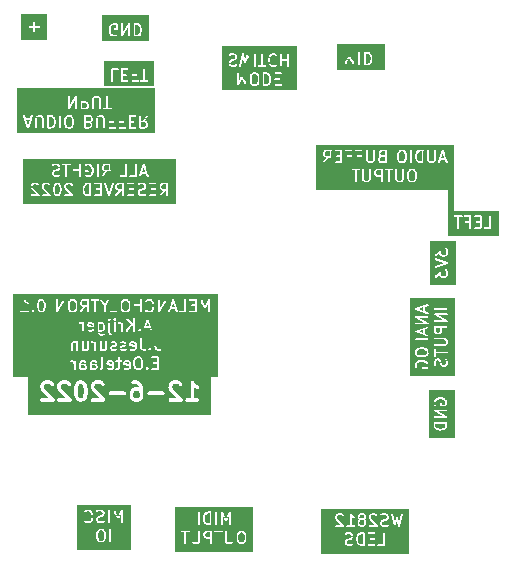
<source format=gbr>
%TF.GenerationSoftware,KiCad,Pcbnew,6.99.0-unknown-e4798199c6~148~ubuntu20.04.1*%
%TF.CreationDate,2022-06-12T18:05:56+02:00*%
%TF.ProjectId,MTRON_PCB,4d54524f-4e5f-4504-9342-2e6b69636164,rev?*%
%TF.SameCoordinates,Original*%
%TF.FileFunction,Legend,Bot*%
%TF.FilePolarity,Positive*%
%FSLAX46Y46*%
G04 Gerber Fmt 4.6, Leading zero omitted, Abs format (unit mm)*
G04 Created by KiCad (PCBNEW 6.99.0-unknown-e4798199c6~148~ubuntu20.04.1) date 2022-06-12 18:05:56*
%MOMM*%
%LPD*%
G01*
G04 APERTURE LIST*
%ADD10C,0.300000*%
%ADD11C,0.150000*%
G04 APERTURE END LIST*
D10*
G36*
X140027142Y-100320000D02*
G01*
X124512859Y-100320000D01*
X124512859Y-98005293D01*
X125542341Y-98005293D01*
X125555405Y-98044484D01*
X125567055Y-98084162D01*
X125569271Y-98086082D01*
X125625143Y-98253698D01*
X125632790Y-98288850D01*
X125654466Y-98310526D01*
X125671961Y-98335699D01*
X125685056Y-98341116D01*
X126265011Y-98921071D01*
X125677003Y-98921071D01*
X125614051Y-98939555D01*
X125556366Y-99006128D01*
X125543829Y-99093320D01*
X125580422Y-99173447D01*
X125654527Y-99221071D01*
X126588857Y-99221071D01*
X126593912Y-99223831D01*
X126632502Y-99221071D01*
X126648711Y-99221071D01*
X126653930Y-99219538D01*
X126681775Y-99217547D01*
X126695368Y-99207372D01*
X126711663Y-99202587D01*
X126729945Y-99181488D01*
X126752294Y-99164758D01*
X126758229Y-99148846D01*
X126769348Y-99136014D01*
X126773321Y-99108383D01*
X126783078Y-99082224D01*
X126779468Y-99065630D01*
X126781885Y-99048822D01*
X126770287Y-99023426D01*
X126764353Y-98996149D01*
X126752347Y-98984143D01*
X126745292Y-98968695D01*
X126721805Y-98953601D01*
X125901105Y-98132901D01*
X125858569Y-98005293D01*
X126970912Y-98005293D01*
X126983976Y-98044484D01*
X126995626Y-98084162D01*
X126997842Y-98086082D01*
X127053714Y-98253698D01*
X127061361Y-98288850D01*
X127083037Y-98310526D01*
X127100532Y-98335699D01*
X127113627Y-98341116D01*
X127693582Y-98921071D01*
X127105574Y-98921071D01*
X127042622Y-98939555D01*
X126984937Y-99006128D01*
X126972400Y-99093320D01*
X127008993Y-99173447D01*
X127083098Y-99221071D01*
X128017428Y-99221071D01*
X128022483Y-99223831D01*
X128061073Y-99221071D01*
X128077282Y-99221071D01*
X128082501Y-99219538D01*
X128110346Y-99217547D01*
X128123939Y-99207372D01*
X128140234Y-99202587D01*
X128158516Y-99181488D01*
X128180865Y-99164758D01*
X128186800Y-99148846D01*
X128197919Y-99136014D01*
X128201892Y-99108383D01*
X128211649Y-99082224D01*
X128208039Y-99065630D01*
X128210456Y-99048822D01*
X128198858Y-99023426D01*
X128192924Y-98996149D01*
X128180918Y-98984143D01*
X128173863Y-98968695D01*
X128150376Y-98953601D01*
X127690069Y-98493294D01*
X128399509Y-98493294D01*
X128405713Y-98518110D01*
X128405713Y-98521210D01*
X128410931Y-98538981D01*
X128475141Y-98795817D01*
X128473281Y-98813045D01*
X128485615Y-98837712D01*
X128486852Y-98842661D01*
X128495226Y-98856935D01*
X128555996Y-98978473D01*
X128561361Y-99003136D01*
X128590582Y-99032357D01*
X128618738Y-99062627D01*
X128621578Y-99063353D01*
X128650633Y-99092408D01*
X128663522Y-99114109D01*
X128700489Y-99132592D01*
X128736767Y-99152402D01*
X128739690Y-99152193D01*
X128838550Y-99201623D01*
X128868812Y-99221071D01*
X128899465Y-99221071D01*
X128929637Y-99226501D01*
X128942729Y-99221071D01*
X129047637Y-99221071D01*
X129083401Y-99224932D01*
X129110817Y-99211224D01*
X129140233Y-99202587D01*
X129149515Y-99191875D01*
X129248832Y-99142217D01*
X129273493Y-99136852D01*
X129302705Y-99107640D01*
X129332984Y-99079475D01*
X129333710Y-99076635D01*
X129362765Y-99047580D01*
X129384466Y-99034691D01*
X129402949Y-98997724D01*
X129422759Y-98961446D01*
X129422550Y-98958523D01*
X129463644Y-98876335D01*
X129476267Y-98864466D01*
X129482955Y-98837712D01*
X129485237Y-98833149D01*
X129488169Y-98816858D01*
X129552390Y-98559972D01*
X129562856Y-98543686D01*
X129562856Y-98518106D01*
X129563608Y-98515098D01*
X129562856Y-98496593D01*
X129562856Y-98167187D01*
X129569060Y-98148849D01*
X129562856Y-98124033D01*
X129562856Y-98120932D01*
X129557638Y-98103162D01*
X129533171Y-98005293D01*
X129828054Y-98005293D01*
X129841118Y-98044484D01*
X129852768Y-98084162D01*
X129854984Y-98086082D01*
X129910856Y-98253698D01*
X129918503Y-98288850D01*
X129940179Y-98310526D01*
X129957674Y-98335699D01*
X129970769Y-98341116D01*
X130550724Y-98921071D01*
X129962716Y-98921071D01*
X129899764Y-98939555D01*
X129842079Y-99006128D01*
X129829542Y-99093320D01*
X129866135Y-99173447D01*
X129940240Y-99221071D01*
X130874570Y-99221071D01*
X130879625Y-99223831D01*
X130918215Y-99221071D01*
X130934424Y-99221071D01*
X130939643Y-99219538D01*
X130967488Y-99217547D01*
X130981081Y-99207372D01*
X130997376Y-99202587D01*
X131015658Y-99181488D01*
X131038007Y-99164758D01*
X131043942Y-99148846D01*
X131055061Y-99136014D01*
X131059034Y-99108383D01*
X131068791Y-99082224D01*
X131065181Y-99065630D01*
X131067598Y-99048822D01*
X131056000Y-99023426D01*
X131050066Y-98996149D01*
X131038060Y-98984143D01*
X131031005Y-98968695D01*
X131007518Y-98953601D01*
X130575808Y-98521891D01*
X131329543Y-98521891D01*
X131366136Y-98602018D01*
X131440241Y-98649642D01*
X132648710Y-98649642D01*
X132711662Y-98631158D01*
X132769347Y-98564585D01*
X132781884Y-98477393D01*
X132767088Y-98444995D01*
X133114568Y-98444995D01*
X133119998Y-98458087D01*
X133119998Y-98777282D01*
X133116137Y-98813045D01*
X133129844Y-98840460D01*
X133138482Y-98869877D01*
X133149194Y-98879159D01*
X133198853Y-98978474D01*
X133204218Y-99003137D01*
X133233431Y-99032350D01*
X133261594Y-99062627D01*
X133264436Y-99063354D01*
X133293489Y-99092407D01*
X133306379Y-99114109D01*
X133343354Y-99132596D01*
X133379626Y-99152403D01*
X133382549Y-99152194D01*
X133481407Y-99201623D01*
X133511669Y-99221071D01*
X133542322Y-99221071D01*
X133572494Y-99226501D01*
X133585586Y-99221071D01*
X133833352Y-99221071D01*
X133869115Y-99224932D01*
X133896530Y-99211225D01*
X133925947Y-99202587D01*
X133935229Y-99191875D01*
X134034543Y-99142217D01*
X134059205Y-99136852D01*
X134088420Y-99107638D01*
X134118697Y-99079475D01*
X134119423Y-99076635D01*
X134148480Y-99047579D01*
X134170180Y-99034690D01*
X134188659Y-98997731D01*
X134208473Y-98961446D01*
X134208264Y-98958522D01*
X134257693Y-98859662D01*
X134277141Y-98829401D01*
X134277141Y-98798749D01*
X134282571Y-98768575D01*
X134277141Y-98755483D01*
X134277141Y-98521891D01*
X134615257Y-98521891D01*
X134651850Y-98602018D01*
X134725955Y-98649642D01*
X135934424Y-98649642D01*
X135997376Y-98631158D01*
X136055061Y-98564585D01*
X136067598Y-98477393D01*
X136031005Y-98397266D01*
X135956900Y-98349642D01*
X134748431Y-98349642D01*
X134685479Y-98368126D01*
X134627794Y-98434699D01*
X134615257Y-98521891D01*
X134277141Y-98521891D01*
X134277141Y-98436290D01*
X134281002Y-98400527D01*
X134277141Y-98392805D01*
X134277141Y-98238615D01*
X134283345Y-98220277D01*
X134277141Y-98195461D01*
X134277141Y-98192360D01*
X134271922Y-98174587D01*
X134229598Y-98005293D01*
X136399482Y-98005293D01*
X136412546Y-98044484D01*
X136424196Y-98084162D01*
X136426412Y-98086082D01*
X136482284Y-98253698D01*
X136489931Y-98288850D01*
X136511607Y-98310526D01*
X136529102Y-98335699D01*
X136542197Y-98341116D01*
X137122152Y-98921071D01*
X136534144Y-98921071D01*
X136471192Y-98939555D01*
X136413507Y-99006128D01*
X136400970Y-99093320D01*
X136437563Y-99173447D01*
X136511668Y-99221071D01*
X137445998Y-99221071D01*
X137451053Y-99223831D01*
X137489643Y-99221071D01*
X137505852Y-99221071D01*
X137511071Y-99219538D01*
X137538916Y-99217547D01*
X137552509Y-99207372D01*
X137568804Y-99202587D01*
X137587086Y-99181488D01*
X137609435Y-99164758D01*
X137615370Y-99148846D01*
X137626489Y-99136014D01*
X137630462Y-99108383D01*
X137636080Y-99093320D01*
X137829541Y-99093320D01*
X137866134Y-99173447D01*
X137940239Y-99221071D01*
X138402124Y-99221071D01*
X138435104Y-99225813D01*
X138445487Y-99221071D01*
X138862994Y-99221071D01*
X138925946Y-99202587D01*
X138983631Y-99136014D01*
X138996168Y-99048822D01*
X138959575Y-98968695D01*
X138885470Y-98921071D01*
X138562855Y-98921071D01*
X138562855Y-98004632D01*
X138579205Y-98020982D01*
X138592093Y-98042681D01*
X138629050Y-98061159D01*
X138665338Y-98080974D01*
X138668261Y-98080765D01*
X138793636Y-98143452D01*
X138858208Y-98155072D01*
X138939575Y-98121325D01*
X138989782Y-98048944D01*
X138992886Y-97960912D01*
X138947902Y-97885175D01*
X138787422Y-97804935D01*
X138672281Y-97689794D01*
X138550341Y-97506883D01*
X138544371Y-97486551D01*
X138526412Y-97470990D01*
X138525699Y-97469920D01*
X138510107Y-97456862D01*
X138477798Y-97428866D01*
X138476448Y-97428672D01*
X138475400Y-97427794D01*
X138432933Y-97422415D01*
X138390606Y-97416329D01*
X138389363Y-97416896D01*
X138388010Y-97416725D01*
X138349404Y-97435145D01*
X138310479Y-97452922D01*
X138309741Y-97454070D01*
X138308507Y-97454659D01*
X138285962Y-97491071D01*
X138262855Y-97527027D01*
X138262855Y-97528392D01*
X138262136Y-97529553D01*
X138262855Y-97572341D01*
X138262855Y-98921071D01*
X137962715Y-98921071D01*
X137899763Y-98939555D01*
X137842078Y-99006128D01*
X137829541Y-99093320D01*
X137636080Y-99093320D01*
X137640219Y-99082224D01*
X137636609Y-99065630D01*
X137639026Y-99048822D01*
X137627428Y-99023426D01*
X137621494Y-98996149D01*
X137609488Y-98984143D01*
X137602433Y-98968695D01*
X137578946Y-98953601D01*
X136758246Y-98132901D01*
X136705712Y-97975300D01*
X136705712Y-97892196D01*
X136750419Y-97802782D01*
X136787424Y-97765778D01*
X136876837Y-97721071D01*
X137163159Y-97721071D01*
X137252573Y-97765778D01*
X137322040Y-97835245D01*
X137379623Y-97866688D01*
X137467487Y-97860403D01*
X137538006Y-97807614D01*
X137568789Y-97725081D01*
X137550065Y-97639005D01*
X137460791Y-97549732D01*
X137447903Y-97528033D01*
X137410952Y-97509557D01*
X137374658Y-97489739D01*
X137371733Y-97489948D01*
X137272879Y-97440521D01*
X137242614Y-97421071D01*
X137211961Y-97421071D01*
X137181789Y-97415641D01*
X137168697Y-97421071D01*
X136849502Y-97421071D01*
X136813738Y-97417210D01*
X136786322Y-97430918D01*
X136756907Y-97439555D01*
X136747625Y-97450267D01*
X136648310Y-97499925D01*
X136623649Y-97505290D01*
X136594434Y-97534504D01*
X136564157Y-97562667D01*
X136563431Y-97565507D01*
X136534374Y-97594563D01*
X136512674Y-97607452D01*
X136494194Y-97644413D01*
X136474381Y-97680696D01*
X136474590Y-97683620D01*
X136425162Y-97782476D01*
X136405712Y-97812741D01*
X136405712Y-97843394D01*
X136400282Y-97873566D01*
X136405712Y-97886658D01*
X136405712Y-97980836D01*
X136399482Y-98005293D01*
X134229598Y-98005293D01*
X134205403Y-97908511D01*
X134204952Y-97881656D01*
X134182911Y-97848594D01*
X134162803Y-97814320D01*
X134158663Y-97812222D01*
X134053398Y-97654324D01*
X134050065Y-97639005D01*
X134029426Y-97618366D01*
X134025700Y-97612777D01*
X134014233Y-97603173D01*
X133960791Y-97549732D01*
X133947903Y-97528033D01*
X133910954Y-97509558D01*
X133874657Y-97489739D01*
X133871733Y-97489948D01*
X133772879Y-97440521D01*
X133742614Y-97421071D01*
X133711961Y-97421071D01*
X133681789Y-97415641D01*
X133668697Y-97421071D01*
X133391288Y-97421071D01*
X133328336Y-97439555D01*
X133270651Y-97506128D01*
X133258114Y-97593320D01*
X133294707Y-97673447D01*
X133368812Y-97721071D01*
X133663159Y-97721071D01*
X133752575Y-97765779D01*
X133796286Y-97809489D01*
X133916493Y-97989801D01*
X133922929Y-98015546D01*
X133915729Y-98011946D01*
X133885471Y-97992500D01*
X133854820Y-97992500D01*
X133824645Y-97987070D01*
X133811553Y-97992500D01*
X133563789Y-97992500D01*
X133528026Y-97988639D01*
X133500611Y-98002346D01*
X133471193Y-98010984D01*
X133461911Y-98021696D01*
X133362595Y-98071353D01*
X133337934Y-98076718D01*
X133308722Y-98105930D01*
X133278443Y-98134095D01*
X133277717Y-98136935D01*
X133248659Y-98165993D01*
X133226960Y-98178881D01*
X133208484Y-98215832D01*
X133188666Y-98252126D01*
X133188875Y-98255051D01*
X133139448Y-98353905D01*
X133119998Y-98384170D01*
X133119998Y-98414823D01*
X133114568Y-98444995D01*
X132767088Y-98444995D01*
X132745291Y-98397266D01*
X132671186Y-98349642D01*
X131462717Y-98349642D01*
X131399765Y-98368126D01*
X131342080Y-98434699D01*
X131329543Y-98521891D01*
X130575808Y-98521891D01*
X130186818Y-98132901D01*
X130134284Y-97975300D01*
X130134284Y-97892196D01*
X130178991Y-97802782D01*
X130215996Y-97765778D01*
X130305409Y-97721071D01*
X130591731Y-97721071D01*
X130681145Y-97765778D01*
X130750612Y-97835245D01*
X130808195Y-97866688D01*
X130896059Y-97860403D01*
X130966578Y-97807614D01*
X130997361Y-97725081D01*
X130978637Y-97639005D01*
X130889363Y-97549732D01*
X130876475Y-97528033D01*
X130839524Y-97509557D01*
X130803230Y-97489739D01*
X130800305Y-97489948D01*
X130701451Y-97440521D01*
X130671186Y-97421071D01*
X130640533Y-97421071D01*
X130610361Y-97415641D01*
X130597269Y-97421071D01*
X130278074Y-97421071D01*
X130242310Y-97417210D01*
X130214894Y-97430918D01*
X130185479Y-97439555D01*
X130176197Y-97450267D01*
X130076882Y-97499925D01*
X130052221Y-97505290D01*
X130023006Y-97534504D01*
X129992729Y-97562667D01*
X129992003Y-97565507D01*
X129962946Y-97594563D01*
X129941246Y-97607452D01*
X129922766Y-97644413D01*
X129902953Y-97680696D01*
X129903162Y-97683620D01*
X129853734Y-97782476D01*
X129834284Y-97812741D01*
X129834284Y-97843394D01*
X129828854Y-97873566D01*
X129834284Y-97886658D01*
X129834284Y-97980836D01*
X129828054Y-98005293D01*
X129533171Y-98005293D01*
X129493429Y-97846323D01*
X129495289Y-97829096D01*
X129482957Y-97804432D01*
X129481719Y-97799481D01*
X129473343Y-97785205D01*
X129412574Y-97663669D01*
X129407209Y-97639005D01*
X129377978Y-97609774D01*
X129349832Y-97579515D01*
X129346992Y-97578789D01*
X129317935Y-97549732D01*
X129305047Y-97528033D01*
X129268094Y-97509556D01*
X129231802Y-97489739D01*
X129228878Y-97489948D01*
X129130016Y-97440517D01*
X129099757Y-97421071D01*
X129069106Y-97421071D01*
X129038932Y-97415641D01*
X129025840Y-97421071D01*
X128920931Y-97421071D01*
X128885167Y-97417210D01*
X128857751Y-97430918D01*
X128828336Y-97439555D01*
X128819054Y-97450267D01*
X128719740Y-97499925D01*
X128695076Y-97505290D01*
X128665845Y-97534521D01*
X128635586Y-97562667D01*
X128634860Y-97565507D01*
X128605803Y-97594564D01*
X128584104Y-97607452D01*
X128565628Y-97644403D01*
X128545810Y-97680697D01*
X128546019Y-97683622D01*
X128504927Y-97765806D01*
X128492303Y-97777676D01*
X128485614Y-97804432D01*
X128483333Y-97808994D01*
X128480402Y-97825280D01*
X128416180Y-98082169D01*
X128405713Y-98098456D01*
X128405713Y-98124036D01*
X128404961Y-98127044D01*
X128405713Y-98145549D01*
X128405713Y-98474955D01*
X128399509Y-98493294D01*
X127690069Y-98493294D01*
X127329676Y-98132901D01*
X127277142Y-97975300D01*
X127277142Y-97892196D01*
X127321849Y-97802782D01*
X127358854Y-97765778D01*
X127448267Y-97721071D01*
X127734589Y-97721071D01*
X127824003Y-97765778D01*
X127893470Y-97835245D01*
X127951053Y-97866688D01*
X128038917Y-97860403D01*
X128109436Y-97807614D01*
X128140219Y-97725081D01*
X128121495Y-97639005D01*
X128032221Y-97549732D01*
X128019333Y-97528033D01*
X127982382Y-97509557D01*
X127946088Y-97489739D01*
X127943163Y-97489948D01*
X127844309Y-97440521D01*
X127814044Y-97421071D01*
X127783391Y-97421071D01*
X127753219Y-97415641D01*
X127740127Y-97421071D01*
X127420932Y-97421071D01*
X127385168Y-97417210D01*
X127357752Y-97430918D01*
X127328337Y-97439555D01*
X127319055Y-97450267D01*
X127219740Y-97499925D01*
X127195079Y-97505290D01*
X127165864Y-97534504D01*
X127135587Y-97562667D01*
X127134861Y-97565507D01*
X127105804Y-97594563D01*
X127084104Y-97607452D01*
X127065624Y-97644413D01*
X127045811Y-97680696D01*
X127046020Y-97683620D01*
X126996592Y-97782476D01*
X126977142Y-97812741D01*
X126977142Y-97843394D01*
X126971712Y-97873566D01*
X126977142Y-97886658D01*
X126977142Y-97980836D01*
X126970912Y-98005293D01*
X125858569Y-98005293D01*
X125848571Y-97975300D01*
X125848571Y-97892196D01*
X125893278Y-97802782D01*
X125930283Y-97765778D01*
X126019696Y-97721071D01*
X126306018Y-97721071D01*
X126395432Y-97765778D01*
X126464899Y-97835245D01*
X126522482Y-97866688D01*
X126610346Y-97860403D01*
X126680865Y-97807614D01*
X126711648Y-97725081D01*
X126692924Y-97639005D01*
X126603650Y-97549732D01*
X126590762Y-97528033D01*
X126553811Y-97509557D01*
X126517517Y-97489739D01*
X126514592Y-97489948D01*
X126415738Y-97440521D01*
X126385473Y-97421071D01*
X126354820Y-97421071D01*
X126324648Y-97415641D01*
X126311556Y-97421071D01*
X125992361Y-97421071D01*
X125956597Y-97417210D01*
X125929181Y-97430918D01*
X125899766Y-97439555D01*
X125890484Y-97450267D01*
X125791169Y-97499925D01*
X125766508Y-97505290D01*
X125737293Y-97534504D01*
X125707016Y-97562667D01*
X125706290Y-97565507D01*
X125677233Y-97594563D01*
X125655533Y-97607452D01*
X125637053Y-97644413D01*
X125617240Y-97680696D01*
X125617449Y-97683620D01*
X125568021Y-97782476D01*
X125548571Y-97812741D01*
X125548571Y-97843394D01*
X125543141Y-97873566D01*
X125548571Y-97886658D01*
X125548571Y-97980836D01*
X125542341Y-98005293D01*
X124512859Y-98005293D01*
X124512859Y-96720000D01*
X140027142Y-96720000D01*
X140027142Y-100320000D01*
G37*
G36*
X129109718Y-97765779D02*
G01*
X129146722Y-97802783D01*
X129199899Y-97909136D01*
X129262856Y-98160968D01*
X129262856Y-98481178D01*
X129199901Y-98733001D01*
X129146723Y-98839358D01*
X129109717Y-98876364D01*
X129020302Y-98921071D01*
X128948266Y-98921071D01*
X128858855Y-98876366D01*
X128821849Y-98839360D01*
X128768671Y-98733005D01*
X128705713Y-98481177D01*
X128705713Y-98160965D01*
X128768669Y-97909142D01*
X128821849Y-97802782D01*
X128858854Y-97765777D01*
X128948266Y-97721071D01*
X129020303Y-97721071D01*
X129109718Y-97765779D01*
G37*
G36*
X133895430Y-98337206D02*
G01*
X133932435Y-98374211D01*
X133977141Y-98463624D01*
X133977141Y-98749947D01*
X133932434Y-98839361D01*
X133895431Y-98876363D01*
X133806017Y-98921071D01*
X133591123Y-98921071D01*
X133501710Y-98876365D01*
X133464705Y-98839360D01*
X133419998Y-98749947D01*
X133419998Y-98463625D01*
X133464705Y-98374211D01*
X133501710Y-98337206D01*
X133591123Y-98292500D01*
X133806017Y-98292500D01*
X133895430Y-98337206D01*
G37*
D11*
X160510000Y-81000000D02*
X160130000Y-81000000D01*
X160130000Y-81000000D02*
X160130000Y-83380000D01*
X160130000Y-83380000D02*
X160510000Y-83380000D01*
X160510000Y-83380000D02*
X160510000Y-81000000D01*
G36*
X160510000Y-81000000D02*
G01*
X160130000Y-81000000D01*
X160130000Y-83380000D01*
X160510000Y-83380000D01*
X160510000Y-81000000D01*
G37*
G36*
X137024167Y-82477500D02*
G01*
X124115833Y-82477500D01*
X124115833Y-81045920D01*
X124715694Y-81045920D01*
X124722231Y-81065532D01*
X124728052Y-81085355D01*
X124729159Y-81086314D01*
X124769000Y-81205839D01*
X124772823Y-81223413D01*
X124783664Y-81234254D01*
X124792409Y-81246837D01*
X124798955Y-81249545D01*
X125231790Y-81682380D01*
X124783027Y-81682380D01*
X124751549Y-81691623D01*
X124722707Y-81724909D01*
X124716439Y-81768504D01*
X124734735Y-81808568D01*
X124771787Y-81832380D01*
X125393715Y-81832380D01*
X125396241Y-81833759D01*
X125415522Y-81832380D01*
X125423638Y-81832380D01*
X125426251Y-81831613D01*
X125440172Y-81830617D01*
X125446968Y-81825529D01*
X125455116Y-81823137D01*
X125464257Y-81812588D01*
X125475431Y-81804223D01*
X125478398Y-81796267D01*
X125483958Y-81789851D01*
X125485944Y-81776036D01*
X125490823Y-81762956D01*
X125489018Y-81754658D01*
X125490226Y-81746256D01*
X125484429Y-81733561D01*
X125481461Y-81719919D01*
X125475457Y-81713915D01*
X125471930Y-81706192D01*
X125460188Y-81698646D01*
X124906981Y-81145439D01*
X124873808Y-81045920D01*
X125668075Y-81045920D01*
X125674612Y-81065532D01*
X125680433Y-81085355D01*
X125681540Y-81086314D01*
X125721381Y-81205839D01*
X125725204Y-81223413D01*
X125736045Y-81234254D01*
X125744790Y-81246837D01*
X125751336Y-81249545D01*
X126184171Y-81682380D01*
X125735408Y-81682380D01*
X125703930Y-81691623D01*
X125675088Y-81724909D01*
X125668820Y-81768504D01*
X125687116Y-81808568D01*
X125724168Y-81832380D01*
X126346096Y-81832380D01*
X126348622Y-81833759D01*
X126367903Y-81832380D01*
X126376019Y-81832380D01*
X126378632Y-81831613D01*
X126392553Y-81830617D01*
X126399349Y-81825529D01*
X126407497Y-81823137D01*
X126416638Y-81812588D01*
X126427812Y-81804223D01*
X126430779Y-81796267D01*
X126436339Y-81789851D01*
X126438325Y-81776036D01*
X126443204Y-81762956D01*
X126441399Y-81754658D01*
X126442607Y-81746256D01*
X126436810Y-81733561D01*
X126433842Y-81719919D01*
X126427838Y-81713915D01*
X126424311Y-81706192D01*
X126412569Y-81698646D01*
X126087177Y-81373254D01*
X126620469Y-81373254D01*
X126623571Y-81385662D01*
X126623571Y-81387210D01*
X126626175Y-81396079D01*
X126670189Y-81572134D01*
X126669259Y-81580748D01*
X126675426Y-81593082D01*
X126676044Y-81595554D01*
X126680226Y-81602682D01*
X126722521Y-81687271D01*
X126725204Y-81699603D01*
X126739831Y-81714230D01*
X126753893Y-81729348D01*
X126755312Y-81729711D01*
X126781746Y-81756145D01*
X126788190Y-81766995D01*
X126806700Y-81776250D01*
X126824813Y-81786140D01*
X126826271Y-81786036D01*
X126899518Y-81822659D01*
X126914644Y-81832380D01*
X126929974Y-81832380D01*
X126945057Y-81835094D01*
X126951601Y-81832380D01*
X127027864Y-81832380D01*
X127045748Y-81834311D01*
X127059461Y-81827454D01*
X127074164Y-81823137D01*
X127078803Y-81817783D01*
X127152271Y-81781049D01*
X127164603Y-81778366D01*
X127179230Y-81763739D01*
X127194348Y-81749677D01*
X127194711Y-81748258D01*
X127221145Y-81721824D01*
X127231995Y-81715380D01*
X127241250Y-81696870D01*
X127251140Y-81678757D01*
X127251036Y-81677299D01*
X127283488Y-81612393D01*
X127289800Y-81606459D01*
X127293144Y-81593081D01*
X127294284Y-81590802D01*
X127295747Y-81582670D01*
X127339767Y-81406592D01*
X127344999Y-81398450D01*
X127344999Y-81385662D01*
X127345375Y-81384158D01*
X127344999Y-81374912D01*
X127344999Y-81150676D01*
X127348101Y-81141507D01*
X127344999Y-81129099D01*
X127344999Y-81127551D01*
X127342395Y-81118682D01*
X127324204Y-81045920D01*
X127572837Y-81045920D01*
X127579374Y-81065532D01*
X127585195Y-81085355D01*
X127586302Y-81086314D01*
X127626143Y-81205839D01*
X127629966Y-81223413D01*
X127640807Y-81234254D01*
X127649552Y-81246837D01*
X127656098Y-81249545D01*
X128088933Y-81682380D01*
X127640170Y-81682380D01*
X127608692Y-81691623D01*
X127579850Y-81724909D01*
X127573582Y-81768504D01*
X127591878Y-81808568D01*
X127628930Y-81832380D01*
X128250858Y-81832380D01*
X128253384Y-81833759D01*
X128272665Y-81832380D01*
X128280781Y-81832380D01*
X128283394Y-81831613D01*
X128297315Y-81830617D01*
X128304111Y-81825529D01*
X128312259Y-81823137D01*
X128321400Y-81812588D01*
X128332574Y-81804223D01*
X128335541Y-81796267D01*
X128341101Y-81789851D01*
X128343087Y-81776036D01*
X128347966Y-81762956D01*
X128346161Y-81754658D01*
X128347369Y-81746256D01*
X128341572Y-81733561D01*
X128338604Y-81719919D01*
X128332600Y-81713915D01*
X128329073Y-81706192D01*
X128317331Y-81698646D01*
X127944320Y-81325635D01*
X129125231Y-81325635D01*
X129128333Y-81338043D01*
X129128333Y-81339591D01*
X129130937Y-81348460D01*
X129174951Y-81524515D01*
X129174021Y-81533129D01*
X129180188Y-81545463D01*
X129180806Y-81547935D01*
X129184988Y-81555063D01*
X129227283Y-81639652D01*
X129229966Y-81651984D01*
X129244593Y-81666611D01*
X129258655Y-81681729D01*
X129260074Y-81682092D01*
X129337922Y-81759940D01*
X129349200Y-81773948D01*
X129363741Y-81778795D01*
X129377194Y-81786141D01*
X129384262Y-81785635D01*
X129504029Y-81825558D01*
X129514644Y-81832380D01*
X129535323Y-81832380D01*
X129555963Y-81833126D01*
X129557222Y-81832380D01*
X129769401Y-81832380D01*
X129785885Y-81834750D01*
X129801038Y-81827830D01*
X129817021Y-81823137D01*
X129820757Y-81818825D01*
X129825949Y-81816454D01*
X129834957Y-81802438D01*
X129845863Y-81789851D01*
X129846675Y-81784204D01*
X129849761Y-81779402D01*
X129849761Y-81768504D01*
X130125963Y-81768504D01*
X130144259Y-81808568D01*
X130181311Y-81832380D01*
X130674163Y-81832380D01*
X130690647Y-81834750D01*
X130705800Y-81827830D01*
X130721783Y-81823137D01*
X130725519Y-81818825D01*
X130730711Y-81816454D01*
X130739719Y-81802438D01*
X130750625Y-81789851D01*
X130751437Y-81784204D01*
X130754523Y-81779402D01*
X130754523Y-81762740D01*
X130756893Y-81746256D01*
X130754523Y-81741066D01*
X130754523Y-81238931D01*
X130756893Y-81222447D01*
X130754523Y-81217257D01*
X130754523Y-80762740D01*
X130754887Y-80760205D01*
X130934742Y-80760205D01*
X131270749Y-81768229D01*
X131270444Y-81776677D01*
X131277576Y-81788710D01*
X131278448Y-81791325D01*
X131283057Y-81797956D01*
X131292901Y-81814565D01*
X131295507Y-81815871D01*
X131297171Y-81818265D01*
X131315013Y-81825646D01*
X131332277Y-81834297D01*
X131335176Y-81833987D01*
X131337870Y-81835101D01*
X131356858Y-81831666D01*
X131376070Y-81829610D01*
X131378344Y-81827780D01*
X131381210Y-81827261D01*
X131395328Y-81814105D01*
X131410377Y-81801989D01*
X131411299Y-81799222D01*
X131413432Y-81797235D01*
X131418199Y-81778525D01*
X131426277Y-81754292D01*
X131887133Y-81754292D01*
X131897862Y-81797008D01*
X131929982Y-81827143D01*
X131973296Y-81835130D01*
X132014052Y-81818431D01*
X132337620Y-81356190D01*
X132461666Y-81356190D01*
X132461666Y-81768162D01*
X132470909Y-81799640D01*
X132504195Y-81828482D01*
X132547790Y-81834750D01*
X132587854Y-81816454D01*
X132611666Y-81779402D01*
X132611666Y-81768504D01*
X132887868Y-81768504D01*
X132906164Y-81808568D01*
X132943216Y-81832380D01*
X133436068Y-81832380D01*
X133452552Y-81834750D01*
X133467705Y-81827830D01*
X133483688Y-81823137D01*
X133487424Y-81818825D01*
X133492616Y-81816454D01*
X133501624Y-81802438D01*
X133512530Y-81789851D01*
X133513342Y-81784204D01*
X133516428Y-81779402D01*
X133516428Y-81762740D01*
X133518798Y-81746256D01*
X133516428Y-81741066D01*
X133516428Y-81238931D01*
X133518798Y-81222447D01*
X133516428Y-81217257D01*
X133516428Y-80796680D01*
X133792278Y-80796680D01*
X133800118Y-80840020D01*
X133830145Y-80872242D01*
X133872826Y-80883115D01*
X134025027Y-80832380D01*
X134233246Y-80832380D01*
X134301764Y-80866640D01*
X134332169Y-80897045D01*
X134366428Y-80965561D01*
X134366428Y-81025389D01*
X134332170Y-81093906D01*
X134301762Y-81124314D01*
X134224776Y-81162806D01*
X134055243Y-81205190D01*
X134046632Y-81204260D01*
X134034302Y-81210425D01*
X134031826Y-81211044D01*
X134024688Y-81215232D01*
X133940108Y-81257522D01*
X133927777Y-81260204D01*
X133913158Y-81274823D01*
X133898032Y-81288893D01*
X133897669Y-81290312D01*
X133871235Y-81316746D01*
X133860385Y-81323190D01*
X133851135Y-81341690D01*
X133841239Y-81359813D01*
X133841343Y-81361273D01*
X133804723Y-81434514D01*
X133795000Y-81449644D01*
X133795000Y-81464974D01*
X133792286Y-81480057D01*
X133795000Y-81486601D01*
X133795000Y-81562864D01*
X133793069Y-81580748D01*
X133799926Y-81594461D01*
X133804243Y-81609164D01*
X133809597Y-81613803D01*
X133846331Y-81687271D01*
X133849014Y-81699603D01*
X133863641Y-81714230D01*
X133877703Y-81729348D01*
X133879122Y-81729711D01*
X133905556Y-81756145D01*
X133912000Y-81766995D01*
X133930510Y-81776250D01*
X133948623Y-81786140D01*
X133950081Y-81786036D01*
X134023328Y-81822659D01*
X134038454Y-81832380D01*
X134053784Y-81832380D01*
X134068867Y-81835094D01*
X134075411Y-81832380D01*
X134289169Y-81832380D01*
X134301396Y-81835495D01*
X134321008Y-81828958D01*
X134340831Y-81823137D01*
X134341790Y-81822030D01*
X134475373Y-81777503D01*
X134488321Y-81768504D01*
X134745011Y-81768504D01*
X134763307Y-81808568D01*
X134800359Y-81832380D01*
X135293211Y-81832380D01*
X135309695Y-81834750D01*
X135324848Y-81827830D01*
X135340831Y-81823137D01*
X135344567Y-81818825D01*
X135349759Y-81816454D01*
X135358767Y-81802438D01*
X135369673Y-81789851D01*
X135370485Y-81784204D01*
X135373571Y-81779402D01*
X135373571Y-81762740D01*
X135374786Y-81754292D01*
X135649038Y-81754292D01*
X135659767Y-81797008D01*
X135691887Y-81827143D01*
X135735201Y-81835130D01*
X135775957Y-81818431D01*
X136099525Y-81356190D01*
X136223571Y-81356190D01*
X136223571Y-81768162D01*
X136232814Y-81799640D01*
X136266100Y-81828482D01*
X136309695Y-81834750D01*
X136349759Y-81816454D01*
X136373571Y-81779402D01*
X136373571Y-81286550D01*
X136375941Y-81270066D01*
X136373571Y-81264876D01*
X136373571Y-80762740D01*
X136375941Y-80746256D01*
X136369021Y-80731103D01*
X136364328Y-80715120D01*
X136360016Y-80711384D01*
X136357645Y-80706192D01*
X136343629Y-80697184D01*
X136331042Y-80686278D01*
X136325395Y-80685466D01*
X136320593Y-80682380D01*
X136303931Y-80682380D01*
X136287447Y-80680010D01*
X136282257Y-80682380D01*
X135921659Y-80682380D01*
X135903775Y-80680449D01*
X135890062Y-80687306D01*
X135875359Y-80691623D01*
X135870720Y-80696977D01*
X135797250Y-80733713D01*
X135784920Y-80736395D01*
X135770296Y-80751019D01*
X135755175Y-80765085D01*
X135754813Y-80766502D01*
X135728378Y-80792937D01*
X135717528Y-80799381D01*
X135708278Y-80817881D01*
X135698382Y-80836004D01*
X135698486Y-80837464D01*
X135661866Y-80910705D01*
X135652143Y-80925835D01*
X135652143Y-80941165D01*
X135649429Y-80956248D01*
X135652143Y-80962792D01*
X135652143Y-81086674D01*
X135650212Y-81104558D01*
X135657069Y-81118271D01*
X135661386Y-81132974D01*
X135666740Y-81137613D01*
X135703474Y-81211081D01*
X135706157Y-81223413D01*
X135720784Y-81238040D01*
X135734846Y-81253158D01*
X135736265Y-81253521D01*
X135762699Y-81279955D01*
X135769143Y-81290805D01*
X135787653Y-81300060D01*
X135805766Y-81309950D01*
X135807224Y-81309846D01*
X135880471Y-81346469D01*
X135895597Y-81356190D01*
X135910927Y-81356190D01*
X135915811Y-81357069D01*
X135659518Y-81723203D01*
X135649038Y-81754292D01*
X135374786Y-81754292D01*
X135375941Y-81746256D01*
X135373571Y-81741066D01*
X135373571Y-81238931D01*
X135375941Y-81222447D01*
X135373571Y-81217257D01*
X135373571Y-80762740D01*
X135375941Y-80746256D01*
X135369021Y-80731103D01*
X135364328Y-80715120D01*
X135360016Y-80711384D01*
X135357645Y-80706192D01*
X135343629Y-80697184D01*
X135331042Y-80686278D01*
X135325395Y-80685466D01*
X135320593Y-80682380D01*
X135303931Y-80682380D01*
X135287447Y-80680010D01*
X135282257Y-80682380D01*
X134811599Y-80682380D01*
X134780121Y-80691623D01*
X134751279Y-80724909D01*
X134745011Y-80768504D01*
X134763307Y-80808568D01*
X134800359Y-80832380D01*
X135223571Y-80832380D01*
X135223571Y-81158571D01*
X134954456Y-81158571D01*
X134922978Y-81167814D01*
X134894136Y-81201100D01*
X134887868Y-81244695D01*
X134906164Y-81284759D01*
X134943216Y-81308571D01*
X135223571Y-81308571D01*
X135223571Y-81682380D01*
X134811599Y-81682380D01*
X134780121Y-81691623D01*
X134751279Y-81724909D01*
X134745011Y-81768504D01*
X134488321Y-81768504D01*
X134502313Y-81758780D01*
X134519149Y-81718081D01*
X134511309Y-81674741D01*
X134481283Y-81642519D01*
X134438602Y-81631646D01*
X134286399Y-81682380D01*
X134078182Y-81682380D01*
X134009665Y-81648122D01*
X133979257Y-81617714D01*
X133945000Y-81549199D01*
X133945000Y-81489372D01*
X133979259Y-81420854D01*
X134009664Y-81390449D01*
X134086651Y-81351955D01*
X134256182Y-81309572D01*
X134264796Y-81310502D01*
X134277130Y-81304335D01*
X134279602Y-81303717D01*
X134286730Y-81299535D01*
X134371319Y-81257240D01*
X134383651Y-81254557D01*
X134398278Y-81239930D01*
X134413396Y-81225868D01*
X134413759Y-81224449D01*
X134440193Y-81198015D01*
X134451043Y-81191571D01*
X134460298Y-81173061D01*
X134470188Y-81154948D01*
X134470084Y-81153490D01*
X134506707Y-81080243D01*
X134516428Y-81065117D01*
X134516428Y-81049787D01*
X134519142Y-81034704D01*
X134516428Y-81028160D01*
X134516428Y-80951888D01*
X134518358Y-80934013D01*
X134511503Y-80920304D01*
X134507185Y-80905597D01*
X134501830Y-80900957D01*
X134465096Y-80827489D01*
X134462414Y-80815158D01*
X134447795Y-80800539D01*
X134433725Y-80785413D01*
X134432306Y-80785050D01*
X134405873Y-80758617D01*
X134399429Y-80747767D01*
X134380932Y-80738518D01*
X134362805Y-80728620D01*
X134361345Y-80728724D01*
X134288102Y-80692102D01*
X134272974Y-80682380D01*
X134257645Y-80682380D01*
X134242562Y-80679666D01*
X134236018Y-80682380D01*
X134022259Y-80682380D01*
X134010032Y-80679265D01*
X133990425Y-80685801D01*
X133970597Y-80691623D01*
X133969638Y-80692730D01*
X133836054Y-80737259D01*
X133809114Y-80755982D01*
X133792278Y-80796680D01*
X133516428Y-80796680D01*
X133516428Y-80762740D01*
X133518798Y-80746256D01*
X133511878Y-80731103D01*
X133507185Y-80715120D01*
X133502873Y-80711384D01*
X133500502Y-80706192D01*
X133486486Y-80697184D01*
X133473899Y-80686278D01*
X133468252Y-80685466D01*
X133463450Y-80682380D01*
X133446788Y-80682380D01*
X133430304Y-80680010D01*
X133425114Y-80682380D01*
X132954456Y-80682380D01*
X132922978Y-80691623D01*
X132894136Y-80724909D01*
X132887868Y-80768504D01*
X132906164Y-80808568D01*
X132943216Y-80832380D01*
X133366428Y-80832380D01*
X133366428Y-81158571D01*
X133097313Y-81158571D01*
X133065835Y-81167814D01*
X133036993Y-81201100D01*
X133030725Y-81244695D01*
X133049021Y-81284759D01*
X133086073Y-81308571D01*
X133366428Y-81308571D01*
X133366428Y-81682380D01*
X132954456Y-81682380D01*
X132922978Y-81691623D01*
X132894136Y-81724909D01*
X132887868Y-81768504D01*
X132611666Y-81768504D01*
X132611666Y-81286550D01*
X132614036Y-81270066D01*
X132611666Y-81264876D01*
X132611666Y-80762740D01*
X132614036Y-80746256D01*
X132607116Y-80731103D01*
X132602423Y-80715120D01*
X132598111Y-80711384D01*
X132595740Y-80706192D01*
X132581724Y-80697184D01*
X132569137Y-80686278D01*
X132563490Y-80685466D01*
X132558688Y-80682380D01*
X132542026Y-80682380D01*
X132525542Y-80680010D01*
X132520352Y-80682380D01*
X132159754Y-80682380D01*
X132141870Y-80680449D01*
X132128157Y-80687306D01*
X132113454Y-80691623D01*
X132108815Y-80696977D01*
X132035345Y-80733713D01*
X132023015Y-80736395D01*
X132008391Y-80751019D01*
X131993270Y-80765085D01*
X131992908Y-80766502D01*
X131966473Y-80792937D01*
X131955623Y-80799381D01*
X131946373Y-80817881D01*
X131936477Y-80836004D01*
X131936581Y-80837464D01*
X131899961Y-80910705D01*
X131890238Y-80925835D01*
X131890238Y-80941165D01*
X131887524Y-80956248D01*
X131890238Y-80962792D01*
X131890238Y-81086674D01*
X131888307Y-81104558D01*
X131895164Y-81118271D01*
X131899481Y-81132974D01*
X131904835Y-81137613D01*
X131941569Y-81211081D01*
X131944252Y-81223413D01*
X131958879Y-81238040D01*
X131972941Y-81253158D01*
X131974360Y-81253521D01*
X132000794Y-81279955D01*
X132007238Y-81290805D01*
X132025748Y-81300060D01*
X132043861Y-81309950D01*
X132045319Y-81309846D01*
X132118566Y-81346469D01*
X132133692Y-81356190D01*
X132149022Y-81356190D01*
X132153906Y-81357069D01*
X131897613Y-81723203D01*
X131887133Y-81754292D01*
X131426277Y-81754292D01*
X131754084Y-80770869D01*
X131755269Y-80738083D01*
X131732812Y-80700195D01*
X131693436Y-80680463D01*
X131649642Y-80685151D01*
X131615336Y-80712771D01*
X131346190Y-81520209D01*
X131080599Y-80723434D01*
X131061876Y-80696494D01*
X131021177Y-80679658D01*
X130977837Y-80687498D01*
X130945615Y-80717525D01*
X130934742Y-80760205D01*
X130754887Y-80760205D01*
X130756893Y-80746256D01*
X130749973Y-80731103D01*
X130745280Y-80715120D01*
X130740968Y-80711384D01*
X130738597Y-80706192D01*
X130724581Y-80697184D01*
X130711994Y-80686278D01*
X130706347Y-80685466D01*
X130701545Y-80682380D01*
X130684883Y-80682380D01*
X130668399Y-80680010D01*
X130663209Y-80682380D01*
X130192551Y-80682380D01*
X130161073Y-80691623D01*
X130132231Y-80724909D01*
X130125963Y-80768504D01*
X130144259Y-80808568D01*
X130181311Y-80832380D01*
X130604523Y-80832380D01*
X130604523Y-81158571D01*
X130335408Y-81158571D01*
X130303930Y-81167814D01*
X130275088Y-81201100D01*
X130268820Y-81244695D01*
X130287116Y-81284759D01*
X130324168Y-81308571D01*
X130604523Y-81308571D01*
X130604523Y-81682380D01*
X130192551Y-81682380D01*
X130161073Y-81691623D01*
X130132231Y-81724909D01*
X130125963Y-81768504D01*
X129849761Y-81768504D01*
X129849761Y-81762740D01*
X129852131Y-81746256D01*
X129849761Y-81741066D01*
X129849761Y-80762740D01*
X129852131Y-80746256D01*
X129845211Y-80731103D01*
X129840518Y-80715120D01*
X129836206Y-80711384D01*
X129833835Y-80706192D01*
X129819819Y-80697184D01*
X129807232Y-80686278D01*
X129801585Y-80685466D01*
X129796783Y-80682380D01*
X129780121Y-80682380D01*
X129763637Y-80680010D01*
X129758447Y-80682380D01*
X129546068Y-80682380D01*
X129533841Y-80679265D01*
X129514234Y-80685801D01*
X129494406Y-80691623D01*
X129493447Y-80692730D01*
X129373926Y-80732571D01*
X129356348Y-80736395D01*
X129345506Y-80747237D01*
X129332923Y-80755982D01*
X129330215Y-80762528D01*
X129252187Y-80840556D01*
X129241337Y-80847000D01*
X129232087Y-80865500D01*
X129222191Y-80883623D01*
X129222295Y-80885083D01*
X129189844Y-80949987D01*
X129183532Y-80955922D01*
X129180188Y-80969300D01*
X129179048Y-80971579D01*
X129177585Y-80979712D01*
X129133565Y-81155788D01*
X129128333Y-81163930D01*
X129128333Y-81176718D01*
X129127957Y-81178222D01*
X129128333Y-81187468D01*
X129128333Y-81316466D01*
X129125231Y-81325635D01*
X127944320Y-81325635D01*
X127764124Y-81145439D01*
X127725952Y-81030923D01*
X127725952Y-80965563D01*
X127760211Y-80897045D01*
X127790617Y-80866639D01*
X127859133Y-80832380D01*
X128061817Y-80832380D01*
X128130335Y-80866640D01*
X128176971Y-80913276D01*
X128205765Y-80928998D01*
X128249696Y-80925856D01*
X128284954Y-80899462D01*
X128300347Y-80858195D01*
X128290985Y-80815158D01*
X128234444Y-80758617D01*
X128228000Y-80747767D01*
X128209503Y-80738518D01*
X128191376Y-80728620D01*
X128189916Y-80728724D01*
X128116673Y-80692102D01*
X128101545Y-80682380D01*
X128086216Y-80682380D01*
X128071133Y-80679666D01*
X128064589Y-80682380D01*
X127845468Y-80682380D01*
X127827584Y-80680449D01*
X127813871Y-80687306D01*
X127799168Y-80691623D01*
X127794529Y-80696977D01*
X127721059Y-80733713D01*
X127708729Y-80736395D01*
X127694105Y-80751019D01*
X127678984Y-80765085D01*
X127678622Y-80766502D01*
X127652187Y-80792937D01*
X127641337Y-80799381D01*
X127632087Y-80817881D01*
X127622191Y-80836004D01*
X127622295Y-80837464D01*
X127585675Y-80910705D01*
X127575952Y-80925835D01*
X127575952Y-80941165D01*
X127573238Y-80956248D01*
X127575952Y-80962792D01*
X127575952Y-81033693D01*
X127572837Y-81045920D01*
X127324204Y-81045920D01*
X127298380Y-80942624D01*
X127299310Y-80934013D01*
X127293145Y-80921683D01*
X127292526Y-80919207D01*
X127288338Y-80912069D01*
X127246048Y-80827489D01*
X127243366Y-80815158D01*
X127228747Y-80800539D01*
X127214677Y-80785413D01*
X127213258Y-80785050D01*
X127186825Y-80758617D01*
X127180381Y-80747767D01*
X127161884Y-80738518D01*
X127143757Y-80728620D01*
X127142297Y-80728724D01*
X127069054Y-80692102D01*
X127053926Y-80682380D01*
X127038597Y-80682380D01*
X127023514Y-80679666D01*
X127016970Y-80682380D01*
X126940706Y-80682380D01*
X126922822Y-80680449D01*
X126909109Y-80687306D01*
X126894406Y-80691623D01*
X126889767Y-80696977D01*
X126816297Y-80733713D01*
X126803967Y-80736395D01*
X126789343Y-80751019D01*
X126774222Y-80765085D01*
X126773860Y-80766502D01*
X126747425Y-80792937D01*
X126736575Y-80799381D01*
X126727325Y-80817881D01*
X126717429Y-80836004D01*
X126717533Y-80837464D01*
X126685082Y-80902368D01*
X126678770Y-80908303D01*
X126675426Y-80921681D01*
X126674286Y-80923960D01*
X126672823Y-80932093D01*
X126628803Y-81108169D01*
X126623571Y-81116311D01*
X126623571Y-81129099D01*
X126623195Y-81130603D01*
X126623571Y-81139849D01*
X126623571Y-81364085D01*
X126620469Y-81373254D01*
X126087177Y-81373254D01*
X125859362Y-81145439D01*
X125821190Y-81030923D01*
X125821190Y-80965563D01*
X125855449Y-80897045D01*
X125885855Y-80866639D01*
X125954371Y-80832380D01*
X126157055Y-80832380D01*
X126225573Y-80866640D01*
X126272209Y-80913276D01*
X126301003Y-80928998D01*
X126344934Y-80925856D01*
X126380192Y-80899462D01*
X126395585Y-80858195D01*
X126386223Y-80815158D01*
X126329682Y-80758617D01*
X126323238Y-80747767D01*
X126304741Y-80738518D01*
X126286614Y-80728620D01*
X126285154Y-80728724D01*
X126211911Y-80692102D01*
X126196783Y-80682380D01*
X126181454Y-80682380D01*
X126166371Y-80679666D01*
X126159827Y-80682380D01*
X125940706Y-80682380D01*
X125922822Y-80680449D01*
X125909109Y-80687306D01*
X125894406Y-80691623D01*
X125889767Y-80696977D01*
X125816297Y-80733713D01*
X125803967Y-80736395D01*
X125789343Y-80751019D01*
X125774222Y-80765085D01*
X125773860Y-80766502D01*
X125747425Y-80792937D01*
X125736575Y-80799381D01*
X125727325Y-80817881D01*
X125717429Y-80836004D01*
X125717533Y-80837464D01*
X125680913Y-80910705D01*
X125671190Y-80925835D01*
X125671190Y-80941165D01*
X125668476Y-80956248D01*
X125671190Y-80962792D01*
X125671190Y-81033693D01*
X125668075Y-81045920D01*
X124873808Y-81045920D01*
X124868809Y-81030923D01*
X124868809Y-80965563D01*
X124903068Y-80897045D01*
X124933474Y-80866639D01*
X125001990Y-80832380D01*
X125204674Y-80832380D01*
X125273192Y-80866640D01*
X125319828Y-80913276D01*
X125348622Y-80928998D01*
X125392553Y-80925856D01*
X125427811Y-80899462D01*
X125443204Y-80858195D01*
X125433842Y-80815158D01*
X125377301Y-80758617D01*
X125370857Y-80747767D01*
X125352360Y-80738518D01*
X125334233Y-80728620D01*
X125332773Y-80728724D01*
X125259530Y-80692102D01*
X125244402Y-80682380D01*
X125229073Y-80682380D01*
X125213990Y-80679666D01*
X125207446Y-80682380D01*
X124988325Y-80682380D01*
X124970441Y-80680449D01*
X124956728Y-80687306D01*
X124942025Y-80691623D01*
X124937386Y-80696977D01*
X124863916Y-80733713D01*
X124851586Y-80736395D01*
X124836962Y-80751019D01*
X124821841Y-80765085D01*
X124821479Y-80766502D01*
X124795044Y-80792937D01*
X124784194Y-80799381D01*
X124774944Y-80817881D01*
X124765048Y-80836004D01*
X124765152Y-80837464D01*
X124728532Y-80910705D01*
X124718809Y-80925835D01*
X124718809Y-80941165D01*
X124716095Y-80956248D01*
X124718809Y-80962792D01*
X124718809Y-81033693D01*
X124715694Y-81045920D01*
X124115833Y-81045920D01*
X124115833Y-79176680D01*
X126525611Y-79176680D01*
X126533451Y-79220020D01*
X126563478Y-79252242D01*
X126606159Y-79263115D01*
X126758360Y-79212380D01*
X126966579Y-79212380D01*
X127035097Y-79246640D01*
X127065502Y-79277045D01*
X127099761Y-79345561D01*
X127099761Y-79405389D01*
X127065503Y-79473906D01*
X127035095Y-79504314D01*
X126958109Y-79542806D01*
X126788576Y-79585190D01*
X126779965Y-79584260D01*
X126767635Y-79590425D01*
X126765159Y-79591044D01*
X126758021Y-79595232D01*
X126673441Y-79637522D01*
X126661110Y-79640204D01*
X126646491Y-79654823D01*
X126631365Y-79668893D01*
X126631002Y-79670312D01*
X126604568Y-79696746D01*
X126593718Y-79703190D01*
X126584468Y-79721690D01*
X126574572Y-79739813D01*
X126574676Y-79741273D01*
X126538056Y-79814514D01*
X126528333Y-79829644D01*
X126528333Y-79844974D01*
X126525619Y-79860057D01*
X126528333Y-79866601D01*
X126528333Y-79942864D01*
X126526402Y-79960748D01*
X126533259Y-79974461D01*
X126537576Y-79989164D01*
X126542930Y-79993803D01*
X126579664Y-80067271D01*
X126582347Y-80079603D01*
X126596974Y-80094230D01*
X126611036Y-80109348D01*
X126612455Y-80109711D01*
X126638889Y-80136145D01*
X126645333Y-80146995D01*
X126663843Y-80156250D01*
X126681956Y-80166140D01*
X126683414Y-80166036D01*
X126756661Y-80202659D01*
X126771787Y-80212380D01*
X126787117Y-80212380D01*
X126802200Y-80215094D01*
X126808744Y-80212380D01*
X127022502Y-80212380D01*
X127034729Y-80215495D01*
X127054341Y-80208958D01*
X127074164Y-80203137D01*
X127075123Y-80202030D01*
X127208706Y-80157503D01*
X127235646Y-80138780D01*
X127252482Y-80098081D01*
X127244642Y-80054741D01*
X127214616Y-80022519D01*
X127171935Y-80011646D01*
X127019732Y-80062380D01*
X126811515Y-80062380D01*
X126742998Y-80028122D01*
X126712590Y-79997714D01*
X126678333Y-79929199D01*
X126678333Y-79869372D01*
X126712592Y-79800854D01*
X126742997Y-79770449D01*
X126819984Y-79731955D01*
X126989515Y-79689572D01*
X126998129Y-79690502D01*
X127010463Y-79684335D01*
X127012935Y-79683717D01*
X127020063Y-79679535D01*
X127104652Y-79637240D01*
X127116984Y-79634557D01*
X127131611Y-79619930D01*
X127146729Y-79605868D01*
X127147092Y-79604449D01*
X127173526Y-79578015D01*
X127184376Y-79571571D01*
X127193631Y-79553061D01*
X127203521Y-79534948D01*
X127203417Y-79533490D01*
X127240040Y-79460243D01*
X127249761Y-79445117D01*
X127249761Y-79429787D01*
X127252475Y-79414704D01*
X127249761Y-79408160D01*
X127249761Y-79331888D01*
X127251691Y-79314013D01*
X127244836Y-79300304D01*
X127240518Y-79285597D01*
X127235163Y-79280957D01*
X127198429Y-79207489D01*
X127195747Y-79195158D01*
X127181128Y-79180539D01*
X127167058Y-79165413D01*
X127165639Y-79165050D01*
X127149093Y-79148504D01*
X127383106Y-79148504D01*
X127401402Y-79188568D01*
X127438454Y-79212380D01*
X127671190Y-79212380D01*
X127671190Y-80148162D01*
X127680433Y-80179640D01*
X127713719Y-80208482D01*
X127757314Y-80214750D01*
X127797378Y-80196454D01*
X127821190Y-80159402D01*
X127821190Y-79624695D01*
X128287868Y-79624695D01*
X128290238Y-79629885D01*
X128290238Y-80148162D01*
X128299481Y-80179640D01*
X128332767Y-80208482D01*
X128376362Y-80214750D01*
X128416426Y-80196454D01*
X128440238Y-80159402D01*
X128440238Y-79688571D01*
X128861666Y-79688571D01*
X128861666Y-80148162D01*
X128870909Y-80179640D01*
X128904195Y-80208482D01*
X128947790Y-80214750D01*
X128987854Y-80196454D01*
X129011666Y-80159402D01*
X129011666Y-80036566D01*
X129287271Y-80036566D01*
X129290238Y-80050205D01*
X129290238Y-80052924D01*
X129292520Y-80060696D01*
X129296633Y-80079603D01*
X129298670Y-80081640D01*
X129299481Y-80084402D01*
X129314094Y-80097064D01*
X129356970Y-80139940D01*
X129368248Y-80153948D01*
X129382792Y-80158796D01*
X129396242Y-80166140D01*
X129403308Y-80165635D01*
X129523077Y-80205558D01*
X129533692Y-80212380D01*
X129554371Y-80212380D01*
X129575011Y-80213126D01*
X129576270Y-80212380D01*
X129641550Y-80212380D01*
X129653777Y-80215495D01*
X129673389Y-80208958D01*
X129693212Y-80203137D01*
X129694171Y-80202030D01*
X129813696Y-80162189D01*
X129831270Y-80158366D01*
X129841474Y-80148162D01*
X130337856Y-80148162D01*
X130347099Y-80179640D01*
X130380385Y-80208482D01*
X130423980Y-80214750D01*
X130464044Y-80196454D01*
X130487856Y-80159402D01*
X130487856Y-80134292D01*
X130763323Y-80134292D01*
X130774052Y-80177008D01*
X130806172Y-80207143D01*
X130849486Y-80215130D01*
X130890242Y-80198431D01*
X131213810Y-79736190D01*
X131337856Y-79736190D01*
X131337856Y-80148162D01*
X131347099Y-80179640D01*
X131380385Y-80208482D01*
X131423980Y-80214750D01*
X131464044Y-80196454D01*
X131487856Y-80159402D01*
X131487856Y-80148504D01*
X132268820Y-80148504D01*
X132287116Y-80188568D01*
X132324168Y-80212380D01*
X132817020Y-80212380D01*
X132833504Y-80214750D01*
X132848657Y-80207830D01*
X132864640Y-80203137D01*
X132868376Y-80198825D01*
X132873568Y-80196454D01*
X132882576Y-80182438D01*
X132893482Y-80169851D01*
X132894294Y-80164204D01*
X132897380Y-80159402D01*
X132897380Y-80148504D01*
X133078344Y-80148504D01*
X133096640Y-80188568D01*
X133133692Y-80212380D01*
X133626544Y-80212380D01*
X133643028Y-80214750D01*
X133658181Y-80207830D01*
X133674164Y-80203137D01*
X133677900Y-80198825D01*
X133683092Y-80196454D01*
X133692100Y-80182438D01*
X133703006Y-80169851D01*
X133703818Y-80164204D01*
X133706904Y-80159402D01*
X133706904Y-80156677D01*
X133889492Y-80156677D01*
X133911949Y-80194565D01*
X133951325Y-80214297D01*
X133995118Y-80209610D01*
X134029425Y-80181989D01*
X134114533Y-79926666D01*
X134482609Y-79926666D01*
X134564162Y-80171325D01*
X134582885Y-80198265D01*
X134623584Y-80215101D01*
X134666924Y-80207261D01*
X134699146Y-80177235D01*
X134710019Y-80134554D01*
X134613427Y-79844778D01*
X134614036Y-79840542D01*
X134606554Y-79824157D01*
X134374012Y-79126530D01*
X134374317Y-79118083D01*
X134367185Y-79106051D01*
X134366313Y-79103434D01*
X134361700Y-79096797D01*
X134351860Y-79080195D01*
X134349255Y-79078890D01*
X134347590Y-79076494D01*
X134329736Y-79069108D01*
X134312484Y-79060463D01*
X134309587Y-79060773D01*
X134306891Y-79059658D01*
X134287883Y-79063096D01*
X134268690Y-79065151D01*
X134266419Y-79066979D01*
X134263551Y-79067498D01*
X134249428Y-79080659D01*
X134234384Y-79092771D01*
X134233462Y-79095537D01*
X134231329Y-79097525D01*
X134226562Y-79116237D01*
X133994036Y-79813814D01*
X133989374Y-79819195D01*
X133987198Y-79834329D01*
X133890677Y-80123892D01*
X133889492Y-80156677D01*
X133706904Y-80156677D01*
X133706904Y-80142740D01*
X133709274Y-80126256D01*
X133706904Y-80121066D01*
X133706904Y-79126598D01*
X133697661Y-79095120D01*
X133664375Y-79066278D01*
X133620780Y-79060010D01*
X133580716Y-79078306D01*
X133556904Y-79115358D01*
X133556904Y-80062380D01*
X133144932Y-80062380D01*
X133113454Y-80071623D01*
X133084612Y-80104909D01*
X133078344Y-80148504D01*
X132897380Y-80148504D01*
X132897380Y-80142740D01*
X132899750Y-80126256D01*
X132897380Y-80121066D01*
X132897380Y-79126598D01*
X132888137Y-79095120D01*
X132854851Y-79066278D01*
X132811256Y-79060010D01*
X132771192Y-79078306D01*
X132747380Y-79115358D01*
X132747380Y-80062380D01*
X132335408Y-80062380D01*
X132303930Y-80071623D01*
X132275088Y-80104909D01*
X132268820Y-80148504D01*
X131487856Y-80148504D01*
X131487856Y-79666549D01*
X131490226Y-79650066D01*
X131487856Y-79644876D01*
X131487856Y-79142740D01*
X131490226Y-79126256D01*
X131483306Y-79111103D01*
X131478613Y-79095120D01*
X131474301Y-79091384D01*
X131471930Y-79086192D01*
X131457914Y-79077184D01*
X131445327Y-79066278D01*
X131439680Y-79065466D01*
X131434878Y-79062380D01*
X131418216Y-79062380D01*
X131401732Y-79060010D01*
X131396542Y-79062380D01*
X131035944Y-79062380D01*
X131018060Y-79060449D01*
X131004347Y-79067306D01*
X130989644Y-79071623D01*
X130985005Y-79076977D01*
X130911535Y-79113713D01*
X130899205Y-79116395D01*
X130884581Y-79131019D01*
X130869460Y-79145085D01*
X130869098Y-79146502D01*
X130842663Y-79172937D01*
X130831813Y-79179381D01*
X130822563Y-79197881D01*
X130812667Y-79216004D01*
X130812771Y-79217464D01*
X130776151Y-79290705D01*
X130766428Y-79305835D01*
X130766428Y-79321165D01*
X130763714Y-79336248D01*
X130766428Y-79342792D01*
X130766428Y-79466674D01*
X130764497Y-79484558D01*
X130771354Y-79498271D01*
X130775671Y-79512974D01*
X130781025Y-79517613D01*
X130817759Y-79591081D01*
X130820442Y-79603413D01*
X130835069Y-79618040D01*
X130849131Y-79633158D01*
X130850550Y-79633521D01*
X130876984Y-79659955D01*
X130883428Y-79670805D01*
X130901938Y-79680060D01*
X130920051Y-79689950D01*
X130921509Y-79689846D01*
X130994756Y-79726469D01*
X131009882Y-79736190D01*
X131025212Y-79736190D01*
X131030096Y-79737069D01*
X130773803Y-80103203D01*
X130763323Y-80134292D01*
X130487856Y-80134292D01*
X130487856Y-79126598D01*
X130478613Y-79095120D01*
X130445327Y-79066278D01*
X130401732Y-79060010D01*
X130361668Y-79078306D01*
X130337856Y-79115358D01*
X130337856Y-80148162D01*
X129841474Y-80148162D01*
X129842111Y-80147525D01*
X129854694Y-80138780D01*
X129857402Y-80132234D01*
X129935431Y-80054205D01*
X129946281Y-80047761D01*
X129955532Y-80029259D01*
X129965427Y-80011138D01*
X129965323Y-80009678D01*
X129997774Y-79944774D01*
X130004086Y-79938840D01*
X130007430Y-79925462D01*
X130008570Y-79923183D01*
X130010033Y-79915051D01*
X130054053Y-79738973D01*
X130059285Y-79730831D01*
X130059285Y-79718043D01*
X130059661Y-79716539D01*
X130059285Y-79707293D01*
X130059285Y-79578295D01*
X130062387Y-79569126D01*
X130059285Y-79556718D01*
X130059285Y-79555170D01*
X130056681Y-79546301D01*
X130012666Y-79370243D01*
X130013596Y-79361632D01*
X130007431Y-79349302D01*
X130006812Y-79346826D01*
X130002624Y-79339688D01*
X129960334Y-79255108D01*
X129957652Y-79242777D01*
X129943033Y-79228158D01*
X129928963Y-79213032D01*
X129927544Y-79212669D01*
X129849699Y-79134824D01*
X129838419Y-79120813D01*
X129823875Y-79115965D01*
X129810424Y-79108620D01*
X129803358Y-79109126D01*
X129683589Y-79069202D01*
X129672974Y-79062380D01*
X129652295Y-79062380D01*
X129631655Y-79061634D01*
X129630396Y-79062380D01*
X129512135Y-79062380D01*
X129494251Y-79060449D01*
X129480538Y-79067306D01*
X129465835Y-79071623D01*
X129461196Y-79076977D01*
X129369672Y-79122740D01*
X129345651Y-79145085D01*
X129334740Y-79187755D01*
X129348630Y-79229551D01*
X129382912Y-79257203D01*
X129426702Y-79261930D01*
X129525800Y-79212380D01*
X129638781Y-79212380D01*
X129753296Y-79250553D01*
X129827407Y-79324664D01*
X129865901Y-79401651D01*
X129909285Y-79575186D01*
X129909285Y-79699575D01*
X129865902Y-79873107D01*
X129827408Y-79950096D01*
X129753296Y-80024208D01*
X129638780Y-80062380D01*
X129567884Y-80062380D01*
X129453371Y-80024209D01*
X129440238Y-80011076D01*
X129440238Y-79783809D01*
X129566496Y-79783809D01*
X129597974Y-79774566D01*
X129626816Y-79741280D01*
X129633084Y-79697685D01*
X129614788Y-79657621D01*
X129577736Y-79633809D01*
X129370598Y-79633809D01*
X129354114Y-79631439D01*
X129338961Y-79638359D01*
X129322978Y-79643052D01*
X129319242Y-79647364D01*
X129314050Y-79649735D01*
X129305042Y-79663751D01*
X129294136Y-79676338D01*
X129293324Y-79681985D01*
X129290238Y-79686787D01*
X129290238Y-79703449D01*
X129287868Y-79719933D01*
X129290238Y-79725123D01*
X129290238Y-80028611D01*
X129287271Y-80036566D01*
X129011666Y-80036566D01*
X129011666Y-79618931D01*
X129014036Y-79602447D01*
X129011666Y-79597257D01*
X129011666Y-79126598D01*
X129002423Y-79095120D01*
X128969137Y-79066278D01*
X128925542Y-79060010D01*
X128885478Y-79078306D01*
X128861666Y-79115358D01*
X128861666Y-79538571D01*
X128440238Y-79538571D01*
X128440238Y-79126598D01*
X128430995Y-79095120D01*
X128397709Y-79066278D01*
X128354114Y-79060010D01*
X128314050Y-79078306D01*
X128290238Y-79115358D01*
X128290238Y-79608211D01*
X128287868Y-79624695D01*
X127821190Y-79624695D01*
X127821190Y-79212380D01*
X128042686Y-79212380D01*
X128074164Y-79203137D01*
X128103006Y-79169851D01*
X128109274Y-79126256D01*
X128090978Y-79086192D01*
X128053926Y-79062380D01*
X127751550Y-79062380D01*
X127735066Y-79060010D01*
X127729876Y-79062380D01*
X127449694Y-79062380D01*
X127418216Y-79071623D01*
X127389374Y-79104909D01*
X127383106Y-79148504D01*
X127149093Y-79148504D01*
X127139206Y-79138617D01*
X127132762Y-79127767D01*
X127114265Y-79118518D01*
X127096138Y-79108620D01*
X127094678Y-79108724D01*
X127021435Y-79072102D01*
X127006307Y-79062380D01*
X126990978Y-79062380D01*
X126975895Y-79059666D01*
X126969351Y-79062380D01*
X126755592Y-79062380D01*
X126743365Y-79059265D01*
X126723758Y-79065801D01*
X126703930Y-79071623D01*
X126702971Y-79072730D01*
X126569387Y-79117259D01*
X126542447Y-79135982D01*
X126525611Y-79176680D01*
X124115833Y-79176680D01*
X124115833Y-78682500D01*
X137024167Y-78682500D01*
X137024167Y-82477500D01*
G37*
G36*
X136223571Y-81206190D02*
G01*
X136067331Y-81206190D01*
X136052418Y-81203440D01*
X136045706Y-81206190D01*
X135935325Y-81206190D01*
X135866808Y-81171932D01*
X135836400Y-81141524D01*
X135802143Y-81073009D01*
X135802143Y-80965563D01*
X135836402Y-80897045D01*
X135866808Y-80866639D01*
X135935324Y-80832380D01*
X136223571Y-80832380D01*
X136223571Y-81206190D01*
G37*
G36*
X132461666Y-81206190D02*
G01*
X132305426Y-81206190D01*
X132290513Y-81203440D01*
X132283801Y-81206190D01*
X132173420Y-81206190D01*
X132104903Y-81171932D01*
X132074495Y-81141524D01*
X132040238Y-81073009D01*
X132040238Y-80965563D01*
X132074497Y-80897045D01*
X132104903Y-80866639D01*
X132173419Y-80832380D01*
X132461666Y-80832380D01*
X132461666Y-81206190D01*
G37*
G36*
X127082716Y-80866640D02*
G01*
X127113121Y-80897045D01*
X127151615Y-80974032D01*
X127194999Y-81147567D01*
X127194999Y-81367194D01*
X127151616Y-81540726D01*
X127113122Y-81617715D01*
X127082714Y-81648123D01*
X127014199Y-81682380D01*
X126954372Y-81682380D01*
X126885855Y-81648122D01*
X126855447Y-81617714D01*
X126816955Y-81540728D01*
X126773571Y-81367194D01*
X126773571Y-81147568D01*
X126816954Y-80974035D01*
X126855449Y-80897045D01*
X126885855Y-80866639D01*
X126954371Y-80832380D01*
X127014198Y-80832380D01*
X127082716Y-80866640D01*
G37*
G36*
X129699761Y-81682380D02*
G01*
X129548836Y-81682380D01*
X129434323Y-81644209D01*
X129360209Y-81570095D01*
X129321717Y-81493109D01*
X129278333Y-81319575D01*
X129278333Y-81195187D01*
X129321716Y-81021654D01*
X129360211Y-80944664D01*
X129434323Y-80870552D01*
X129548836Y-80832380D01*
X129699761Y-80832380D01*
X129699761Y-81682380D01*
G37*
G36*
X131337856Y-79586190D02*
G01*
X131181616Y-79586190D01*
X131166703Y-79583440D01*
X131159991Y-79586190D01*
X131049610Y-79586190D01*
X130981093Y-79551932D01*
X130950685Y-79521524D01*
X130916428Y-79453009D01*
X130916428Y-79345563D01*
X130950687Y-79277045D01*
X130981093Y-79246639D01*
X131049609Y-79212380D01*
X131337856Y-79212380D01*
X131337856Y-79586190D01*
G37*
G36*
X134432609Y-79776666D02*
G01*
X134164533Y-79776666D01*
X134298571Y-79374551D01*
X134432609Y-79776666D01*
G37*
G36*
X134761309Y-68687500D02*
G01*
X130738690Y-68687500D01*
X130738690Y-67800873D01*
X131338565Y-67800873D01*
X131341667Y-67813281D01*
X131341667Y-67814829D01*
X131344271Y-67823698D01*
X131388285Y-67999753D01*
X131387355Y-68008367D01*
X131393522Y-68020701D01*
X131394140Y-68023173D01*
X131398322Y-68030301D01*
X131440617Y-68114890D01*
X131443300Y-68127222D01*
X131457929Y-68141851D01*
X131471989Y-68156967D01*
X131473407Y-68157330D01*
X131551256Y-68235178D01*
X131562534Y-68249187D01*
X131577075Y-68254034D01*
X131590528Y-68261380D01*
X131597596Y-68260874D01*
X131717363Y-68300797D01*
X131727978Y-68307619D01*
X131748657Y-68307619D01*
X131769297Y-68308365D01*
X131770556Y-68307619D01*
X131888817Y-68307619D01*
X131906701Y-68309550D01*
X131920414Y-68302693D01*
X131935117Y-68298376D01*
X131939756Y-68293022D01*
X132031279Y-68247260D01*
X132042647Y-68236686D01*
X132386226Y-68236686D01*
X132392874Y-68255620D01*
X132398529Y-68274879D01*
X132400120Y-68276257D01*
X132400817Y-68278243D01*
X132416647Y-68290578D01*
X132431815Y-68303721D01*
X132433898Y-68304020D01*
X132435558Y-68305314D01*
X132455548Y-68307133D01*
X132475410Y-68309989D01*
X132477324Y-68309115D01*
X132479421Y-68309306D01*
X132497225Y-68300027D01*
X132515474Y-68291693D01*
X132516612Y-68289923D01*
X132518478Y-68288950D01*
X132528434Y-68271527D01*
X132539286Y-68254641D01*
X132539286Y-68252536D01*
X132960714Y-67515037D01*
X132960714Y-68243401D01*
X132969957Y-68274879D01*
X133003243Y-68303721D01*
X133046838Y-68309989D01*
X133086902Y-68291693D01*
X133110714Y-68254641D01*
X133110714Y-68243743D01*
X133434535Y-68243743D01*
X133441455Y-68258896D01*
X133446148Y-68274879D01*
X133450460Y-68278615D01*
X133452831Y-68283807D01*
X133466847Y-68292815D01*
X133479434Y-68303721D01*
X133485081Y-68304533D01*
X133489883Y-68307619D01*
X133506545Y-68307619D01*
X133523029Y-68309989D01*
X133528219Y-68307619D01*
X133740598Y-68307619D01*
X133752825Y-68310734D01*
X133772437Y-68304197D01*
X133792260Y-68298376D01*
X133793219Y-68297269D01*
X133912744Y-68257428D01*
X133930318Y-68253605D01*
X133941159Y-68242764D01*
X133953742Y-68234019D01*
X133956450Y-68227473D01*
X134034479Y-68149443D01*
X134045329Y-68142999D01*
X134054579Y-68124499D01*
X134064475Y-68106375D01*
X134064371Y-68104916D01*
X134096822Y-68040012D01*
X134103134Y-68034078D01*
X134106478Y-68020700D01*
X134107618Y-68018421D01*
X134109081Y-68010289D01*
X134153101Y-67834211D01*
X134158333Y-67826069D01*
X134158333Y-67813281D01*
X134158709Y-67811777D01*
X134158333Y-67802531D01*
X134158333Y-67673533D01*
X134161435Y-67664364D01*
X134158333Y-67651956D01*
X134158333Y-67650408D01*
X134155729Y-67641539D01*
X134111714Y-67465481D01*
X134112644Y-67456870D01*
X134106479Y-67444540D01*
X134105860Y-67442064D01*
X134101672Y-67434926D01*
X134059382Y-67350346D01*
X134056700Y-67338015D01*
X134042081Y-67323396D01*
X134028011Y-67308270D01*
X134026592Y-67307907D01*
X133948744Y-67230059D01*
X133937466Y-67216051D01*
X133922925Y-67211204D01*
X133909472Y-67203858D01*
X133902404Y-67204364D01*
X133782637Y-67164441D01*
X133772022Y-67157619D01*
X133751342Y-67157619D01*
X133730703Y-67156873D01*
X133729444Y-67157619D01*
X133517265Y-67157619D01*
X133500781Y-67155249D01*
X133485628Y-67162169D01*
X133469645Y-67166862D01*
X133465909Y-67171174D01*
X133460717Y-67173545D01*
X133451709Y-67187561D01*
X133440803Y-67200148D01*
X133439991Y-67205795D01*
X133436905Y-67210597D01*
X133436905Y-67227259D01*
X133434535Y-67243743D01*
X133436905Y-67248933D01*
X133436905Y-68227259D01*
X133434535Y-68243743D01*
X133110714Y-68243743D01*
X133110714Y-67241415D01*
X133113774Y-67228551D01*
X133107125Y-67209614D01*
X133101471Y-67190359D01*
X133099880Y-67188981D01*
X133099183Y-67186995D01*
X133083353Y-67174660D01*
X133068185Y-67161517D01*
X133066102Y-67161218D01*
X133064442Y-67159924D01*
X133044452Y-67158105D01*
X133024590Y-67155249D01*
X133022676Y-67156123D01*
X133020579Y-67155932D01*
X133002775Y-67165211D01*
X132984526Y-67173545D01*
X132983388Y-67175315D01*
X132981522Y-67176288D01*
X132971566Y-67193711D01*
X132960714Y-67210597D01*
X132960714Y-67212702D01*
X132539286Y-67950201D01*
X132539286Y-67221837D01*
X132530043Y-67190359D01*
X132496757Y-67161517D01*
X132453162Y-67155249D01*
X132413098Y-67173545D01*
X132389286Y-67210597D01*
X132389286Y-68223822D01*
X132386226Y-68236686D01*
X132042647Y-68236686D01*
X132055301Y-68224916D01*
X132066212Y-68182245D01*
X132052322Y-68140450D01*
X132018040Y-68112798D01*
X131974251Y-68108070D01*
X131875152Y-68157619D01*
X131762170Y-68157619D01*
X131647656Y-68119447D01*
X131573544Y-68045334D01*
X131535051Y-67968347D01*
X131491667Y-67794813D01*
X131491667Y-67670425D01*
X131535050Y-67496892D01*
X131573545Y-67419902D01*
X131647657Y-67345790D01*
X131762171Y-67307619D01*
X131833068Y-67307619D01*
X131947582Y-67345791D01*
X131960714Y-67358923D01*
X131960714Y-67586190D01*
X131834456Y-67586190D01*
X131802978Y-67595433D01*
X131774136Y-67628719D01*
X131767868Y-67672314D01*
X131786164Y-67712378D01*
X131823216Y-67736190D01*
X132030354Y-67736190D01*
X132046838Y-67738560D01*
X132061991Y-67731640D01*
X132077974Y-67726947D01*
X132081710Y-67722635D01*
X132086902Y-67720264D01*
X132095910Y-67706248D01*
X132106816Y-67693661D01*
X132107628Y-67688014D01*
X132110714Y-67683212D01*
X132110714Y-67666550D01*
X132113084Y-67650066D01*
X132110714Y-67644876D01*
X132110714Y-67341387D01*
X132113681Y-67333433D01*
X132110714Y-67319794D01*
X132110714Y-67317075D01*
X132108432Y-67309303D01*
X132104319Y-67290396D01*
X132102282Y-67288359D01*
X132101471Y-67285597D01*
X132086858Y-67272935D01*
X132043982Y-67230059D01*
X132032704Y-67216051D01*
X132018163Y-67211204D01*
X132004710Y-67203858D01*
X131997642Y-67204364D01*
X131877875Y-67164441D01*
X131867260Y-67157619D01*
X131846580Y-67157619D01*
X131825941Y-67156873D01*
X131824682Y-67157619D01*
X131759402Y-67157619D01*
X131747174Y-67154504D01*
X131727554Y-67161044D01*
X131707740Y-67166862D01*
X131706782Y-67167968D01*
X131587253Y-67207811D01*
X131569682Y-67211633D01*
X131558843Y-67222472D01*
X131546257Y-67231219D01*
X131543548Y-67237767D01*
X131465521Y-67315794D01*
X131454671Y-67322238D01*
X131445421Y-67340738D01*
X131435525Y-67358861D01*
X131435629Y-67360321D01*
X131403178Y-67425225D01*
X131396866Y-67431160D01*
X131393522Y-67444538D01*
X131392382Y-67446817D01*
X131390919Y-67454950D01*
X131346899Y-67631026D01*
X131341667Y-67639168D01*
X131341667Y-67651956D01*
X131341291Y-67653460D01*
X131341667Y-67662706D01*
X131341667Y-67791704D01*
X131338565Y-67800873D01*
X130738690Y-67800873D01*
X130738690Y-66512500D01*
X134761309Y-66512500D01*
X134761309Y-68687500D01*
G37*
G36*
X133852344Y-67345791D02*
G01*
X133926455Y-67419902D01*
X133964949Y-67496889D01*
X134008333Y-67670424D01*
X134008333Y-67794813D01*
X133964950Y-67968345D01*
X133926456Y-68045335D01*
X133852343Y-68119447D01*
X133737828Y-68157619D01*
X133586905Y-68157619D01*
X133586905Y-67307619D01*
X133737830Y-67307619D01*
X133852344Y-67345791D01*
G37*
G36*
X140578453Y-97177500D02*
G01*
X123241548Y-97177500D01*
X123241548Y-95801838D01*
X128094534Y-95801838D01*
X128112830Y-95841902D01*
X128149882Y-95865714D01*
X128249436Y-95865714D01*
X128317954Y-95899973D01*
X128348359Y-95930378D01*
X128382618Y-95998894D01*
X128382618Y-96468162D01*
X128391861Y-96499640D01*
X128425147Y-96528482D01*
X128468742Y-96534750D01*
X128508806Y-96516454D01*
X128532618Y-96479402D01*
X128532618Y-95985221D01*
X128534548Y-95967346D01*
X128532618Y-95963486D01*
X128532618Y-95941962D01*
X128856095Y-95941962D01*
X128858809Y-95948506D01*
X128858809Y-96027499D01*
X128858080Y-96048174D01*
X128858809Y-96049401D01*
X128858809Y-96408451D01*
X128858080Y-96429126D01*
X128858809Y-96430353D01*
X128858809Y-96468162D01*
X128868052Y-96499640D01*
X128901338Y-96528482D01*
X128944933Y-96534750D01*
X128982118Y-96517769D01*
X128991899Y-96522659D01*
X129007025Y-96532380D01*
X129022355Y-96532380D01*
X129037438Y-96535094D01*
X129043982Y-96532380D01*
X129263102Y-96532380D01*
X129280986Y-96534311D01*
X129294699Y-96527454D01*
X129309402Y-96523137D01*
X129314041Y-96517783D01*
X129378832Y-96485387D01*
X129381745Y-96485490D01*
X129398350Y-96475628D01*
X129405564Y-96472021D01*
X129407579Y-96470147D01*
X129419614Y-96462999D01*
X129423396Y-96455434D01*
X129429586Y-96449677D01*
X129433052Y-96436124D01*
X129475278Y-96351671D01*
X129484999Y-96336545D01*
X129484999Y-96321215D01*
X129487713Y-96306132D01*
X129484999Y-96299588D01*
X129484999Y-96223316D01*
X129486929Y-96205441D01*
X129480074Y-96191732D01*
X129475756Y-96177025D01*
X129470401Y-96172385D01*
X129438006Y-96107595D01*
X129438109Y-96104682D01*
X129428250Y-96088082D01*
X129424640Y-96080862D01*
X129422764Y-96078846D01*
X129415618Y-96066813D01*
X129408054Y-96063031D01*
X129402296Y-96056841D01*
X129388743Y-96053375D01*
X129304294Y-96011151D01*
X129289164Y-96001428D01*
X129273834Y-96001428D01*
X129258751Y-95998714D01*
X129252207Y-96001428D01*
X129046753Y-96001428D01*
X129008809Y-95982456D01*
X129008809Y-95951277D01*
X129013467Y-95941962D01*
X129760857Y-95941962D01*
X129763571Y-95948506D01*
X129763571Y-96027499D01*
X129762842Y-96048174D01*
X129763571Y-96049401D01*
X129763571Y-96408451D01*
X129762842Y-96429126D01*
X129763571Y-96430353D01*
X129763571Y-96468162D01*
X129772814Y-96499640D01*
X129806100Y-96528482D01*
X129849695Y-96534750D01*
X129886880Y-96517769D01*
X129896661Y-96522659D01*
X129911787Y-96532380D01*
X129927117Y-96532380D01*
X129942200Y-96535094D01*
X129948744Y-96532380D01*
X130167864Y-96532380D01*
X130185748Y-96534311D01*
X130199461Y-96527454D01*
X130214164Y-96523137D01*
X130218803Y-96517783D01*
X130283594Y-96485387D01*
X130286507Y-96485490D01*
X130303112Y-96475628D01*
X130310326Y-96472021D01*
X130312341Y-96470147D01*
X130324376Y-96462999D01*
X130325808Y-96460135D01*
X130569978Y-96460135D01*
X130583868Y-96501931D01*
X130618150Y-96529583D01*
X130661939Y-96534311D01*
X130759785Y-96485387D01*
X130762698Y-96485490D01*
X130779303Y-96475628D01*
X130786517Y-96472021D01*
X130788532Y-96470147D01*
X130800567Y-96462999D01*
X130804349Y-96455434D01*
X130810539Y-96449677D01*
X130814005Y-96436124D01*
X130856231Y-96351671D01*
X130865952Y-96336545D01*
X130865952Y-96321215D01*
X130868666Y-96306132D01*
X130865952Y-96299588D01*
X130865952Y-96024543D01*
X131141475Y-96024543D01*
X131144524Y-96037508D01*
X131144524Y-96039591D01*
X131146984Y-96047970D01*
X131151558Y-96067418D01*
X131153146Y-96068953D01*
X131153767Y-96071069D01*
X131168851Y-96084139D01*
X131183221Y-96098034D01*
X131185387Y-96098467D01*
X131187053Y-96099911D01*
X131206807Y-96102751D01*
X131620714Y-96185532D01*
X131620714Y-96296817D01*
X131592193Y-96353860D01*
X131535152Y-96382380D01*
X131380087Y-96382380D01*
X131291040Y-96337857D01*
X131258752Y-96332047D01*
X131218069Y-96348920D01*
X131192966Y-96385110D01*
X131191414Y-96429126D01*
X131213905Y-96466995D01*
X131325233Y-96522659D01*
X131340359Y-96532380D01*
X131355689Y-96532380D01*
X131370772Y-96535094D01*
X131377316Y-96532380D01*
X131548817Y-96532380D01*
X131566701Y-96534311D01*
X131580414Y-96527454D01*
X131595117Y-96523137D01*
X131599756Y-96517783D01*
X131664547Y-96485387D01*
X131667460Y-96485490D01*
X131684065Y-96475628D01*
X131691279Y-96472021D01*
X131693294Y-96470147D01*
X131696060Y-96468504D01*
X131904059Y-96468504D01*
X131922355Y-96508568D01*
X131959407Y-96532380D01*
X132072627Y-96532380D01*
X132090511Y-96534311D01*
X132104224Y-96527454D01*
X132118927Y-96523137D01*
X132123566Y-96517783D01*
X132188357Y-96485387D01*
X132191270Y-96485490D01*
X132207875Y-96475628D01*
X132215089Y-96472021D01*
X132217104Y-96470147D01*
X132229139Y-96462999D01*
X132232921Y-96455434D01*
X132239111Y-96449677D01*
X132242577Y-96436124D01*
X132284803Y-96351671D01*
X132294524Y-96336545D01*
X132294524Y-96321215D01*
X132297238Y-96306132D01*
X132294524Y-96299588D01*
X132294524Y-96024543D01*
X132570047Y-96024543D01*
X132573096Y-96037508D01*
X132573096Y-96039591D01*
X132575556Y-96047970D01*
X132580130Y-96067418D01*
X132581718Y-96068953D01*
X132582339Y-96071069D01*
X132597423Y-96084139D01*
X132611793Y-96098034D01*
X132613959Y-96098467D01*
X132615625Y-96099911D01*
X132635379Y-96102751D01*
X133049286Y-96185532D01*
X133049286Y-96296817D01*
X133020765Y-96353860D01*
X132963724Y-96382380D01*
X132808659Y-96382380D01*
X132719612Y-96337857D01*
X132687324Y-96332047D01*
X132646641Y-96348920D01*
X132621538Y-96385110D01*
X132619986Y-96429126D01*
X132642477Y-96466995D01*
X132753805Y-96522659D01*
X132768931Y-96532380D01*
X132784261Y-96532380D01*
X132799344Y-96535094D01*
X132805888Y-96532380D01*
X132977389Y-96532380D01*
X132995273Y-96534311D01*
X133008986Y-96527454D01*
X133023689Y-96523137D01*
X133028328Y-96517783D01*
X133093119Y-96485387D01*
X133096032Y-96485490D01*
X133112637Y-96475628D01*
X133119851Y-96472021D01*
X133121866Y-96470147D01*
X133133901Y-96462999D01*
X133137683Y-96455434D01*
X133143873Y-96449677D01*
X133147339Y-96436124D01*
X133189565Y-96351671D01*
X133199286Y-96336545D01*
X133199286Y-96321215D01*
X133202000Y-96306132D01*
X133199286Y-96299588D01*
X133199286Y-96136926D01*
X133202335Y-96128312D01*
X133200585Y-96120873D01*
X133427137Y-96120873D01*
X133430239Y-96133281D01*
X133430239Y-96134829D01*
X133432843Y-96143698D01*
X133479819Y-96331601D01*
X133484253Y-96351984D01*
X133493033Y-96360764D01*
X133499314Y-96371469D01*
X133508283Y-96376014D01*
X133588414Y-96456145D01*
X133594858Y-96466995D01*
X133613360Y-96476246D01*
X133631481Y-96486141D01*
X133632941Y-96486037D01*
X133706186Y-96522659D01*
X133721312Y-96532380D01*
X133736642Y-96532380D01*
X133751725Y-96535094D01*
X133758269Y-96532380D01*
X133929770Y-96532380D01*
X133947654Y-96534311D01*
X133961367Y-96527454D01*
X133976070Y-96523137D01*
X133980709Y-96517783D01*
X134054177Y-96481049D01*
X134066509Y-96478366D01*
X134081136Y-96463739D01*
X134096254Y-96449677D01*
X134096617Y-96448258D01*
X134140690Y-96404185D01*
X134474890Y-96404185D01*
X134478432Y-96420465D01*
X134479620Y-96437077D01*
X134483039Y-96441644D01*
X134484252Y-96447222D01*
X134496034Y-96459004D01*
X134506014Y-96472336D01*
X134511360Y-96474330D01*
X134533908Y-96496878D01*
X134534719Y-96499640D01*
X134545268Y-96508781D01*
X134553633Y-96519955D01*
X134561589Y-96522922D01*
X134568005Y-96528482D01*
X134576410Y-96529690D01*
X134583861Y-96533759D01*
X134589551Y-96533352D01*
X134594900Y-96535347D01*
X134603198Y-96533542D01*
X134611600Y-96534750D01*
X134619324Y-96531223D01*
X134627792Y-96530617D01*
X134632359Y-96527199D01*
X134637937Y-96525985D01*
X134643941Y-96519981D01*
X134651664Y-96516454D01*
X134656256Y-96509309D01*
X134663050Y-96504223D01*
X134665044Y-96498878D01*
X134695418Y-96468504D01*
X134951678Y-96468504D01*
X134969974Y-96508568D01*
X135007026Y-96532380D01*
X135499878Y-96532380D01*
X135516362Y-96534750D01*
X135531515Y-96527830D01*
X135547498Y-96523137D01*
X135551234Y-96518825D01*
X135556426Y-96516454D01*
X135565434Y-96502438D01*
X135576340Y-96489851D01*
X135577152Y-96484204D01*
X135580238Y-96479402D01*
X135580238Y-96462740D01*
X135582608Y-96446256D01*
X135580238Y-96441066D01*
X135580238Y-95938931D01*
X135582608Y-95922447D01*
X135580238Y-95917257D01*
X135580238Y-95462740D01*
X135582608Y-95446256D01*
X135575688Y-95431103D01*
X135570995Y-95415120D01*
X135566683Y-95411384D01*
X135564312Y-95406192D01*
X135550296Y-95397184D01*
X135537709Y-95386278D01*
X135532062Y-95385466D01*
X135527260Y-95382380D01*
X135510598Y-95382380D01*
X135494114Y-95380010D01*
X135488924Y-95382380D01*
X135018266Y-95382380D01*
X134986788Y-95391623D01*
X134957946Y-95424909D01*
X134951678Y-95468504D01*
X134969974Y-95508568D01*
X135007026Y-95532380D01*
X135430238Y-95532380D01*
X135430238Y-95858571D01*
X135161123Y-95858571D01*
X135129645Y-95867814D01*
X135100803Y-95901100D01*
X135094535Y-95944695D01*
X135112831Y-95984759D01*
X135149883Y-96008571D01*
X135430238Y-96008571D01*
X135430238Y-96382380D01*
X135018266Y-96382380D01*
X134986788Y-96391623D01*
X134957946Y-96424909D01*
X134951678Y-96468504D01*
X134695418Y-96468504D01*
X134697340Y-96466582D01*
X134710669Y-96456604D01*
X134716490Y-96440998D01*
X134724474Y-96426376D01*
X134724067Y-96420685D01*
X134726062Y-96415337D01*
X134722520Y-96399054D01*
X134721332Y-96382445D01*
X134717914Y-96377878D01*
X134716700Y-96372300D01*
X134704916Y-96360516D01*
X134694938Y-96347187D01*
X134689593Y-96345193D01*
X134667044Y-96322644D01*
X134666233Y-96319882D01*
X134655682Y-96310740D01*
X134647319Y-96299568D01*
X134639365Y-96296601D01*
X134632947Y-96291040D01*
X134624544Y-96289832D01*
X134617091Y-96285762D01*
X134611398Y-96286169D01*
X134606052Y-96284175D01*
X134597754Y-96285980D01*
X134589352Y-96284772D01*
X134581628Y-96288299D01*
X134573160Y-96288905D01*
X134568593Y-96292324D01*
X134563015Y-96293537D01*
X134557011Y-96299541D01*
X134549288Y-96303068D01*
X134544697Y-96310212D01*
X134537901Y-96315299D01*
X134535907Y-96320645D01*
X134503614Y-96352938D01*
X134490282Y-96362918D01*
X134484461Y-96378525D01*
X134476477Y-96393146D01*
X134476884Y-96398838D01*
X134474890Y-96404185D01*
X134140690Y-96404185D01*
X134176498Y-96368377D01*
X134191706Y-96354078D01*
X134194718Y-96342031D01*
X134200666Y-96331138D01*
X134199948Y-96321108D01*
X134241673Y-96154211D01*
X134246905Y-96146069D01*
X134246905Y-96133281D01*
X134247281Y-96131777D01*
X134246905Y-96122531D01*
X134246905Y-95803057D01*
X134250007Y-95793888D01*
X134246905Y-95781480D01*
X134246905Y-95779932D01*
X134244301Y-95771063D01*
X134197325Y-95583160D01*
X134192891Y-95562777D01*
X134184112Y-95553998D01*
X134177830Y-95543291D01*
X134168860Y-95538746D01*
X134088731Y-95458617D01*
X134082287Y-95447767D01*
X134063790Y-95438518D01*
X134045663Y-95428620D01*
X134044203Y-95428724D01*
X133970960Y-95392102D01*
X133955832Y-95382380D01*
X133940503Y-95382380D01*
X133925420Y-95379666D01*
X133918876Y-95382380D01*
X133747374Y-95382380D01*
X133729490Y-95380449D01*
X133715777Y-95387306D01*
X133701074Y-95391623D01*
X133696435Y-95396977D01*
X133622965Y-95433713D01*
X133610635Y-95436395D01*
X133596011Y-95451019D01*
X133580890Y-95465085D01*
X133580528Y-95466502D01*
X133500637Y-95546393D01*
X133485438Y-95560684D01*
X133482427Y-95572729D01*
X133476478Y-95583623D01*
X133477196Y-95593654D01*
X133435471Y-95760550D01*
X133430239Y-95768692D01*
X133430239Y-95781480D01*
X133429863Y-95782984D01*
X133430239Y-95792230D01*
X133430239Y-96111704D01*
X133427137Y-96120873D01*
X133200585Y-96120873D01*
X133199286Y-96115349D01*
X133199286Y-95937602D01*
X133201216Y-95919727D01*
X133194361Y-95906018D01*
X133190043Y-95891311D01*
X133184688Y-95886671D01*
X133152293Y-95821881D01*
X133152396Y-95818968D01*
X133142537Y-95802368D01*
X133138927Y-95795148D01*
X133137051Y-95793132D01*
X133129905Y-95781099D01*
X133122341Y-95777317D01*
X133116583Y-95771127D01*
X133103030Y-95767661D01*
X133018581Y-95725437D01*
X133003451Y-95715714D01*
X132988121Y-95715714D01*
X132973038Y-95713000D01*
X132966494Y-95715714D01*
X132794984Y-95715714D01*
X132777109Y-95713784D01*
X132763400Y-95720639D01*
X132748693Y-95724957D01*
X132744053Y-95730312D01*
X132679263Y-95762707D01*
X132676350Y-95762604D01*
X132659750Y-95772463D01*
X132652530Y-95776073D01*
X132650514Y-95777949D01*
X132638481Y-95785095D01*
X132634699Y-95792659D01*
X132628509Y-95798417D01*
X132625043Y-95811970D01*
X132582819Y-95896419D01*
X132573096Y-95911549D01*
X132573096Y-95926879D01*
X132570382Y-95941962D01*
X132573096Y-95948506D01*
X132573096Y-96015929D01*
X132570047Y-96024543D01*
X132294524Y-96024543D01*
X132294524Y-95865714D01*
X132373163Y-95865714D01*
X132404641Y-95856471D01*
X132433483Y-95823185D01*
X132439751Y-95779590D01*
X132421455Y-95739526D01*
X132384403Y-95715714D01*
X132294524Y-95715714D01*
X132294524Y-95446598D01*
X132285281Y-95415120D01*
X132251995Y-95386278D01*
X132208400Y-95380010D01*
X132168336Y-95398306D01*
X132144524Y-95435358D01*
X132144524Y-95715714D01*
X131970647Y-95715714D01*
X131939169Y-95724957D01*
X131910327Y-95758243D01*
X131904059Y-95801838D01*
X131922355Y-95841902D01*
X131959407Y-95865714D01*
X132144524Y-95865714D01*
X132144524Y-96296817D01*
X132116003Y-96353860D01*
X132058962Y-96382380D01*
X131970647Y-96382380D01*
X131939169Y-96391623D01*
X131910327Y-96424909D01*
X131904059Y-96468504D01*
X131696060Y-96468504D01*
X131705329Y-96462999D01*
X131709111Y-96455434D01*
X131715301Y-96449677D01*
X131718767Y-96436124D01*
X131760993Y-96351671D01*
X131770714Y-96336545D01*
X131770714Y-96321215D01*
X131773428Y-96306132D01*
X131770714Y-96299588D01*
X131770714Y-96136926D01*
X131773763Y-96128312D01*
X131770714Y-96115349D01*
X131770714Y-95937602D01*
X131772644Y-95919727D01*
X131765789Y-95906018D01*
X131761471Y-95891311D01*
X131756116Y-95886671D01*
X131723721Y-95821881D01*
X131723824Y-95818968D01*
X131713965Y-95802368D01*
X131710355Y-95795148D01*
X131708479Y-95793132D01*
X131701333Y-95781099D01*
X131693769Y-95777317D01*
X131688011Y-95771127D01*
X131674458Y-95767661D01*
X131590009Y-95725437D01*
X131574879Y-95715714D01*
X131559549Y-95715714D01*
X131544466Y-95713000D01*
X131537922Y-95715714D01*
X131366412Y-95715714D01*
X131348537Y-95713784D01*
X131334828Y-95720639D01*
X131320121Y-95724957D01*
X131315481Y-95730312D01*
X131250691Y-95762707D01*
X131247778Y-95762604D01*
X131231178Y-95772463D01*
X131223958Y-95776073D01*
X131221942Y-95777949D01*
X131209909Y-95785095D01*
X131206127Y-95792659D01*
X131199937Y-95798417D01*
X131196471Y-95811970D01*
X131154247Y-95896419D01*
X131144524Y-95911549D01*
X131144524Y-95926879D01*
X131141810Y-95941962D01*
X131144524Y-95948506D01*
X131144524Y-96015929D01*
X131141475Y-96024543D01*
X130865952Y-96024543D01*
X130865952Y-95446598D01*
X130856709Y-95415120D01*
X130823423Y-95386278D01*
X130779828Y-95380010D01*
X130739764Y-95398306D01*
X130715952Y-95435358D01*
X130715952Y-96296817D01*
X130687431Y-96353860D01*
X130604910Y-96395120D01*
X130580889Y-96417464D01*
X130569978Y-96460135D01*
X130325808Y-96460135D01*
X130328158Y-96455434D01*
X130334348Y-96449677D01*
X130337814Y-96436124D01*
X130380040Y-96351671D01*
X130389761Y-96336545D01*
X130389761Y-96321215D01*
X130392475Y-96306132D01*
X130389761Y-96299588D01*
X130389761Y-96223316D01*
X130391691Y-96205441D01*
X130384836Y-96191732D01*
X130380518Y-96177025D01*
X130375163Y-96172385D01*
X130342768Y-96107595D01*
X130342871Y-96104682D01*
X130333012Y-96088082D01*
X130329402Y-96080862D01*
X130327526Y-96078846D01*
X130320380Y-96066813D01*
X130312816Y-96063031D01*
X130307058Y-96056841D01*
X130293505Y-96053375D01*
X130209056Y-96011151D01*
X130193926Y-96001428D01*
X130178596Y-96001428D01*
X130163513Y-95998714D01*
X130156969Y-96001428D01*
X129951515Y-96001428D01*
X129913571Y-95982456D01*
X129913571Y-95951277D01*
X129942092Y-95894235D01*
X129999132Y-95865714D01*
X130154198Y-95865714D01*
X130243244Y-95910237D01*
X130275533Y-95916047D01*
X130316216Y-95899174D01*
X130341318Y-95862984D01*
X130342871Y-95818968D01*
X130320380Y-95781099D01*
X130209056Y-95725437D01*
X130193926Y-95715714D01*
X130178596Y-95715714D01*
X130163513Y-95713000D01*
X130156969Y-95715714D01*
X129985459Y-95715714D01*
X129967584Y-95713784D01*
X129953875Y-95720639D01*
X129939168Y-95724957D01*
X129934528Y-95730312D01*
X129869738Y-95762707D01*
X129866825Y-95762604D01*
X129850225Y-95772463D01*
X129843005Y-95776073D01*
X129840989Y-95777949D01*
X129828956Y-95785095D01*
X129825174Y-95792659D01*
X129818984Y-95798417D01*
X129815518Y-95811970D01*
X129773294Y-95896419D01*
X129763571Y-95911549D01*
X129763571Y-95926879D01*
X129760857Y-95941962D01*
X129013467Y-95941962D01*
X129037330Y-95894235D01*
X129094370Y-95865714D01*
X129249436Y-95865714D01*
X129338482Y-95910237D01*
X129370771Y-95916047D01*
X129411454Y-95899174D01*
X129436556Y-95862984D01*
X129438109Y-95818968D01*
X129415618Y-95781099D01*
X129304294Y-95725437D01*
X129289164Y-95715714D01*
X129273834Y-95715714D01*
X129258751Y-95713000D01*
X129252207Y-95715714D01*
X129080697Y-95715714D01*
X129062822Y-95713784D01*
X129049113Y-95720639D01*
X129034406Y-95724957D01*
X129029766Y-95730312D01*
X128964976Y-95762707D01*
X128962063Y-95762604D01*
X128945463Y-95772463D01*
X128938243Y-95776073D01*
X128936227Y-95777949D01*
X128924194Y-95785095D01*
X128920412Y-95792659D01*
X128914222Y-95798417D01*
X128910756Y-95811970D01*
X128868532Y-95896419D01*
X128858809Y-95911549D01*
X128858809Y-95926879D01*
X128856095Y-95941962D01*
X128532618Y-95941962D01*
X128532618Y-95779932D01*
X128523375Y-95748454D01*
X128490089Y-95719612D01*
X128446494Y-95713344D01*
X128406430Y-95731640D01*
X128384883Y-95765168D01*
X128378995Y-95761953D01*
X128377535Y-95762057D01*
X128304294Y-95725437D01*
X128289164Y-95715714D01*
X128273834Y-95715714D01*
X128258751Y-95713000D01*
X128252207Y-95715714D01*
X128161122Y-95715714D01*
X128129644Y-95724957D01*
X128100802Y-95758243D01*
X128094534Y-95801838D01*
X123241548Y-95801838D01*
X123241548Y-94321962D01*
X128165618Y-94321962D01*
X128168332Y-94328506D01*
X128168332Y-94848162D01*
X128177575Y-94879640D01*
X128210861Y-94908482D01*
X128254456Y-94914750D01*
X128294520Y-94896454D01*
X128318332Y-94859402D01*
X128318332Y-94331277D01*
X128346853Y-94274235D01*
X128403893Y-94245714D01*
X128511340Y-94245714D01*
X128579858Y-94279973D01*
X128596903Y-94297018D01*
X128596903Y-94848162D01*
X128606146Y-94879640D01*
X128639432Y-94908482D01*
X128683027Y-94914750D01*
X128723091Y-94896454D01*
X128746903Y-94859402D01*
X128746903Y-94736566D01*
X129070127Y-94736566D01*
X129073094Y-94750205D01*
X129073094Y-94848162D01*
X129082337Y-94879640D01*
X129115623Y-94908482D01*
X129159218Y-94914750D01*
X129199282Y-94896454D01*
X129209523Y-94880519D01*
X129253803Y-94902659D01*
X129268929Y-94912380D01*
X129284259Y-94912380D01*
X129299342Y-94915094D01*
X129305886Y-94912380D01*
X129429768Y-94912380D01*
X129447652Y-94914311D01*
X129461365Y-94907454D01*
X129476068Y-94903137D01*
X129480707Y-94897783D01*
X129545498Y-94865387D01*
X129548411Y-94865490D01*
X129565016Y-94855628D01*
X129572230Y-94852021D01*
X129574245Y-94850147D01*
X129586280Y-94842999D01*
X129590062Y-94835434D01*
X129596252Y-94829677D01*
X129599718Y-94816124D01*
X129641944Y-94731671D01*
X129651665Y-94716545D01*
X129651665Y-94701215D01*
X129654379Y-94686132D01*
X129651665Y-94679588D01*
X129651665Y-94181838D01*
X129832629Y-94181838D01*
X129850925Y-94221902D01*
X129887977Y-94245714D01*
X129987531Y-94245714D01*
X130056049Y-94279973D01*
X130086454Y-94310378D01*
X130120713Y-94378894D01*
X130120713Y-94848162D01*
X130129956Y-94879640D01*
X130163242Y-94908482D01*
X130206837Y-94914750D01*
X130246901Y-94896454D01*
X130270713Y-94859402D01*
X130270713Y-94736566D01*
X130593937Y-94736566D01*
X130596904Y-94750205D01*
X130596904Y-94848162D01*
X130606147Y-94879640D01*
X130639433Y-94908482D01*
X130683028Y-94914750D01*
X130723092Y-94896454D01*
X130733333Y-94880519D01*
X130777613Y-94902659D01*
X130792739Y-94912380D01*
X130808069Y-94912380D01*
X130823152Y-94915094D01*
X130829696Y-94912380D01*
X130953578Y-94912380D01*
X130971462Y-94914311D01*
X130985175Y-94907454D01*
X130999878Y-94903137D01*
X131004517Y-94897783D01*
X131069308Y-94865387D01*
X131072221Y-94865490D01*
X131088826Y-94855628D01*
X131096040Y-94852021D01*
X131098055Y-94850147D01*
X131110090Y-94842999D01*
X131113872Y-94835434D01*
X131120062Y-94829677D01*
X131123528Y-94816124D01*
X131165754Y-94731671D01*
X131175475Y-94716545D01*
X131175475Y-94701215D01*
X131178189Y-94686132D01*
X131175475Y-94679588D01*
X131175475Y-94655295D01*
X131451333Y-94655295D01*
X131454047Y-94661839D01*
X131454047Y-94690483D01*
X131452116Y-94708367D01*
X131458973Y-94722080D01*
X131463290Y-94736783D01*
X131468644Y-94741422D01*
X131501040Y-94806213D01*
X131500937Y-94809126D01*
X131510799Y-94825731D01*
X131514406Y-94832945D01*
X131516280Y-94834960D01*
X131523428Y-94846995D01*
X131530993Y-94850777D01*
X131536750Y-94856967D01*
X131550303Y-94860433D01*
X131634756Y-94902659D01*
X131649882Y-94912380D01*
X131665212Y-94912380D01*
X131680295Y-94915094D01*
X131686839Y-94912380D01*
X131858340Y-94912380D01*
X131876224Y-94914311D01*
X131889937Y-94907454D01*
X131904640Y-94903137D01*
X131909279Y-94897783D01*
X132000802Y-94852021D01*
X132024824Y-94829677D01*
X132035735Y-94787006D01*
X132021845Y-94745211D01*
X131987563Y-94717559D01*
X131943774Y-94712831D01*
X131844675Y-94762380D01*
X131689610Y-94762380D01*
X131632567Y-94733859D01*
X131604047Y-94676818D01*
X131604047Y-94664610D01*
X131608705Y-94655295D01*
X132260857Y-94655295D01*
X132263571Y-94661839D01*
X132263571Y-94690483D01*
X132261640Y-94708367D01*
X132268497Y-94722080D01*
X132272814Y-94736783D01*
X132278168Y-94741422D01*
X132310564Y-94806213D01*
X132310461Y-94809126D01*
X132320323Y-94825731D01*
X132323930Y-94832945D01*
X132325804Y-94834960D01*
X132332952Y-94846995D01*
X132340517Y-94850777D01*
X132346274Y-94856967D01*
X132359827Y-94860433D01*
X132444280Y-94902659D01*
X132459406Y-94912380D01*
X132474736Y-94912380D01*
X132489819Y-94915094D01*
X132496363Y-94912380D01*
X132667864Y-94912380D01*
X132685748Y-94914311D01*
X132699461Y-94907454D01*
X132714164Y-94903137D01*
X132718803Y-94897783D01*
X132810326Y-94852021D01*
X132834348Y-94829677D01*
X132845259Y-94787006D01*
X132831369Y-94745211D01*
X132797087Y-94717559D01*
X132753298Y-94712831D01*
X132654199Y-94762380D01*
X132499134Y-94762380D01*
X132442091Y-94733859D01*
X132413571Y-94676818D01*
X132413571Y-94664610D01*
X132442092Y-94607568D01*
X132499132Y-94579047D01*
X132620245Y-94579047D01*
X132638129Y-94580978D01*
X132651842Y-94574121D01*
X132666545Y-94569804D01*
X132671184Y-94564450D01*
X132735975Y-94532054D01*
X132738888Y-94532157D01*
X132755493Y-94522295D01*
X132762707Y-94518688D01*
X132764722Y-94516814D01*
X132776757Y-94509666D01*
X132780539Y-94502101D01*
X132786729Y-94496344D01*
X132790195Y-94482791D01*
X132829319Y-94404543D01*
X133070046Y-94404543D01*
X133073095Y-94417508D01*
X133073095Y-94419591D01*
X133075555Y-94427970D01*
X133080129Y-94447418D01*
X133081717Y-94448953D01*
X133082338Y-94451069D01*
X133097422Y-94464139D01*
X133111792Y-94478034D01*
X133113958Y-94478467D01*
X133115624Y-94479911D01*
X133135378Y-94482751D01*
X133549285Y-94565532D01*
X133549285Y-94676817D01*
X133520764Y-94733860D01*
X133463723Y-94762380D01*
X133308658Y-94762380D01*
X133219611Y-94717857D01*
X133187323Y-94712047D01*
X133146640Y-94728920D01*
X133121537Y-94765110D01*
X133119985Y-94809126D01*
X133142476Y-94846995D01*
X133253804Y-94902659D01*
X133268930Y-94912380D01*
X133284260Y-94912380D01*
X133299343Y-94915094D01*
X133305887Y-94912380D01*
X133477388Y-94912380D01*
X133495272Y-94914311D01*
X133508985Y-94907454D01*
X133523688Y-94903137D01*
X133528327Y-94897783D01*
X133593118Y-94865387D01*
X133596031Y-94865490D01*
X133612636Y-94855628D01*
X133619850Y-94852021D01*
X133621865Y-94850147D01*
X133633900Y-94842999D01*
X133637682Y-94835434D01*
X133643872Y-94829677D01*
X133647338Y-94816124D01*
X133689564Y-94731671D01*
X133699285Y-94716545D01*
X133699285Y-94701215D01*
X133701999Y-94686132D01*
X133699285Y-94679588D01*
X133699285Y-94554491D01*
X133974742Y-94554491D01*
X133981279Y-94574103D01*
X133987100Y-94593926D01*
X133988207Y-94594885D01*
X134028048Y-94714410D01*
X134031871Y-94731984D01*
X134042712Y-94742825D01*
X134051457Y-94755408D01*
X134058003Y-94758116D01*
X134139827Y-94839940D01*
X134151105Y-94853948D01*
X134165646Y-94858795D01*
X134179099Y-94866141D01*
X134186167Y-94865635D01*
X134305934Y-94905558D01*
X134316549Y-94912380D01*
X134337228Y-94912380D01*
X134357868Y-94913126D01*
X134359127Y-94912380D01*
X134444591Y-94912380D01*
X134476069Y-94903137D01*
X134504911Y-94869851D01*
X134511179Y-94826256D01*
X134492883Y-94786192D01*
X134489760Y-94784185D01*
X134689175Y-94784185D01*
X134692717Y-94800465D01*
X134693905Y-94817077D01*
X134697324Y-94821644D01*
X134698537Y-94827222D01*
X134710319Y-94839004D01*
X134720299Y-94852336D01*
X134725645Y-94854330D01*
X134748193Y-94876878D01*
X134749004Y-94879640D01*
X134759553Y-94888781D01*
X134767918Y-94899955D01*
X134775874Y-94902922D01*
X134782290Y-94908482D01*
X134790695Y-94909690D01*
X134798146Y-94913759D01*
X134803836Y-94913352D01*
X134809185Y-94915347D01*
X134817483Y-94913542D01*
X134825885Y-94914750D01*
X134833609Y-94911223D01*
X134842077Y-94910617D01*
X134846644Y-94907199D01*
X134852222Y-94905985D01*
X134858226Y-94899981D01*
X134865949Y-94896454D01*
X134870541Y-94889309D01*
X134877335Y-94884223D01*
X134879329Y-94878878D01*
X134911625Y-94846582D01*
X134924954Y-94836604D01*
X134930775Y-94820998D01*
X134938759Y-94806376D01*
X134938352Y-94800685D01*
X134940347Y-94795337D01*
X134936805Y-94779054D01*
X134935617Y-94762445D01*
X134932199Y-94757878D01*
X134930985Y-94752300D01*
X134919201Y-94740516D01*
X134909223Y-94727187D01*
X134903878Y-94725193D01*
X134881329Y-94702644D01*
X134880518Y-94699882D01*
X134869967Y-94690740D01*
X134861604Y-94679568D01*
X134853650Y-94676601D01*
X134847232Y-94671040D01*
X134838829Y-94669832D01*
X134831376Y-94665762D01*
X134825683Y-94666169D01*
X134820337Y-94664175D01*
X134812039Y-94665980D01*
X134803637Y-94664772D01*
X134795913Y-94668299D01*
X134787445Y-94668905D01*
X134782878Y-94672324D01*
X134777300Y-94673537D01*
X134771296Y-94679541D01*
X134763573Y-94683068D01*
X134758982Y-94690212D01*
X134752186Y-94695299D01*
X134750192Y-94700645D01*
X134717899Y-94732938D01*
X134704567Y-94742918D01*
X134698746Y-94758525D01*
X134690762Y-94773146D01*
X134691169Y-94778838D01*
X134689175Y-94784185D01*
X134489760Y-94784185D01*
X134455831Y-94762380D01*
X134350741Y-94762380D01*
X134236228Y-94724209D01*
X134166029Y-94654010D01*
X134132856Y-94554491D01*
X135212837Y-94554491D01*
X135219374Y-94574103D01*
X135225195Y-94593926D01*
X135226302Y-94594885D01*
X135266143Y-94714410D01*
X135269966Y-94731984D01*
X135280807Y-94742825D01*
X135289552Y-94755408D01*
X135296098Y-94758116D01*
X135377922Y-94839940D01*
X135389200Y-94853948D01*
X135403741Y-94858795D01*
X135417194Y-94866141D01*
X135424262Y-94865635D01*
X135544029Y-94905558D01*
X135554644Y-94912380D01*
X135575323Y-94912380D01*
X135595963Y-94913126D01*
X135597222Y-94912380D01*
X135682686Y-94912380D01*
X135714164Y-94903137D01*
X135743006Y-94869851D01*
X135749274Y-94826256D01*
X135730978Y-94786192D01*
X135693926Y-94762380D01*
X135588836Y-94762380D01*
X135474323Y-94724209D01*
X135404124Y-94654010D01*
X135365952Y-94539494D01*
X135365952Y-93826598D01*
X135356709Y-93795120D01*
X135323423Y-93766278D01*
X135279828Y-93760010D01*
X135239764Y-93778306D01*
X135215952Y-93815358D01*
X135215952Y-94542264D01*
X135212837Y-94554491D01*
X134132856Y-94554491D01*
X134127857Y-94539494D01*
X134127857Y-93826598D01*
X134118614Y-93795120D01*
X134085328Y-93766278D01*
X134041733Y-93760010D01*
X134001669Y-93778306D01*
X133977857Y-93815358D01*
X133977857Y-94542264D01*
X133974742Y-94554491D01*
X133699285Y-94554491D01*
X133699285Y-94516926D01*
X133702334Y-94508312D01*
X133699285Y-94495349D01*
X133699285Y-94317602D01*
X133701215Y-94299727D01*
X133694360Y-94286018D01*
X133690042Y-94271311D01*
X133684687Y-94266671D01*
X133652292Y-94201881D01*
X133652395Y-94198968D01*
X133642536Y-94182368D01*
X133638926Y-94175148D01*
X133637050Y-94173132D01*
X133629904Y-94161099D01*
X133622340Y-94157317D01*
X133616582Y-94151127D01*
X133603029Y-94147661D01*
X133518580Y-94105437D01*
X133503450Y-94095714D01*
X133488120Y-94095714D01*
X133473037Y-94093000D01*
X133466493Y-94095714D01*
X133294983Y-94095714D01*
X133277108Y-94093784D01*
X133263399Y-94100639D01*
X133248692Y-94104957D01*
X133244052Y-94110312D01*
X133179262Y-94142707D01*
X133176349Y-94142604D01*
X133159749Y-94152463D01*
X133152529Y-94156073D01*
X133150513Y-94157949D01*
X133138480Y-94165095D01*
X133134698Y-94172659D01*
X133128508Y-94178417D01*
X133125042Y-94191970D01*
X133082818Y-94276419D01*
X133073095Y-94291549D01*
X133073095Y-94306879D01*
X133070381Y-94321962D01*
X133073095Y-94328506D01*
X133073095Y-94395929D01*
X133070046Y-94404543D01*
X132829319Y-94404543D01*
X132832421Y-94398338D01*
X132842142Y-94383212D01*
X132842142Y-94367882D01*
X132844856Y-94352799D01*
X132842142Y-94346255D01*
X132842142Y-94317602D01*
X132844072Y-94299727D01*
X132837217Y-94286018D01*
X132832899Y-94271311D01*
X132827544Y-94266671D01*
X132795149Y-94201881D01*
X132795252Y-94198968D01*
X132785393Y-94182368D01*
X132781783Y-94175148D01*
X132779907Y-94173132D01*
X132772761Y-94161099D01*
X132765197Y-94157317D01*
X132759439Y-94151127D01*
X132745886Y-94147661D01*
X132661437Y-94105437D01*
X132646307Y-94095714D01*
X132630977Y-94095714D01*
X132615894Y-94093000D01*
X132609350Y-94095714D01*
X132485459Y-94095714D01*
X132467584Y-94093784D01*
X132453875Y-94100639D01*
X132439168Y-94104957D01*
X132434528Y-94110312D01*
X132343005Y-94156073D01*
X132318984Y-94178417D01*
X132308073Y-94221088D01*
X132321963Y-94262884D01*
X132356245Y-94290536D01*
X132400034Y-94295264D01*
X132499132Y-94245714D01*
X132606579Y-94245714D01*
X132663621Y-94274235D01*
X132692142Y-94331275D01*
X132692142Y-94343484D01*
X132663621Y-94400527D01*
X132606580Y-94429047D01*
X132485459Y-94429047D01*
X132467584Y-94427117D01*
X132453875Y-94433972D01*
X132439168Y-94438290D01*
X132434528Y-94443645D01*
X132369738Y-94476040D01*
X132366825Y-94475937D01*
X132350225Y-94485796D01*
X132343005Y-94489406D01*
X132340989Y-94491282D01*
X132328956Y-94498428D01*
X132325174Y-94505992D01*
X132318984Y-94511750D01*
X132315518Y-94525303D01*
X132273294Y-94609752D01*
X132263571Y-94624882D01*
X132263571Y-94640212D01*
X132260857Y-94655295D01*
X131608705Y-94655295D01*
X131632568Y-94607568D01*
X131689608Y-94579047D01*
X131810721Y-94579047D01*
X131828605Y-94580978D01*
X131842318Y-94574121D01*
X131857021Y-94569804D01*
X131861660Y-94564450D01*
X131926451Y-94532054D01*
X131929364Y-94532157D01*
X131945969Y-94522295D01*
X131953183Y-94518688D01*
X131955198Y-94516814D01*
X131967233Y-94509666D01*
X131971015Y-94502101D01*
X131977205Y-94496344D01*
X131980671Y-94482791D01*
X132022897Y-94398338D01*
X132032618Y-94383212D01*
X132032618Y-94367882D01*
X132035332Y-94352799D01*
X132032618Y-94346255D01*
X132032618Y-94317602D01*
X132034548Y-94299727D01*
X132027693Y-94286018D01*
X132023375Y-94271311D01*
X132018020Y-94266671D01*
X131985625Y-94201881D01*
X131985728Y-94198968D01*
X131975869Y-94182368D01*
X131972259Y-94175148D01*
X131970383Y-94173132D01*
X131963237Y-94161099D01*
X131955673Y-94157317D01*
X131949915Y-94151127D01*
X131936362Y-94147661D01*
X131851913Y-94105437D01*
X131836783Y-94095714D01*
X131821453Y-94095714D01*
X131806370Y-94093000D01*
X131799826Y-94095714D01*
X131675935Y-94095714D01*
X131658060Y-94093784D01*
X131644351Y-94100639D01*
X131629644Y-94104957D01*
X131625004Y-94110312D01*
X131533481Y-94156073D01*
X131509460Y-94178417D01*
X131498549Y-94221088D01*
X131512439Y-94262884D01*
X131546721Y-94290536D01*
X131590510Y-94295264D01*
X131689608Y-94245714D01*
X131797055Y-94245714D01*
X131854097Y-94274235D01*
X131882618Y-94331275D01*
X131882618Y-94343484D01*
X131854097Y-94400527D01*
X131797056Y-94429047D01*
X131675935Y-94429047D01*
X131658060Y-94427117D01*
X131644351Y-94433972D01*
X131629644Y-94438290D01*
X131625004Y-94443645D01*
X131560214Y-94476040D01*
X131557301Y-94475937D01*
X131540701Y-94485796D01*
X131533481Y-94489406D01*
X131531465Y-94491282D01*
X131519432Y-94498428D01*
X131515650Y-94505992D01*
X131509460Y-94511750D01*
X131505994Y-94525303D01*
X131463770Y-94609752D01*
X131454047Y-94624882D01*
X131454047Y-94640212D01*
X131451333Y-94655295D01*
X131175475Y-94655295D01*
X131175475Y-94159932D01*
X131166232Y-94128454D01*
X131132946Y-94099612D01*
X131089351Y-94093344D01*
X131049287Y-94111640D01*
X131025475Y-94148692D01*
X131025475Y-94676817D01*
X130996954Y-94733860D01*
X130939913Y-94762380D01*
X130832467Y-94762380D01*
X130763950Y-94728122D01*
X130746904Y-94711076D01*
X130746904Y-94159932D01*
X130737661Y-94128454D01*
X130704375Y-94099612D01*
X130660780Y-94093344D01*
X130620716Y-94111640D01*
X130596904Y-94148692D01*
X130596904Y-94728611D01*
X130593937Y-94736566D01*
X130270713Y-94736566D01*
X130270713Y-94365221D01*
X130272643Y-94347346D01*
X130270713Y-94343486D01*
X130270713Y-94159932D01*
X130261470Y-94128454D01*
X130228184Y-94099612D01*
X130184589Y-94093344D01*
X130144525Y-94111640D01*
X130122978Y-94145168D01*
X130117090Y-94141953D01*
X130115630Y-94142057D01*
X130042389Y-94105437D01*
X130027259Y-94095714D01*
X130011929Y-94095714D01*
X129996846Y-94093000D01*
X129990302Y-94095714D01*
X129899217Y-94095714D01*
X129867739Y-94104957D01*
X129838897Y-94138243D01*
X129832629Y-94181838D01*
X129651665Y-94181838D01*
X129651665Y-94159932D01*
X129642422Y-94128454D01*
X129609136Y-94099612D01*
X129565541Y-94093344D01*
X129525477Y-94111640D01*
X129501665Y-94148692D01*
X129501665Y-94676817D01*
X129473144Y-94733860D01*
X129416103Y-94762380D01*
X129308657Y-94762380D01*
X129240140Y-94728122D01*
X129223094Y-94711076D01*
X129223094Y-94159932D01*
X129213851Y-94128454D01*
X129180565Y-94099612D01*
X129136970Y-94093344D01*
X129096906Y-94111640D01*
X129073094Y-94148692D01*
X129073094Y-94728611D01*
X129070127Y-94736566D01*
X128746903Y-94736566D01*
X128746903Y-94279482D01*
X128749870Y-94271528D01*
X128746903Y-94257889D01*
X128746903Y-94159932D01*
X128737660Y-94128454D01*
X128704374Y-94099612D01*
X128660779Y-94093344D01*
X128620715Y-94111640D01*
X128610474Y-94127575D01*
X128566198Y-94105437D01*
X128551068Y-94095714D01*
X128535738Y-94095714D01*
X128520655Y-94093000D01*
X128514111Y-94095714D01*
X128390220Y-94095714D01*
X128372345Y-94093784D01*
X128358636Y-94100639D01*
X128343929Y-94104957D01*
X128339289Y-94110312D01*
X128274499Y-94142707D01*
X128271586Y-94142604D01*
X128254986Y-94152463D01*
X128247766Y-94156073D01*
X128245750Y-94157949D01*
X128233717Y-94165095D01*
X128229935Y-94172659D01*
X128223745Y-94178417D01*
X128220279Y-94191970D01*
X128178055Y-94276419D01*
X128168332Y-94291549D01*
X128168332Y-94306879D01*
X128165618Y-94321962D01*
X123241548Y-94321962D01*
X123241548Y-92561838D01*
X128785011Y-92561838D01*
X128803307Y-92601902D01*
X128840359Y-92625714D01*
X128939913Y-92625714D01*
X129008431Y-92659973D01*
X129038836Y-92690378D01*
X129073095Y-92758894D01*
X129073095Y-93228162D01*
X129082338Y-93259640D01*
X129115624Y-93288482D01*
X129159219Y-93294750D01*
X129199283Y-93276454D01*
X129223095Y-93239402D01*
X129223095Y-92784543D01*
X129498618Y-92784543D01*
X129501667Y-92797508D01*
X129501667Y-92799591D01*
X129504127Y-92807970D01*
X129508701Y-92827418D01*
X129510289Y-92828953D01*
X129510910Y-92831069D01*
X129525994Y-92844139D01*
X129540364Y-92858034D01*
X129542530Y-92858467D01*
X129544196Y-92859911D01*
X129563950Y-92862751D01*
X129977857Y-92945532D01*
X129977857Y-93056817D01*
X129949336Y-93113860D01*
X129892295Y-93142380D01*
X129737230Y-93142380D01*
X129648183Y-93097857D01*
X129615895Y-93092047D01*
X129575212Y-93108920D01*
X129550109Y-93145110D01*
X129548557Y-93189126D01*
X129571048Y-93226995D01*
X129682376Y-93282659D01*
X129697502Y-93292380D01*
X129712832Y-93292380D01*
X129727915Y-93295094D01*
X129734459Y-93292380D01*
X129905960Y-93292380D01*
X129923844Y-93294311D01*
X129937557Y-93287454D01*
X129952260Y-93283137D01*
X129956899Y-93277783D01*
X130021690Y-93245387D01*
X130024603Y-93245490D01*
X130041208Y-93235628D01*
X130048422Y-93232021D01*
X130050437Y-93230147D01*
X130062472Y-93222999D01*
X130066254Y-93215434D01*
X130072444Y-93209677D01*
X130075910Y-93196124D01*
X130118136Y-93111671D01*
X130127857Y-93096545D01*
X130127857Y-93081215D01*
X130130571Y-93066132D01*
X130127857Y-93059588D01*
X130127857Y-92896926D01*
X130130906Y-92888312D01*
X130127857Y-92875349D01*
X130127857Y-92697602D01*
X130129787Y-92679727D01*
X130122932Y-92666018D01*
X130118614Y-92651311D01*
X130113259Y-92646671D01*
X130090467Y-92601088D01*
X130403312Y-92601088D01*
X130406429Y-92610467D01*
X130406429Y-93168451D01*
X130405700Y-93189126D01*
X130406429Y-93190353D01*
X130406429Y-93356198D01*
X130404498Y-93374082D01*
X130411355Y-93387795D01*
X130415672Y-93402498D01*
X130421026Y-93407137D01*
X130457760Y-93480605D01*
X130460443Y-93492937D01*
X130475070Y-93507564D01*
X130489132Y-93522682D01*
X130490551Y-93523045D01*
X130516985Y-93549479D01*
X130523429Y-93560329D01*
X130541939Y-93569584D01*
X130560052Y-93579474D01*
X130561510Y-93579370D01*
X130634757Y-93615993D01*
X130649883Y-93625714D01*
X130665213Y-93625714D01*
X130680296Y-93628428D01*
X130686840Y-93625714D01*
X130810722Y-93625714D01*
X130828606Y-93627645D01*
X130842319Y-93620788D01*
X130857022Y-93616471D01*
X130861661Y-93611117D01*
X130953184Y-93565355D01*
X130977206Y-93543011D01*
X130988117Y-93500340D01*
X130974227Y-93458545D01*
X130939945Y-93430893D01*
X130896156Y-93426165D01*
X130797057Y-93475714D01*
X130689611Y-93475714D01*
X130621094Y-93441456D01*
X130601339Y-93421701D01*
X131309259Y-93421701D01*
X131316116Y-93435414D01*
X131320433Y-93450117D01*
X131325787Y-93454756D01*
X131358183Y-93519547D01*
X131358080Y-93522460D01*
X131367942Y-93539065D01*
X131371549Y-93546279D01*
X131373423Y-93548294D01*
X131380571Y-93560329D01*
X131388136Y-93564111D01*
X131393893Y-93570301D01*
X131407446Y-93573767D01*
X131491899Y-93615993D01*
X131507025Y-93625714D01*
X131522355Y-93625714D01*
X131537438Y-93628428D01*
X131543982Y-93625714D01*
X131587448Y-93625714D01*
X131618926Y-93616471D01*
X131647768Y-93583185D01*
X131654036Y-93539590D01*
X131635740Y-93499526D01*
X131598688Y-93475714D01*
X131546753Y-93475714D01*
X131489710Y-93447193D01*
X131461190Y-93390152D01*
X131461190Y-93228162D01*
X131787380Y-93228162D01*
X131796623Y-93259640D01*
X131829909Y-93288482D01*
X131873504Y-93294750D01*
X131913568Y-93276454D01*
X131937380Y-93239402D01*
X131937380Y-92561838D01*
X132118344Y-92561838D01*
X132136640Y-92601902D01*
X132173692Y-92625714D01*
X132273246Y-92625714D01*
X132341764Y-92659973D01*
X132372169Y-92690378D01*
X132406428Y-92758894D01*
X132406428Y-93228162D01*
X132415671Y-93259640D01*
X132448957Y-93288482D01*
X132492552Y-93294750D01*
X132532616Y-93276454D01*
X132556428Y-93239402D01*
X132556428Y-92745221D01*
X132558358Y-92727346D01*
X132556428Y-92723486D01*
X132556428Y-92539932D01*
X132547185Y-92508454D01*
X132513899Y-92479612D01*
X132470304Y-92473344D01*
X132430240Y-92491640D01*
X132408693Y-92525168D01*
X132402805Y-92521953D01*
X132401345Y-92522057D01*
X132328104Y-92485437D01*
X132312974Y-92475714D01*
X132297644Y-92475714D01*
X132282561Y-92473000D01*
X132276017Y-92475714D01*
X132184932Y-92475714D01*
X132153454Y-92484957D01*
X132124612Y-92518243D01*
X132118344Y-92561838D01*
X131937380Y-92561838D01*
X131937380Y-92539932D01*
X131928137Y-92508454D01*
X131894851Y-92479612D01*
X131851256Y-92473344D01*
X131811192Y-92491640D01*
X131787380Y-92528692D01*
X131787380Y-93228162D01*
X131461190Y-93228162D01*
X131461190Y-92539932D01*
X131451947Y-92508454D01*
X131418661Y-92479612D01*
X131375066Y-92473344D01*
X131335002Y-92491640D01*
X131311190Y-92528692D01*
X131311190Y-93403817D01*
X131309259Y-93421701D01*
X130601339Y-93421701D01*
X130590686Y-93411048D01*
X130556429Y-93342533D01*
X130556429Y-93292380D01*
X130569975Y-93292380D01*
X130585058Y-93295094D01*
X130591602Y-93292380D01*
X130763103Y-93292380D01*
X130780987Y-93294311D01*
X130794700Y-93287454D01*
X130809403Y-93283137D01*
X130814042Y-93277783D01*
X130887510Y-93241049D01*
X130899842Y-93238366D01*
X130914469Y-93223739D01*
X130929587Y-93209677D01*
X130929950Y-93208258D01*
X130956384Y-93181824D01*
X130967234Y-93175380D01*
X130976489Y-93156870D01*
X130986379Y-93138757D01*
X130986275Y-93137299D01*
X131022898Y-93064052D01*
X131032619Y-93048926D01*
X131032619Y-93033596D01*
X131035333Y-93018513D01*
X131032619Y-93011969D01*
X131032619Y-92745221D01*
X131034549Y-92727346D01*
X131027694Y-92713637D01*
X131023376Y-92698930D01*
X131018021Y-92694290D01*
X130981287Y-92620822D01*
X130978605Y-92608491D01*
X130963986Y-92593872D01*
X130949916Y-92578746D01*
X130948497Y-92578383D01*
X130922063Y-92551949D01*
X130915619Y-92541099D01*
X130897119Y-92531849D01*
X130878996Y-92521953D01*
X130877536Y-92522057D01*
X130804295Y-92485437D01*
X130789165Y-92475714D01*
X130773835Y-92475714D01*
X130758752Y-92473000D01*
X130752208Y-92475714D01*
X130580698Y-92475714D01*
X130562823Y-92473784D01*
X130549114Y-92480639D01*
X130534407Y-92484957D01*
X130529767Y-92490312D01*
X130527536Y-92491427D01*
X130513900Y-92479612D01*
X130470305Y-92473344D01*
X130430241Y-92491640D01*
X130406429Y-92528692D01*
X130406429Y-92588898D01*
X130403312Y-92601088D01*
X130090467Y-92601088D01*
X130080864Y-92581881D01*
X130080967Y-92578968D01*
X130071108Y-92562368D01*
X130067498Y-92555148D01*
X130065622Y-92553132D01*
X130058476Y-92541099D01*
X130050912Y-92537317D01*
X130045154Y-92531127D01*
X130031601Y-92527661D01*
X129947152Y-92485437D01*
X129932022Y-92475714D01*
X129916692Y-92475714D01*
X129901609Y-92473000D01*
X129895065Y-92475714D01*
X129723555Y-92475714D01*
X129705680Y-92473784D01*
X129691971Y-92480639D01*
X129677264Y-92484957D01*
X129672624Y-92490312D01*
X129607834Y-92522707D01*
X129604921Y-92522604D01*
X129588321Y-92532463D01*
X129581101Y-92536073D01*
X129579085Y-92537949D01*
X129567052Y-92545095D01*
X129563270Y-92552659D01*
X129557080Y-92558417D01*
X129553614Y-92571970D01*
X129511390Y-92656419D01*
X129501667Y-92671549D01*
X129501667Y-92686879D01*
X129498953Y-92701962D01*
X129501667Y-92708506D01*
X129501667Y-92775929D01*
X129498618Y-92784543D01*
X129223095Y-92784543D01*
X129223095Y-92745221D01*
X129225025Y-92727346D01*
X129223095Y-92723486D01*
X129223095Y-92539932D01*
X129213852Y-92508454D01*
X129180566Y-92479612D01*
X129136971Y-92473344D01*
X129096907Y-92491640D01*
X129075360Y-92525168D01*
X129069472Y-92521953D01*
X129068012Y-92522057D01*
X128994771Y-92485437D01*
X128979641Y-92475714D01*
X128964311Y-92475714D01*
X128949228Y-92473000D01*
X128942684Y-92475714D01*
X128851599Y-92475714D01*
X128820121Y-92484957D01*
X128791279Y-92518243D01*
X128785011Y-92561838D01*
X123241548Y-92561838D01*
X123241548Y-92259424D01*
X131260604Y-92259424D01*
X131264145Y-92275704D01*
X131265334Y-92292317D01*
X131268753Y-92296884D01*
X131269966Y-92302461D01*
X131281749Y-92314244D01*
X131291729Y-92327575D01*
X131297073Y-92329568D01*
X131319622Y-92352117D01*
X131320433Y-92354879D01*
X131330982Y-92364020D01*
X131339347Y-92375194D01*
X131347303Y-92378161D01*
X131353719Y-92383721D01*
X131362124Y-92384929D01*
X131369575Y-92388998D01*
X131375265Y-92388591D01*
X131380614Y-92390586D01*
X131388912Y-92388781D01*
X131397314Y-92389989D01*
X131405038Y-92386462D01*
X131413506Y-92385856D01*
X131418073Y-92382438D01*
X131423651Y-92381224D01*
X131429655Y-92375220D01*
X131437378Y-92371693D01*
X131441970Y-92364548D01*
X131448764Y-92359462D01*
X131450758Y-92354117D01*
X131483053Y-92321822D01*
X131496383Y-92311844D01*
X131502205Y-92296235D01*
X131510188Y-92281615D01*
X131509781Y-92275925D01*
X131511776Y-92270577D01*
X131509350Y-92259424D01*
X131736794Y-92259424D01*
X131740335Y-92275704D01*
X131741524Y-92292317D01*
X131744943Y-92296884D01*
X131746156Y-92302461D01*
X131757939Y-92314244D01*
X131767919Y-92327575D01*
X131773263Y-92329568D01*
X131795812Y-92352117D01*
X131796623Y-92354879D01*
X131807172Y-92364020D01*
X131815537Y-92375194D01*
X131823493Y-92378161D01*
X131829909Y-92383721D01*
X131838314Y-92384929D01*
X131845765Y-92388998D01*
X131851455Y-92388591D01*
X131856804Y-92390586D01*
X131865102Y-92388781D01*
X131873504Y-92389989D01*
X131881228Y-92386462D01*
X131889696Y-92385856D01*
X131894263Y-92382438D01*
X131899841Y-92381224D01*
X131905845Y-92375220D01*
X131913568Y-92371693D01*
X131918160Y-92364548D01*
X131924954Y-92359462D01*
X131926948Y-92354117D01*
X131959243Y-92321822D01*
X131972573Y-92311844D01*
X131978395Y-92296235D01*
X131986378Y-92281615D01*
X131985971Y-92275925D01*
X131987966Y-92270577D01*
X131984424Y-92254294D01*
X131983236Y-92237684D01*
X131979817Y-92233117D01*
X131978604Y-92227540D01*
X131966822Y-92215757D01*
X131963863Y-92211804D01*
X132832033Y-92211804D01*
X132841395Y-92254841D01*
X133239543Y-92652989D01*
X132843531Y-93181006D01*
X132832038Y-93211734D01*
X132841362Y-93254779D01*
X132872477Y-93285950D01*
X132915506Y-93295352D01*
X132956787Y-93279998D01*
X133346685Y-92760132D01*
X133406428Y-92819875D01*
X133406428Y-93228162D01*
X133415671Y-93259640D01*
X133448957Y-93288482D01*
X133492552Y-93294750D01*
X133532616Y-93276454D01*
X133556428Y-93239402D01*
X133556428Y-93164185D01*
X133832032Y-93164185D01*
X133835574Y-93180465D01*
X133836762Y-93197077D01*
X133840181Y-93201644D01*
X133841394Y-93207222D01*
X133853176Y-93219004D01*
X133863156Y-93232336D01*
X133868502Y-93234330D01*
X133891050Y-93256878D01*
X133891861Y-93259640D01*
X133902410Y-93268781D01*
X133910775Y-93279955D01*
X133918731Y-93282922D01*
X133925147Y-93288482D01*
X133933552Y-93289690D01*
X133941003Y-93293759D01*
X133946693Y-93293352D01*
X133952042Y-93295347D01*
X133960340Y-93293542D01*
X133968742Y-93294750D01*
X133976466Y-93291223D01*
X133984934Y-93290617D01*
X133989501Y-93287199D01*
X133995079Y-93285985D01*
X134001083Y-93279981D01*
X134008806Y-93276454D01*
X134013398Y-93269309D01*
X134020192Y-93264223D01*
X134022186Y-93258878D01*
X134044387Y-93236677D01*
X134215206Y-93236677D01*
X134237663Y-93274565D01*
X134277039Y-93294297D01*
X134320832Y-93289610D01*
X134355139Y-93261989D01*
X134440247Y-93006666D01*
X134808323Y-93006666D01*
X134889876Y-93251325D01*
X134908599Y-93278265D01*
X134949298Y-93295101D01*
X134992638Y-93287261D01*
X135024860Y-93257235D01*
X135035733Y-93214554D01*
X134939141Y-92924778D01*
X134939750Y-92920542D01*
X134932268Y-92904157D01*
X134699726Y-92206530D01*
X134700031Y-92198083D01*
X134692899Y-92186051D01*
X134692027Y-92183434D01*
X134687414Y-92176797D01*
X134677574Y-92160195D01*
X134674969Y-92158890D01*
X134673304Y-92156494D01*
X134655450Y-92149108D01*
X134638198Y-92140463D01*
X134635301Y-92140773D01*
X134632605Y-92139658D01*
X134613597Y-92143096D01*
X134594404Y-92145151D01*
X134592133Y-92146979D01*
X134589265Y-92147498D01*
X134575142Y-92160659D01*
X134560098Y-92172771D01*
X134559176Y-92175537D01*
X134557043Y-92177525D01*
X134552276Y-92196237D01*
X134319750Y-92893814D01*
X134315088Y-92899195D01*
X134312912Y-92914329D01*
X134216391Y-93203892D01*
X134215206Y-93236677D01*
X134044387Y-93236677D01*
X134054482Y-93226582D01*
X134067811Y-93216604D01*
X134073632Y-93200998D01*
X134081616Y-93186376D01*
X134081209Y-93180685D01*
X134083204Y-93175337D01*
X134079662Y-93159054D01*
X134078474Y-93142445D01*
X134075056Y-93137878D01*
X134073842Y-93132300D01*
X134062058Y-93120516D01*
X134052080Y-93107187D01*
X134046735Y-93105193D01*
X134024186Y-93082644D01*
X134023375Y-93079882D01*
X134012824Y-93070740D01*
X134004461Y-93059568D01*
X133996507Y-93056601D01*
X133990089Y-93051040D01*
X133981686Y-93049832D01*
X133974233Y-93045762D01*
X133968540Y-93046169D01*
X133963194Y-93044175D01*
X133954896Y-93045980D01*
X133946494Y-93044772D01*
X133938770Y-93048299D01*
X133930302Y-93048905D01*
X133925735Y-93052324D01*
X133920157Y-93053537D01*
X133914153Y-93059541D01*
X133906430Y-93063068D01*
X133901839Y-93070212D01*
X133895043Y-93075299D01*
X133893049Y-93080645D01*
X133860756Y-93112938D01*
X133847424Y-93122918D01*
X133841603Y-93138525D01*
X133833619Y-93153146D01*
X133834026Y-93158838D01*
X133832032Y-93164185D01*
X133556428Y-93164185D01*
X133556428Y-92802340D01*
X133559395Y-92794385D01*
X133556428Y-92780746D01*
X133556428Y-92206598D01*
X133547185Y-92175120D01*
X133513899Y-92146278D01*
X133470304Y-92140010D01*
X133430240Y-92158306D01*
X133406428Y-92195358D01*
X133406428Y-92607743D01*
X133390947Y-92592262D01*
X133376094Y-92577382D01*
X133376060Y-92577375D01*
X132955409Y-92156723D01*
X132926615Y-92141000D01*
X132882684Y-92144143D01*
X132847425Y-92170537D01*
X132832033Y-92211804D01*
X131963863Y-92211804D01*
X131956842Y-92202426D01*
X131951498Y-92200433D01*
X131928948Y-92177882D01*
X131928137Y-92175120D01*
X131917586Y-92165978D01*
X131909222Y-92154805D01*
X131901268Y-92151838D01*
X131894851Y-92146278D01*
X131886448Y-92145070D01*
X131878996Y-92141001D01*
X131873304Y-92141408D01*
X131867955Y-92139413D01*
X131859658Y-92141218D01*
X131851256Y-92140010D01*
X131843532Y-92143537D01*
X131835065Y-92144143D01*
X131830497Y-92147562D01*
X131824918Y-92148776D01*
X131818915Y-92154779D01*
X131811192Y-92158306D01*
X131806601Y-92165450D01*
X131799806Y-92170536D01*
X131797812Y-92175883D01*
X131765517Y-92208177D01*
X131752186Y-92218157D01*
X131746365Y-92233764D01*
X131738381Y-92248386D01*
X131738788Y-92254077D01*
X131736794Y-92259424D01*
X131509350Y-92259424D01*
X131508234Y-92254294D01*
X131507046Y-92237684D01*
X131503627Y-92233117D01*
X131502414Y-92227540D01*
X131490632Y-92215757D01*
X131480652Y-92202426D01*
X131475308Y-92200433D01*
X131452758Y-92177882D01*
X131451947Y-92175120D01*
X131441396Y-92165978D01*
X131433032Y-92154805D01*
X131425078Y-92151838D01*
X131418661Y-92146278D01*
X131410258Y-92145070D01*
X131402806Y-92141001D01*
X131397114Y-92141408D01*
X131391765Y-92139413D01*
X131383468Y-92141218D01*
X131375066Y-92140010D01*
X131367342Y-92143537D01*
X131358875Y-92144143D01*
X131354307Y-92147562D01*
X131348728Y-92148776D01*
X131342725Y-92154779D01*
X131335002Y-92158306D01*
X131330411Y-92165450D01*
X131323616Y-92170536D01*
X131321622Y-92175883D01*
X131289327Y-92208177D01*
X131275996Y-92218157D01*
X131270175Y-92233764D01*
X131262191Y-92248386D01*
X131262598Y-92254077D01*
X131260604Y-92259424D01*
X123241548Y-92259424D01*
X123241548Y-91608504D01*
X123842153Y-91608504D01*
X123860449Y-91648568D01*
X123897501Y-91672380D01*
X124199877Y-91672380D01*
X124216361Y-91674750D01*
X124221551Y-91672380D01*
X124501733Y-91672380D01*
X124533211Y-91663137D01*
X124562053Y-91629851D01*
X124568321Y-91586256D01*
X124550025Y-91546192D01*
X124546902Y-91544185D01*
X124793936Y-91544185D01*
X124797478Y-91560465D01*
X124798666Y-91577077D01*
X124802085Y-91581644D01*
X124803298Y-91587222D01*
X124815080Y-91599004D01*
X124825060Y-91612336D01*
X124830406Y-91614330D01*
X124852954Y-91636878D01*
X124853765Y-91639640D01*
X124864314Y-91648781D01*
X124872679Y-91659955D01*
X124880635Y-91662922D01*
X124887051Y-91668482D01*
X124895456Y-91669690D01*
X124902907Y-91673759D01*
X124908597Y-91673352D01*
X124913946Y-91675347D01*
X124922244Y-91673542D01*
X124930646Y-91674750D01*
X124938370Y-91671223D01*
X124946838Y-91670617D01*
X124951405Y-91667199D01*
X124956983Y-91665985D01*
X124962987Y-91659981D01*
X124970710Y-91656454D01*
X124975302Y-91649309D01*
X124982096Y-91644223D01*
X124984090Y-91638878D01*
X125016386Y-91606582D01*
X125029715Y-91596604D01*
X125035536Y-91580998D01*
X125043520Y-91566376D01*
X125043113Y-91560685D01*
X125045108Y-91555337D01*
X125041566Y-91539054D01*
X125040378Y-91522445D01*
X125036960Y-91517878D01*
X125035746Y-91512300D01*
X125023962Y-91500516D01*
X125013984Y-91487187D01*
X125008639Y-91485193D01*
X124986090Y-91462644D01*
X124985279Y-91459882D01*
X124974728Y-91450740D01*
X124966365Y-91439568D01*
X124958411Y-91436601D01*
X124951993Y-91431040D01*
X124943590Y-91429832D01*
X124936137Y-91425762D01*
X124930444Y-91426169D01*
X124925098Y-91424175D01*
X124916800Y-91425980D01*
X124908398Y-91424772D01*
X124900674Y-91428299D01*
X124892206Y-91428905D01*
X124887639Y-91432324D01*
X124882061Y-91433537D01*
X124876057Y-91439541D01*
X124868334Y-91443068D01*
X124863743Y-91450212D01*
X124856947Y-91455299D01*
X124854953Y-91460645D01*
X124822660Y-91492938D01*
X124809328Y-91502918D01*
X124803507Y-91518525D01*
X124795523Y-91533146D01*
X124795930Y-91538838D01*
X124793936Y-91544185D01*
X124546902Y-91544185D01*
X124512973Y-91522380D01*
X124280237Y-91522380D01*
X124280237Y-91213254D01*
X125269992Y-91213254D01*
X125273094Y-91225662D01*
X125273094Y-91227210D01*
X125275698Y-91236079D01*
X125319712Y-91412134D01*
X125318782Y-91420748D01*
X125324949Y-91433082D01*
X125325567Y-91435554D01*
X125329749Y-91442682D01*
X125372044Y-91527271D01*
X125374727Y-91539603D01*
X125389354Y-91554230D01*
X125403416Y-91569348D01*
X125404835Y-91569711D01*
X125431269Y-91596145D01*
X125437713Y-91606995D01*
X125456223Y-91616250D01*
X125474336Y-91626140D01*
X125475794Y-91626036D01*
X125549041Y-91662659D01*
X125564167Y-91672380D01*
X125579497Y-91672380D01*
X125594580Y-91675094D01*
X125601124Y-91672380D01*
X125677387Y-91672380D01*
X125695271Y-91674311D01*
X125708984Y-91667454D01*
X125723687Y-91663137D01*
X125728326Y-91657783D01*
X125801794Y-91621049D01*
X125814126Y-91618366D01*
X125828753Y-91603739D01*
X125831217Y-91601447D01*
X126870034Y-91601447D01*
X126876682Y-91620381D01*
X126882337Y-91639640D01*
X126883928Y-91641018D01*
X126884625Y-91643004D01*
X126900455Y-91655339D01*
X126915623Y-91668482D01*
X126917706Y-91668781D01*
X126919366Y-91670075D01*
X126939356Y-91671894D01*
X126959218Y-91674750D01*
X126961132Y-91673876D01*
X126963229Y-91674067D01*
X126981033Y-91664788D01*
X126999282Y-91656454D01*
X127000420Y-91654684D01*
X127002286Y-91653711D01*
X127012242Y-91636288D01*
X127023094Y-91619402D01*
X127023094Y-91617297D01*
X127444522Y-90879798D01*
X127444522Y-91608162D01*
X127453765Y-91639640D01*
X127487051Y-91668482D01*
X127530646Y-91674750D01*
X127570710Y-91656454D01*
X127594522Y-91619402D01*
X127594522Y-91260873D01*
X127869992Y-91260873D01*
X127873094Y-91273281D01*
X127873094Y-91274829D01*
X127875698Y-91283698D01*
X127922674Y-91471601D01*
X127927108Y-91491984D01*
X127935888Y-91500764D01*
X127942169Y-91511469D01*
X127951138Y-91516014D01*
X128031269Y-91596145D01*
X128037713Y-91606995D01*
X128056215Y-91616246D01*
X128074336Y-91626141D01*
X128075796Y-91626037D01*
X128149041Y-91662659D01*
X128164167Y-91672380D01*
X128179497Y-91672380D01*
X128194580Y-91675094D01*
X128201124Y-91672380D01*
X128372625Y-91672380D01*
X128390509Y-91674311D01*
X128404222Y-91667454D01*
X128418925Y-91663137D01*
X128423564Y-91657783D01*
X128497032Y-91621049D01*
X128509364Y-91618366D01*
X128523991Y-91603739D01*
X128534147Y-91594292D01*
X128917608Y-91594292D01*
X128928337Y-91637008D01*
X128960457Y-91667143D01*
X129003771Y-91675130D01*
X129044527Y-91658431D01*
X129368095Y-91196190D01*
X129492141Y-91196190D01*
X129492141Y-91608162D01*
X129501384Y-91639640D01*
X129534670Y-91668482D01*
X129578265Y-91674750D01*
X129618329Y-91656454D01*
X129642141Y-91619402D01*
X129642141Y-91126550D01*
X129644511Y-91110066D01*
X129642141Y-91104876D01*
X129642141Y-90608504D01*
X129823105Y-90608504D01*
X129841401Y-90648568D01*
X129878453Y-90672380D01*
X130111189Y-90672380D01*
X130111189Y-91608162D01*
X130120432Y-91639640D01*
X130153718Y-91668482D01*
X130197313Y-91674750D01*
X130237377Y-91656454D01*
X130261189Y-91619402D01*
X130261189Y-90672380D01*
X130482685Y-90672380D01*
X130514163Y-90663137D01*
X130543005Y-90629851D01*
X130544556Y-90619066D01*
X130587282Y-90619066D01*
X130920713Y-91143030D01*
X130920713Y-91608162D01*
X130929956Y-91639640D01*
X130963242Y-91668482D01*
X131006837Y-91674750D01*
X131046901Y-91656454D01*
X131070713Y-91619402D01*
X131070713Y-91608504D01*
X131442153Y-91608504D01*
X131460449Y-91648568D01*
X131497501Y-91672380D01*
X131990353Y-91672380D01*
X132006837Y-91674750D01*
X132021990Y-91667830D01*
X132037973Y-91663137D01*
X132041709Y-91658825D01*
X132046901Y-91656454D01*
X132055909Y-91642438D01*
X132066815Y-91629851D01*
X132067627Y-91624204D01*
X132070713Y-91619402D01*
X132070713Y-91602740D01*
X132073083Y-91586256D01*
X132070713Y-91581066D01*
X132070713Y-91260873D01*
X132346183Y-91260873D01*
X132349285Y-91273281D01*
X132349285Y-91274829D01*
X132351889Y-91283698D01*
X132398865Y-91471601D01*
X132403299Y-91491984D01*
X132412079Y-91500764D01*
X132418360Y-91511469D01*
X132427329Y-91516014D01*
X132507460Y-91596145D01*
X132513904Y-91606995D01*
X132532406Y-91616246D01*
X132550527Y-91626141D01*
X132551987Y-91626037D01*
X132625232Y-91662659D01*
X132640358Y-91672380D01*
X132655688Y-91672380D01*
X132670771Y-91675094D01*
X132677315Y-91672380D01*
X132848816Y-91672380D01*
X132866700Y-91674311D01*
X132880413Y-91667454D01*
X132895116Y-91663137D01*
X132899755Y-91657783D01*
X132973223Y-91621049D01*
X132985555Y-91618366D01*
X133000182Y-91603739D01*
X133015300Y-91589677D01*
X133015663Y-91588258D01*
X133095544Y-91508377D01*
X133110752Y-91494078D01*
X133113764Y-91482031D01*
X133119712Y-91471138D01*
X133118994Y-91461108D01*
X133160719Y-91294211D01*
X133165951Y-91286069D01*
X133165951Y-91273281D01*
X133166327Y-91271777D01*
X133165951Y-91262531D01*
X133165951Y-91084695D01*
X133442153Y-91084695D01*
X133444523Y-91089885D01*
X133444523Y-91608162D01*
X133453766Y-91639640D01*
X133487052Y-91668482D01*
X133530647Y-91674750D01*
X133570711Y-91656454D01*
X133594523Y-91619402D01*
X133594523Y-91148571D01*
X134015951Y-91148571D01*
X134015951Y-91608162D01*
X134025194Y-91639640D01*
X134058480Y-91668482D01*
X134102075Y-91674750D01*
X134142139Y-91656454D01*
X134165951Y-91619402D01*
X134165951Y-91496566D01*
X134441556Y-91496566D01*
X134450918Y-91539603D01*
X134511255Y-91599940D01*
X134522533Y-91613948D01*
X134537077Y-91618796D01*
X134550527Y-91626140D01*
X134557593Y-91625635D01*
X134677362Y-91665558D01*
X134687977Y-91672380D01*
X134708656Y-91672380D01*
X134729296Y-91673126D01*
X134730555Y-91672380D01*
X134795835Y-91672380D01*
X134808062Y-91675495D01*
X134827674Y-91668958D01*
X134847497Y-91663137D01*
X134848456Y-91662030D01*
X134967981Y-91622189D01*
X134985555Y-91618366D01*
X134996396Y-91607525D01*
X135005142Y-91601447D01*
X135489082Y-91601447D01*
X135495730Y-91620381D01*
X135501385Y-91639640D01*
X135502976Y-91641018D01*
X135503673Y-91643004D01*
X135519503Y-91655339D01*
X135534671Y-91668482D01*
X135536754Y-91668781D01*
X135538414Y-91670075D01*
X135558404Y-91671894D01*
X135578266Y-91674750D01*
X135580180Y-91673876D01*
X135582277Y-91674067D01*
X135600081Y-91664788D01*
X135618330Y-91656454D01*
X135619468Y-91654684D01*
X135621334Y-91653711D01*
X135631290Y-91636288D01*
X135642142Y-91619402D01*
X135642142Y-91617297D01*
X136063570Y-90879798D01*
X136063570Y-91608162D01*
X136072813Y-91639640D01*
X136106099Y-91668482D01*
X136149694Y-91674750D01*
X136189758Y-91656454D01*
X136213570Y-91619402D01*
X136213570Y-91616677D01*
X136396158Y-91616677D01*
X136418615Y-91654565D01*
X136457991Y-91674297D01*
X136501784Y-91669610D01*
X136536091Y-91641989D01*
X136621199Y-91386666D01*
X136989275Y-91386666D01*
X137070828Y-91631325D01*
X137089551Y-91658265D01*
X137130250Y-91675101D01*
X137173590Y-91667261D01*
X137205812Y-91637235D01*
X137213131Y-91608504D01*
X137251677Y-91608504D01*
X137269973Y-91648568D01*
X137307025Y-91672380D01*
X137799877Y-91672380D01*
X137816361Y-91674750D01*
X137831514Y-91667830D01*
X137847497Y-91663137D01*
X137851233Y-91658825D01*
X137856425Y-91656454D01*
X137865433Y-91642438D01*
X137876339Y-91629851D01*
X137877151Y-91624204D01*
X137880237Y-91619402D01*
X137880237Y-91608504D01*
X138156439Y-91608504D01*
X138174735Y-91648568D01*
X138211787Y-91672380D01*
X138704639Y-91672380D01*
X138721123Y-91674750D01*
X138736276Y-91667830D01*
X138752259Y-91663137D01*
X138755995Y-91658825D01*
X138761187Y-91656454D01*
X138770195Y-91642438D01*
X138781101Y-91629851D01*
X138781913Y-91624204D01*
X138784999Y-91619402D01*
X138784999Y-91602740D01*
X138787369Y-91586256D01*
X138784999Y-91581066D01*
X138784999Y-91078930D01*
X138787369Y-91062447D01*
X138784999Y-91057257D01*
X138784999Y-90609140D01*
X139108913Y-90609140D01*
X139111190Y-90614019D01*
X139111190Y-91608162D01*
X139120433Y-91639640D01*
X139153719Y-91668482D01*
X139197314Y-91674750D01*
X139237378Y-91656454D01*
X139261190Y-91619402D01*
X139261190Y-90935448D01*
X139451303Y-91342833D01*
X139460030Y-91362366D01*
X139469961Y-91368864D01*
X139477806Y-91377769D01*
X139488008Y-91380674D01*
X139496885Y-91386482D01*
X139508753Y-91386580D01*
X139520166Y-91389829D01*
X139530317Y-91386758D01*
X139540927Y-91386845D01*
X139550964Y-91380511D01*
X139562322Y-91377074D01*
X139569203Y-91369000D01*
X139578174Y-91363338D01*
X139583192Y-91352585D01*
X139590890Y-91343552D01*
X139592314Y-91333039D01*
X139777856Y-90935447D01*
X139777856Y-91608162D01*
X139787099Y-91639640D01*
X139820385Y-91668482D01*
X139863980Y-91674750D01*
X139904044Y-91656454D01*
X139927856Y-91619402D01*
X139927856Y-90603050D01*
X139930315Y-90586892D01*
X139923393Y-90571399D01*
X139918613Y-90555120D01*
X139914545Y-90551595D01*
X139912349Y-90546680D01*
X139898150Y-90537389D01*
X139885327Y-90526278D01*
X139879999Y-90525512D01*
X139875494Y-90522564D01*
X139858523Y-90522424D01*
X139841732Y-90520010D01*
X139836837Y-90522245D01*
X139831452Y-90522201D01*
X139817098Y-90531260D01*
X139801668Y-90538306D01*
X139798758Y-90542833D01*
X139794205Y-90545707D01*
X139787028Y-90561086D01*
X139777856Y-90575358D01*
X139777856Y-90580741D01*
X139519523Y-91134313D01*
X139256552Y-90570803D01*
X139251947Y-90555120D01*
X139239124Y-90544009D01*
X139227907Y-90531277D01*
X139222729Y-90529803D01*
X139218661Y-90526278D01*
X139201867Y-90523863D01*
X139185547Y-90519217D01*
X139180394Y-90520776D01*
X139175066Y-90520010D01*
X139159629Y-90527059D01*
X139143391Y-90531973D01*
X139139900Y-90536069D01*
X139135002Y-90538306D01*
X139125826Y-90552584D01*
X139114823Y-90565495D01*
X139114101Y-90570829D01*
X139111190Y-90575358D01*
X139111190Y-90592324D01*
X139108913Y-90609140D01*
X138784999Y-90609140D01*
X138784999Y-90602740D01*
X138787369Y-90586256D01*
X138780449Y-90571103D01*
X138775756Y-90555120D01*
X138771444Y-90551384D01*
X138769073Y-90546192D01*
X138755057Y-90537184D01*
X138742470Y-90526278D01*
X138736823Y-90525466D01*
X138732021Y-90522380D01*
X138715359Y-90522380D01*
X138698875Y-90520010D01*
X138693685Y-90522380D01*
X138223027Y-90522380D01*
X138191549Y-90531623D01*
X138162707Y-90564909D01*
X138156439Y-90608504D01*
X138174735Y-90648568D01*
X138211787Y-90672380D01*
X138634999Y-90672380D01*
X138634999Y-90998571D01*
X138365884Y-90998571D01*
X138334406Y-91007814D01*
X138305564Y-91041100D01*
X138299296Y-91084695D01*
X138317592Y-91124759D01*
X138354644Y-91148571D01*
X138634999Y-91148571D01*
X138634999Y-91522380D01*
X138223027Y-91522380D01*
X138191549Y-91531623D01*
X138162707Y-91564909D01*
X138156439Y-91608504D01*
X137880237Y-91608504D01*
X137880237Y-91602740D01*
X137882607Y-91586256D01*
X137880237Y-91581066D01*
X137880237Y-90586598D01*
X137870994Y-90555120D01*
X137837708Y-90526278D01*
X137794113Y-90520010D01*
X137754049Y-90538306D01*
X137730237Y-90575358D01*
X137730237Y-91522380D01*
X137318265Y-91522380D01*
X137286787Y-91531623D01*
X137257945Y-91564909D01*
X137251677Y-91608504D01*
X137213131Y-91608504D01*
X137216685Y-91594554D01*
X137120093Y-91304778D01*
X137120702Y-91300542D01*
X137113220Y-91284157D01*
X136880678Y-90586530D01*
X136880983Y-90578083D01*
X136873851Y-90566051D01*
X136872979Y-90563434D01*
X136868366Y-90556797D01*
X136858526Y-90540195D01*
X136855921Y-90538890D01*
X136854256Y-90536494D01*
X136836402Y-90529108D01*
X136819150Y-90520463D01*
X136816253Y-90520773D01*
X136813557Y-90519658D01*
X136794549Y-90523096D01*
X136775356Y-90525151D01*
X136773085Y-90526979D01*
X136770217Y-90527498D01*
X136756094Y-90540659D01*
X136741050Y-90552771D01*
X136740128Y-90555537D01*
X136737995Y-90557525D01*
X136733228Y-90576237D01*
X136500702Y-91273814D01*
X136496040Y-91279195D01*
X136493864Y-91294329D01*
X136397343Y-91583892D01*
X136396158Y-91616677D01*
X136213570Y-91616677D01*
X136213570Y-90606176D01*
X136216630Y-90593312D01*
X136209981Y-90574375D01*
X136204327Y-90555120D01*
X136202736Y-90553742D01*
X136202039Y-90551756D01*
X136186209Y-90539421D01*
X136171041Y-90526278D01*
X136168958Y-90525979D01*
X136167298Y-90524685D01*
X136147308Y-90522866D01*
X136127446Y-90520010D01*
X136125532Y-90520884D01*
X136123435Y-90520693D01*
X136105631Y-90529972D01*
X136087382Y-90538306D01*
X136086244Y-90540076D01*
X136084378Y-90541049D01*
X136074422Y-90558472D01*
X136063570Y-90575358D01*
X136063570Y-90577463D01*
X135642142Y-91314962D01*
X135642142Y-90586598D01*
X135632899Y-90555120D01*
X135599613Y-90526278D01*
X135556018Y-90520010D01*
X135515954Y-90538306D01*
X135492142Y-90575358D01*
X135492142Y-91588583D01*
X135489082Y-91601447D01*
X135005142Y-91601447D01*
X135008979Y-91598780D01*
X135011687Y-91592234D01*
X135089716Y-91514205D01*
X135100566Y-91507761D01*
X135109817Y-91489259D01*
X135119712Y-91471138D01*
X135119608Y-91469678D01*
X135152059Y-91404774D01*
X135158371Y-91398840D01*
X135161715Y-91385462D01*
X135162855Y-91383183D01*
X135164318Y-91375051D01*
X135208338Y-91198973D01*
X135213570Y-91190831D01*
X135213570Y-91178043D01*
X135213946Y-91176539D01*
X135213570Y-91167293D01*
X135213570Y-91038295D01*
X135216672Y-91029126D01*
X135213570Y-91016718D01*
X135213570Y-91015170D01*
X135210966Y-91006301D01*
X135166951Y-90830243D01*
X135167881Y-90821632D01*
X135161716Y-90809302D01*
X135161097Y-90806826D01*
X135156909Y-90799688D01*
X135114619Y-90715108D01*
X135111937Y-90702777D01*
X135097318Y-90688158D01*
X135083248Y-90673032D01*
X135081829Y-90672669D01*
X135003984Y-90594824D01*
X134992704Y-90580813D01*
X134978160Y-90575965D01*
X134964709Y-90568620D01*
X134957643Y-90569126D01*
X134837874Y-90529202D01*
X134827259Y-90522380D01*
X134806580Y-90522380D01*
X134785940Y-90521634D01*
X134784681Y-90522380D01*
X134719401Y-90522380D01*
X134707174Y-90519265D01*
X134687567Y-90525801D01*
X134667739Y-90531623D01*
X134666780Y-90532730D01*
X134547259Y-90572571D01*
X134529681Y-90576395D01*
X134518839Y-90587237D01*
X134506256Y-90595982D01*
X134503548Y-90602528D01*
X134458866Y-90647210D01*
X134443143Y-90676004D01*
X134446286Y-90719935D01*
X134472680Y-90755194D01*
X134513947Y-90770586D01*
X134556984Y-90761224D01*
X134607656Y-90710552D01*
X134722169Y-90672380D01*
X134793066Y-90672380D01*
X134907581Y-90710553D01*
X134981692Y-90784664D01*
X135020186Y-90861651D01*
X135063570Y-91035186D01*
X135063570Y-91159575D01*
X135020187Y-91333107D01*
X134981693Y-91410096D01*
X134907581Y-91484208D01*
X134793065Y-91522380D01*
X134722169Y-91522380D01*
X134607656Y-91484209D01*
X134564932Y-91441485D01*
X134536138Y-91425762D01*
X134492207Y-91428905D01*
X134456948Y-91455299D01*
X134441556Y-91496566D01*
X134165951Y-91496566D01*
X134165951Y-91078930D01*
X134168321Y-91062447D01*
X134165951Y-91057257D01*
X134165951Y-90586598D01*
X134156708Y-90555120D01*
X134123422Y-90526278D01*
X134079827Y-90520010D01*
X134039763Y-90538306D01*
X134015951Y-90575358D01*
X134015951Y-90998571D01*
X133594523Y-90998571D01*
X133594523Y-90586598D01*
X133585280Y-90555120D01*
X133551994Y-90526278D01*
X133508399Y-90520010D01*
X133468335Y-90538306D01*
X133444523Y-90575358D01*
X133444523Y-91068211D01*
X133442153Y-91084695D01*
X133165951Y-91084695D01*
X133165951Y-90943057D01*
X133169053Y-90933888D01*
X133165951Y-90921480D01*
X133165951Y-90919932D01*
X133163347Y-90911063D01*
X133116371Y-90723160D01*
X133111937Y-90702777D01*
X133103158Y-90693998D01*
X133096876Y-90683291D01*
X133087906Y-90678746D01*
X133007777Y-90598617D01*
X133001333Y-90587767D01*
X132982836Y-90578518D01*
X132964709Y-90568620D01*
X132963249Y-90568724D01*
X132890006Y-90532102D01*
X132874878Y-90522380D01*
X132859549Y-90522380D01*
X132844466Y-90519666D01*
X132837922Y-90522380D01*
X132666420Y-90522380D01*
X132648536Y-90520449D01*
X132634823Y-90527306D01*
X132620120Y-90531623D01*
X132615481Y-90536977D01*
X132542011Y-90573713D01*
X132529681Y-90576395D01*
X132515057Y-90591019D01*
X132499936Y-90605085D01*
X132499574Y-90606502D01*
X132419683Y-90686393D01*
X132404484Y-90700684D01*
X132401473Y-90712729D01*
X132395524Y-90723623D01*
X132396242Y-90733654D01*
X132354517Y-90900550D01*
X132349285Y-90908692D01*
X132349285Y-90921480D01*
X132348909Y-90922984D01*
X132349285Y-90932230D01*
X132349285Y-91251704D01*
X132346183Y-91260873D01*
X132070713Y-91260873D01*
X132070713Y-90586598D01*
X132061470Y-90555120D01*
X132028184Y-90526278D01*
X131984589Y-90520010D01*
X131944525Y-90538306D01*
X131920713Y-90575358D01*
X131920713Y-91522380D01*
X131508741Y-91522380D01*
X131477263Y-91531623D01*
X131448421Y-91564909D01*
X131442153Y-91608504D01*
X131070713Y-91608504D01*
X131070713Y-91143031D01*
X131398109Y-90628549D01*
X131407211Y-90597030D01*
X131394614Y-90554827D01*
X131361199Y-90526133D01*
X131317576Y-90520060D01*
X131277595Y-90538535D01*
X130995713Y-90981493D01*
X130719866Y-90548018D01*
X130695168Y-90526424D01*
X130651602Y-90519961D01*
X130611457Y-90538078D01*
X130587479Y-90575023D01*
X130587282Y-90619066D01*
X130544556Y-90619066D01*
X130549273Y-90586256D01*
X130530977Y-90546192D01*
X130493925Y-90522380D01*
X130191549Y-90522380D01*
X130175065Y-90520010D01*
X130169875Y-90522380D01*
X129889693Y-90522380D01*
X129858215Y-90531623D01*
X129829373Y-90564909D01*
X129823105Y-90608504D01*
X129642141Y-90608504D01*
X129642141Y-90602740D01*
X129644511Y-90586256D01*
X129637591Y-90571103D01*
X129632898Y-90555120D01*
X129628586Y-90551384D01*
X129626215Y-90546192D01*
X129612199Y-90537184D01*
X129599612Y-90526278D01*
X129593965Y-90525466D01*
X129589163Y-90522380D01*
X129572501Y-90522380D01*
X129556017Y-90520010D01*
X129550827Y-90522380D01*
X129190229Y-90522380D01*
X129172345Y-90520449D01*
X129158632Y-90527306D01*
X129143929Y-90531623D01*
X129139290Y-90536977D01*
X129065820Y-90573713D01*
X129053490Y-90576395D01*
X129038866Y-90591019D01*
X129023745Y-90605085D01*
X129023383Y-90606502D01*
X128996948Y-90632937D01*
X128986098Y-90639381D01*
X128976848Y-90657881D01*
X128966952Y-90676004D01*
X128967056Y-90677464D01*
X128930436Y-90750705D01*
X128920713Y-90765835D01*
X128920713Y-90781165D01*
X128917999Y-90796248D01*
X128920713Y-90802792D01*
X128920713Y-90926674D01*
X128918782Y-90944558D01*
X128925639Y-90958271D01*
X128929956Y-90972974D01*
X128935310Y-90977613D01*
X128972044Y-91051081D01*
X128974727Y-91063413D01*
X128989354Y-91078040D01*
X129003416Y-91093158D01*
X129004835Y-91093521D01*
X129031269Y-91119955D01*
X129037713Y-91130805D01*
X129056223Y-91140060D01*
X129074336Y-91149950D01*
X129075794Y-91149846D01*
X129149041Y-91186469D01*
X129164167Y-91196190D01*
X129179497Y-91196190D01*
X129184381Y-91197069D01*
X128928088Y-91563203D01*
X128917608Y-91594292D01*
X128534147Y-91594292D01*
X128539109Y-91589677D01*
X128539472Y-91588258D01*
X128619353Y-91508377D01*
X128634561Y-91494078D01*
X128637573Y-91482031D01*
X128643521Y-91471138D01*
X128642803Y-91461108D01*
X128684528Y-91294211D01*
X128689760Y-91286069D01*
X128689760Y-91273281D01*
X128690136Y-91271777D01*
X128689760Y-91262531D01*
X128689760Y-90943057D01*
X128692862Y-90933888D01*
X128689760Y-90921480D01*
X128689760Y-90919932D01*
X128687156Y-90911063D01*
X128640180Y-90723160D01*
X128635746Y-90702777D01*
X128626967Y-90693998D01*
X128620685Y-90683291D01*
X128611715Y-90678746D01*
X128531586Y-90598617D01*
X128525142Y-90587767D01*
X128506645Y-90578518D01*
X128488518Y-90568620D01*
X128487058Y-90568724D01*
X128413815Y-90532102D01*
X128398687Y-90522380D01*
X128383358Y-90522380D01*
X128368275Y-90519666D01*
X128361731Y-90522380D01*
X128190229Y-90522380D01*
X128172345Y-90520449D01*
X128158632Y-90527306D01*
X128143929Y-90531623D01*
X128139290Y-90536977D01*
X128065820Y-90573713D01*
X128053490Y-90576395D01*
X128038866Y-90591019D01*
X128023745Y-90605085D01*
X128023383Y-90606502D01*
X127943492Y-90686393D01*
X127928293Y-90700684D01*
X127925282Y-90712729D01*
X127919333Y-90723623D01*
X127920051Y-90733654D01*
X127878326Y-90900550D01*
X127873094Y-90908692D01*
X127873094Y-90921480D01*
X127872718Y-90922984D01*
X127873094Y-90932230D01*
X127873094Y-91251704D01*
X127869992Y-91260873D01*
X127594522Y-91260873D01*
X127594522Y-90606176D01*
X127597582Y-90593312D01*
X127590933Y-90574375D01*
X127585279Y-90555120D01*
X127583688Y-90553742D01*
X127582991Y-90551756D01*
X127567161Y-90539421D01*
X127551993Y-90526278D01*
X127549910Y-90525979D01*
X127548250Y-90524685D01*
X127528260Y-90522866D01*
X127508398Y-90520010D01*
X127506484Y-90520884D01*
X127504387Y-90520693D01*
X127486583Y-90529972D01*
X127468334Y-90538306D01*
X127467196Y-90540076D01*
X127465330Y-90541049D01*
X127455374Y-90558472D01*
X127444522Y-90575358D01*
X127444522Y-90577463D01*
X127023094Y-91314962D01*
X127023094Y-90586598D01*
X127013851Y-90555120D01*
X126980565Y-90526278D01*
X126936970Y-90520010D01*
X126896906Y-90538306D01*
X126873094Y-90575358D01*
X126873094Y-91588583D01*
X126870034Y-91601447D01*
X125831217Y-91601447D01*
X125843871Y-91589677D01*
X125844234Y-91588258D01*
X125870668Y-91561824D01*
X125881518Y-91555380D01*
X125890773Y-91536870D01*
X125900663Y-91518757D01*
X125900559Y-91517299D01*
X125933011Y-91452393D01*
X125939323Y-91446459D01*
X125942667Y-91433081D01*
X125943807Y-91430802D01*
X125945270Y-91422670D01*
X125989290Y-91246592D01*
X125994522Y-91238450D01*
X125994522Y-91225662D01*
X125994898Y-91224158D01*
X125994522Y-91214912D01*
X125994522Y-90990676D01*
X125997624Y-90981507D01*
X125994522Y-90969099D01*
X125994522Y-90967551D01*
X125991918Y-90958682D01*
X125947903Y-90782624D01*
X125948833Y-90774013D01*
X125942668Y-90761683D01*
X125942049Y-90759207D01*
X125937861Y-90752069D01*
X125895571Y-90667489D01*
X125892889Y-90655158D01*
X125878270Y-90640539D01*
X125864200Y-90625413D01*
X125862781Y-90625050D01*
X125836348Y-90598617D01*
X125829904Y-90587767D01*
X125811407Y-90578518D01*
X125793280Y-90568620D01*
X125791820Y-90568724D01*
X125718577Y-90532102D01*
X125703449Y-90522380D01*
X125688120Y-90522380D01*
X125673037Y-90519666D01*
X125666493Y-90522380D01*
X125590229Y-90522380D01*
X125572345Y-90520449D01*
X125558632Y-90527306D01*
X125543929Y-90531623D01*
X125539290Y-90536977D01*
X125465820Y-90573713D01*
X125453490Y-90576395D01*
X125438866Y-90591019D01*
X125423745Y-90605085D01*
X125423383Y-90606502D01*
X125396948Y-90632937D01*
X125386098Y-90639381D01*
X125376848Y-90657881D01*
X125366952Y-90676004D01*
X125367056Y-90677464D01*
X125334605Y-90742368D01*
X125328293Y-90748303D01*
X125324949Y-90761681D01*
X125323809Y-90763960D01*
X125322346Y-90772093D01*
X125278326Y-90948169D01*
X125273094Y-90956311D01*
X125273094Y-90969099D01*
X125272718Y-90970603D01*
X125273094Y-90979849D01*
X125273094Y-91204085D01*
X125269992Y-91213254D01*
X124280237Y-91213254D01*
X124280237Y-90826066D01*
X124336031Y-90881860D01*
X124342475Y-90892710D01*
X124360977Y-90901961D01*
X124379098Y-90911856D01*
X124380558Y-90911752D01*
X124467053Y-90954999D01*
X124499342Y-90960809D01*
X124540025Y-90943936D01*
X124565127Y-90907746D01*
X124566680Y-90863730D01*
X124544189Y-90825861D01*
X124440140Y-90773837D01*
X124358761Y-90692458D01*
X124273979Y-90565285D01*
X124270994Y-90555120D01*
X124262015Y-90547340D01*
X124261660Y-90546807D01*
X124253882Y-90540292D01*
X124237708Y-90526278D01*
X124237033Y-90526181D01*
X124236509Y-90525742D01*
X124215279Y-90523053D01*
X124194113Y-90520010D01*
X124193492Y-90520294D01*
X124192814Y-90520208D01*
X124173524Y-90529412D01*
X124154049Y-90538306D01*
X124153679Y-90538881D01*
X124153064Y-90539175D01*
X124141816Y-90557341D01*
X124130237Y-90575358D01*
X124130237Y-90576041D01*
X124129878Y-90576621D01*
X124130237Y-90597985D01*
X124130237Y-91522380D01*
X123908741Y-91522380D01*
X123877263Y-91531623D01*
X123848421Y-91564909D01*
X123842153Y-91608504D01*
X123241548Y-91608504D01*
X123241548Y-90142500D01*
X140578453Y-90142500D01*
X140578453Y-97177500D01*
G37*
G36*
X133984622Y-95566640D02*
G01*
X134056563Y-95638581D01*
X134096905Y-95799948D01*
X134096905Y-96114813D01*
X134056563Y-96276180D01*
X133984620Y-96348123D01*
X133916105Y-96382380D01*
X133761040Y-96382380D01*
X133692523Y-96348122D01*
X133620581Y-96276180D01*
X133580239Y-96114813D01*
X133580239Y-95799949D01*
X133620581Y-95638581D01*
X133692523Y-95566639D01*
X133761039Y-95532380D01*
X133916104Y-95532380D01*
X133984622Y-95566640D01*
G37*
G36*
X131592193Y-95894235D02*
G01*
X131620714Y-95951275D01*
X131620714Y-96032561D01*
X131294524Y-95967324D01*
X131294524Y-95951277D01*
X131323045Y-95894235D01*
X131380085Y-95865714D01*
X131535151Y-95865714D01*
X131592193Y-95894235D01*
G37*
G36*
X133020765Y-95894235D02*
G01*
X133049286Y-95951275D01*
X133049286Y-96032561D01*
X132723096Y-95967324D01*
X132723096Y-95951277D01*
X132751617Y-95894235D01*
X132808657Y-95865714D01*
X132963723Y-95865714D01*
X133020765Y-95894235D01*
G37*
G36*
X129942200Y-96154142D02*
G01*
X129948744Y-96151428D01*
X130154198Y-96151428D01*
X130211240Y-96179949D01*
X130239761Y-96236989D01*
X130239761Y-96296817D01*
X130211240Y-96353860D01*
X130154199Y-96382380D01*
X129951515Y-96382380D01*
X129913571Y-96363408D01*
X129913571Y-96151428D01*
X129927117Y-96151428D01*
X129942200Y-96154142D01*
G37*
G36*
X129037438Y-96154142D02*
G01*
X129043982Y-96151428D01*
X129249436Y-96151428D01*
X129306478Y-96179949D01*
X129334999Y-96236989D01*
X129334999Y-96296817D01*
X129306478Y-96353860D01*
X129249437Y-96382380D01*
X129046753Y-96382380D01*
X129008809Y-96363408D01*
X129008809Y-96151428D01*
X129022355Y-96151428D01*
X129037438Y-96154142D01*
G37*
G36*
X133520764Y-94274235D02*
G01*
X133549285Y-94331275D01*
X133549285Y-94412561D01*
X133223095Y-94347324D01*
X133223095Y-94331277D01*
X133251616Y-94274235D01*
X133308656Y-94245714D01*
X133463722Y-94245714D01*
X133520764Y-94274235D01*
G37*
G36*
X130817955Y-92659973D02*
G01*
X130848360Y-92690378D01*
X130882619Y-92758894D01*
X130882619Y-93009198D01*
X130848361Y-93077715D01*
X130817953Y-93108123D01*
X130749438Y-93142380D01*
X130594373Y-93142380D01*
X130556429Y-93123408D01*
X130556429Y-92644686D01*
X130594371Y-92625714D01*
X130749437Y-92625714D01*
X130817955Y-92659973D01*
G37*
G36*
X134758323Y-92856666D02*
G01*
X134490247Y-92856666D01*
X134624285Y-92454551D01*
X134758323Y-92856666D01*
G37*
G36*
X129949336Y-92654235D02*
G01*
X129977857Y-92711275D01*
X129977857Y-92792561D01*
X129651667Y-92727324D01*
X129651667Y-92711277D01*
X129680188Y-92654235D01*
X129737228Y-92625714D01*
X129892294Y-92625714D01*
X129949336Y-92654235D01*
G37*
G36*
X129492141Y-91046190D02*
G01*
X129335901Y-91046190D01*
X129320988Y-91043440D01*
X129314276Y-91046190D01*
X129203895Y-91046190D01*
X129135378Y-91011932D01*
X129104970Y-90981524D01*
X129070713Y-90913009D01*
X129070713Y-90805563D01*
X129104972Y-90737045D01*
X129135378Y-90706639D01*
X129203894Y-90672380D01*
X129492141Y-90672380D01*
X129492141Y-91046190D01*
G37*
G36*
X136939275Y-91236666D02*
G01*
X136671199Y-91236666D01*
X136805237Y-90834551D01*
X136939275Y-91236666D01*
G37*
G36*
X132903668Y-90706640D02*
G01*
X132975609Y-90778581D01*
X133015951Y-90939948D01*
X133015951Y-91254813D01*
X132975609Y-91416180D01*
X132903666Y-91488123D01*
X132835151Y-91522380D01*
X132680086Y-91522380D01*
X132611569Y-91488122D01*
X132539627Y-91416180D01*
X132499285Y-91254813D01*
X132499285Y-90939949D01*
X132539627Y-90778581D01*
X132611569Y-90706639D01*
X132680085Y-90672380D01*
X132835150Y-90672380D01*
X132903668Y-90706640D01*
G37*
G36*
X128427477Y-90706640D02*
G01*
X128499418Y-90778581D01*
X128539760Y-90939948D01*
X128539760Y-91254813D01*
X128499418Y-91416180D01*
X128427475Y-91488123D01*
X128358960Y-91522380D01*
X128203895Y-91522380D01*
X128135378Y-91488122D01*
X128063436Y-91416180D01*
X128023094Y-91254813D01*
X128023094Y-90939949D01*
X128063436Y-90778581D01*
X128135378Y-90706639D01*
X128203894Y-90672380D01*
X128358959Y-90672380D01*
X128427477Y-90706640D01*
G37*
G36*
X125732239Y-90706640D02*
G01*
X125762644Y-90737045D01*
X125801138Y-90814032D01*
X125844522Y-90987567D01*
X125844522Y-91207194D01*
X125801139Y-91380726D01*
X125762645Y-91457715D01*
X125732237Y-91488123D01*
X125663722Y-91522380D01*
X125603895Y-91522380D01*
X125535378Y-91488122D01*
X125504970Y-91457714D01*
X125466478Y-91380728D01*
X125423094Y-91207194D01*
X125423094Y-90987568D01*
X125466477Y-90814035D01*
X125504972Y-90737045D01*
X125535378Y-90706639D01*
X125603894Y-90672380D01*
X125663721Y-90672380D01*
X125732239Y-90706640D01*
G37*
G36*
X143590834Y-111937500D02*
G01*
X136949167Y-111937500D01*
X136949167Y-110228504D01*
X137454534Y-110228504D01*
X137472830Y-110268568D01*
X137509882Y-110292380D01*
X137742618Y-110292380D01*
X137742618Y-111228162D01*
X137751861Y-111259640D01*
X137785147Y-111288482D01*
X137828742Y-111294750D01*
X137868806Y-111276454D01*
X137892618Y-111239402D01*
X137892618Y-111040748D01*
X138359735Y-111040748D01*
X138366592Y-111054461D01*
X138370909Y-111069164D01*
X138376263Y-111073803D01*
X138412997Y-111147271D01*
X138415680Y-111159603D01*
X138430307Y-111174230D01*
X138444369Y-111189348D01*
X138445788Y-111189711D01*
X138472222Y-111216145D01*
X138478666Y-111226995D01*
X138497176Y-111236250D01*
X138515289Y-111246140D01*
X138516747Y-111246036D01*
X138589994Y-111282659D01*
X138605120Y-111292380D01*
X138620450Y-111292380D01*
X138635533Y-111295094D01*
X138642077Y-111292380D01*
X138813578Y-111292380D01*
X138831462Y-111294311D01*
X138845175Y-111287454D01*
X138859878Y-111283137D01*
X138864517Y-111277783D01*
X138937985Y-111241049D01*
X138950317Y-111238366D01*
X138964944Y-111223739D01*
X138980062Y-111209677D01*
X138980425Y-111208258D01*
X139006859Y-111181824D01*
X139017709Y-111175380D01*
X139026964Y-111156870D01*
X139036854Y-111138757D01*
X139036750Y-111137299D01*
X139073373Y-111064052D01*
X139083094Y-111048926D01*
X139083094Y-111033596D01*
X139085808Y-111018513D01*
X139083094Y-111011969D01*
X139083094Y-110416248D01*
X139358952Y-110416248D01*
X139361666Y-110422792D01*
X139361666Y-110546674D01*
X139359735Y-110564558D01*
X139366592Y-110578271D01*
X139370909Y-110592974D01*
X139376263Y-110597613D01*
X139412997Y-110671081D01*
X139415680Y-110683413D01*
X139430307Y-110698040D01*
X139444369Y-110713158D01*
X139445788Y-110713521D01*
X139472222Y-110739955D01*
X139478666Y-110750805D01*
X139497176Y-110760060D01*
X139515289Y-110769950D01*
X139516747Y-110769846D01*
X139589994Y-110806469D01*
X139605120Y-110816190D01*
X139620450Y-110816190D01*
X139635533Y-110818904D01*
X139642077Y-110816190D01*
X139933094Y-110816190D01*
X139933094Y-111228162D01*
X139942337Y-111259640D01*
X139975623Y-111288482D01*
X140019218Y-111294750D01*
X140059282Y-111276454D01*
X140083094Y-111239402D01*
X140083094Y-110746550D01*
X140085464Y-110730066D01*
X140083094Y-110724876D01*
X140083094Y-110228504D01*
X140264058Y-110228504D01*
X140282354Y-110268568D01*
X140319406Y-110292380D01*
X140552142Y-110292380D01*
X140552142Y-111228162D01*
X140561385Y-111259640D01*
X140594671Y-111288482D01*
X140638266Y-111294750D01*
X140678330Y-111276454D01*
X140702142Y-111239402D01*
X140702142Y-111040748D01*
X141169259Y-111040748D01*
X141176116Y-111054461D01*
X141180433Y-111069164D01*
X141185787Y-111073803D01*
X141222521Y-111147271D01*
X141225204Y-111159603D01*
X141239831Y-111174230D01*
X141253893Y-111189348D01*
X141255312Y-111189711D01*
X141281746Y-111216145D01*
X141288190Y-111226995D01*
X141306700Y-111236250D01*
X141324813Y-111246140D01*
X141326271Y-111246036D01*
X141399518Y-111282659D01*
X141414644Y-111292380D01*
X141429974Y-111292380D01*
X141445057Y-111295094D01*
X141451601Y-111292380D01*
X141623102Y-111292380D01*
X141640986Y-111294311D01*
X141654699Y-111287454D01*
X141669402Y-111283137D01*
X141674041Y-111277783D01*
X141747509Y-111241049D01*
X141759841Y-111238366D01*
X141774468Y-111223739D01*
X141789586Y-111209677D01*
X141789949Y-111208258D01*
X141816383Y-111181824D01*
X141827233Y-111175380D01*
X141836488Y-111156870D01*
X141846378Y-111138757D01*
X141846274Y-111137299D01*
X141882897Y-111064052D01*
X141892618Y-111048926D01*
X141892618Y-111033596D01*
X141895332Y-111018513D01*
X141892618Y-111011969D01*
X141892618Y-110880873D01*
X142168088Y-110880873D01*
X142171190Y-110893281D01*
X142171190Y-110894829D01*
X142173794Y-110903698D01*
X142220770Y-111091601D01*
X142225204Y-111111984D01*
X142233984Y-111120764D01*
X142240265Y-111131469D01*
X142249234Y-111136014D01*
X142329365Y-111216145D01*
X142335809Y-111226995D01*
X142354311Y-111236246D01*
X142372432Y-111246141D01*
X142373892Y-111246037D01*
X142447137Y-111282659D01*
X142462263Y-111292380D01*
X142477593Y-111292380D01*
X142492676Y-111295094D01*
X142499220Y-111292380D01*
X142670721Y-111292380D01*
X142688605Y-111294311D01*
X142702318Y-111287454D01*
X142717021Y-111283137D01*
X142721660Y-111277783D01*
X142795128Y-111241049D01*
X142807460Y-111238366D01*
X142822087Y-111223739D01*
X142837205Y-111209677D01*
X142837568Y-111208258D01*
X142917449Y-111128377D01*
X142932657Y-111114078D01*
X142935669Y-111102031D01*
X142941617Y-111091138D01*
X142940899Y-111081108D01*
X142982624Y-110914211D01*
X142987856Y-110906069D01*
X142987856Y-110893281D01*
X142988232Y-110891777D01*
X142987856Y-110882531D01*
X142987856Y-110563057D01*
X142990958Y-110553888D01*
X142987856Y-110541480D01*
X142987856Y-110539932D01*
X142985252Y-110531063D01*
X142938276Y-110343160D01*
X142933842Y-110322777D01*
X142925063Y-110313998D01*
X142918781Y-110303291D01*
X142909811Y-110298746D01*
X142829682Y-110218617D01*
X142823238Y-110207767D01*
X142804741Y-110198518D01*
X142786614Y-110188620D01*
X142785154Y-110188724D01*
X142711911Y-110152102D01*
X142696783Y-110142380D01*
X142681454Y-110142380D01*
X142666371Y-110139666D01*
X142659827Y-110142380D01*
X142488325Y-110142380D01*
X142470441Y-110140449D01*
X142456728Y-110147306D01*
X142442025Y-110151623D01*
X142437386Y-110156977D01*
X142363916Y-110193713D01*
X142351586Y-110196395D01*
X142336962Y-110211019D01*
X142321841Y-110225085D01*
X142321479Y-110226502D01*
X142241588Y-110306393D01*
X142226389Y-110320684D01*
X142223378Y-110332729D01*
X142217429Y-110343623D01*
X142218147Y-110353654D01*
X142176422Y-110520550D01*
X142171190Y-110528692D01*
X142171190Y-110541480D01*
X142170814Y-110542984D01*
X142171190Y-110552230D01*
X142171190Y-110871704D01*
X142168088Y-110880873D01*
X141892618Y-110880873D01*
X141892618Y-110206598D01*
X141883375Y-110175120D01*
X141850089Y-110146278D01*
X141806494Y-110140010D01*
X141766430Y-110158306D01*
X141742618Y-110195358D01*
X141742618Y-111009198D01*
X141708360Y-111077715D01*
X141677952Y-111108123D01*
X141609437Y-111142380D01*
X141454372Y-111142380D01*
X141385855Y-111108122D01*
X141355447Y-111077714D01*
X141321190Y-111009199D01*
X141321190Y-110206598D01*
X141311947Y-110175120D01*
X141278661Y-110146278D01*
X141235066Y-110140010D01*
X141195002Y-110158306D01*
X141171190Y-110195358D01*
X141171190Y-111022864D01*
X141169259Y-111040748D01*
X140702142Y-111040748D01*
X140702142Y-110292380D01*
X140923638Y-110292380D01*
X140955116Y-110283137D01*
X140983958Y-110249851D01*
X140990226Y-110206256D01*
X140971930Y-110166192D01*
X140934878Y-110142380D01*
X140632502Y-110142380D01*
X140616018Y-110140010D01*
X140610828Y-110142380D01*
X140330646Y-110142380D01*
X140299168Y-110151623D01*
X140270326Y-110184909D01*
X140264058Y-110228504D01*
X140083094Y-110228504D01*
X140083094Y-110222740D01*
X140085464Y-110206256D01*
X140078544Y-110191103D01*
X140073851Y-110175120D01*
X140069539Y-110171384D01*
X140067168Y-110166192D01*
X140053152Y-110157184D01*
X140040565Y-110146278D01*
X140034918Y-110145466D01*
X140030116Y-110142380D01*
X140013454Y-110142380D01*
X139996970Y-110140010D01*
X139991780Y-110142380D01*
X139631182Y-110142380D01*
X139613298Y-110140449D01*
X139599585Y-110147306D01*
X139584882Y-110151623D01*
X139580243Y-110156977D01*
X139506773Y-110193713D01*
X139494443Y-110196395D01*
X139479819Y-110211019D01*
X139464698Y-110225085D01*
X139464336Y-110226502D01*
X139437901Y-110252937D01*
X139427051Y-110259381D01*
X139417801Y-110277881D01*
X139407905Y-110296004D01*
X139408009Y-110297464D01*
X139371389Y-110370705D01*
X139361666Y-110385835D01*
X139361666Y-110401165D01*
X139358952Y-110416248D01*
X139083094Y-110416248D01*
X139083094Y-110206598D01*
X139073851Y-110175120D01*
X139040565Y-110146278D01*
X138996970Y-110140010D01*
X138956906Y-110158306D01*
X138933094Y-110195358D01*
X138933094Y-111009198D01*
X138898836Y-111077715D01*
X138868428Y-111108123D01*
X138799913Y-111142380D01*
X138644848Y-111142380D01*
X138576331Y-111108122D01*
X138545923Y-111077714D01*
X138511666Y-111009199D01*
X138511666Y-110206598D01*
X138502423Y-110175120D01*
X138469137Y-110146278D01*
X138425542Y-110140010D01*
X138385478Y-110158306D01*
X138361666Y-110195358D01*
X138361666Y-111022864D01*
X138359735Y-111040748D01*
X137892618Y-111040748D01*
X137892618Y-110292380D01*
X138114114Y-110292380D01*
X138145592Y-110283137D01*
X138174434Y-110249851D01*
X138180702Y-110206256D01*
X138162406Y-110166192D01*
X138125354Y-110142380D01*
X137822978Y-110142380D01*
X137806494Y-110140010D01*
X137801304Y-110142380D01*
X137521122Y-110142380D01*
X137489644Y-110151623D01*
X137460802Y-110184909D01*
X137454534Y-110228504D01*
X136949167Y-110228504D01*
X136949167Y-109608162D01*
X138885475Y-109608162D01*
X138894718Y-109639640D01*
X138928004Y-109668482D01*
X138971599Y-109674750D01*
X139011663Y-109656454D01*
X139035475Y-109619402D01*
X139035475Y-109165635D01*
X139310945Y-109165635D01*
X139314047Y-109178043D01*
X139314047Y-109179591D01*
X139316651Y-109188460D01*
X139360665Y-109364515D01*
X139359735Y-109373129D01*
X139365902Y-109385463D01*
X139366520Y-109387935D01*
X139370702Y-109395063D01*
X139412997Y-109479652D01*
X139415680Y-109491984D01*
X139430307Y-109506611D01*
X139444369Y-109521729D01*
X139445788Y-109522092D01*
X139523636Y-109599940D01*
X139534914Y-109613948D01*
X139549455Y-109618795D01*
X139562908Y-109626141D01*
X139569976Y-109625635D01*
X139689743Y-109665558D01*
X139700358Y-109672380D01*
X139721037Y-109672380D01*
X139741677Y-109673126D01*
X139742936Y-109672380D01*
X139955115Y-109672380D01*
X139971599Y-109674750D01*
X139986752Y-109667830D01*
X140002735Y-109663137D01*
X140006471Y-109658825D01*
X140011663Y-109656454D01*
X140020671Y-109642438D01*
X140031577Y-109629851D01*
X140032389Y-109624204D01*
X140035475Y-109619402D01*
X140035475Y-109608162D01*
X140361665Y-109608162D01*
X140370908Y-109639640D01*
X140404194Y-109668482D01*
X140447789Y-109674750D01*
X140487853Y-109656454D01*
X140511665Y-109619402D01*
X140511665Y-108609140D01*
X140835579Y-108609140D01*
X140837856Y-108614019D01*
X140837856Y-109608162D01*
X140847099Y-109639640D01*
X140880385Y-109668482D01*
X140923980Y-109674750D01*
X140964044Y-109656454D01*
X140987856Y-109619402D01*
X140987856Y-108935448D01*
X141177969Y-109342833D01*
X141186696Y-109362366D01*
X141196627Y-109368864D01*
X141204472Y-109377769D01*
X141214674Y-109380674D01*
X141223551Y-109386482D01*
X141235419Y-109386580D01*
X141246832Y-109389829D01*
X141256983Y-109386758D01*
X141267593Y-109386845D01*
X141277630Y-109380511D01*
X141288988Y-109377074D01*
X141295869Y-109369000D01*
X141304840Y-109363338D01*
X141309858Y-109352585D01*
X141317556Y-109343552D01*
X141318980Y-109333039D01*
X141504522Y-108935447D01*
X141504522Y-109608162D01*
X141513765Y-109639640D01*
X141547051Y-109668482D01*
X141590646Y-109674750D01*
X141630710Y-109656454D01*
X141654522Y-109619402D01*
X141654522Y-108603050D01*
X141656981Y-108586892D01*
X141650059Y-108571399D01*
X141645279Y-108555120D01*
X141641211Y-108551595D01*
X141639015Y-108546680D01*
X141624816Y-108537389D01*
X141611993Y-108526278D01*
X141606665Y-108525512D01*
X141602160Y-108522564D01*
X141585189Y-108522424D01*
X141568398Y-108520010D01*
X141563503Y-108522245D01*
X141558118Y-108522201D01*
X141543764Y-108531260D01*
X141528334Y-108538306D01*
X141525424Y-108542833D01*
X141520871Y-108545707D01*
X141513694Y-108561086D01*
X141504522Y-108575358D01*
X141504522Y-108580741D01*
X141246189Y-109134313D01*
X140983218Y-108570803D01*
X140978613Y-108555120D01*
X140965790Y-108544009D01*
X140954573Y-108531277D01*
X140949395Y-108529803D01*
X140945327Y-108526278D01*
X140928533Y-108523863D01*
X140912213Y-108519217D01*
X140907060Y-108520776D01*
X140901732Y-108520010D01*
X140886295Y-108527059D01*
X140870057Y-108531973D01*
X140866566Y-108536069D01*
X140861668Y-108538306D01*
X140852492Y-108552584D01*
X140841489Y-108565495D01*
X140840767Y-108570829D01*
X140837856Y-108575358D01*
X140837856Y-108592324D01*
X140835579Y-108609140D01*
X140511665Y-108609140D01*
X140511665Y-108586598D01*
X140502422Y-108555120D01*
X140469136Y-108526278D01*
X140425541Y-108520010D01*
X140385477Y-108538306D01*
X140361665Y-108575358D01*
X140361665Y-109608162D01*
X140035475Y-109608162D01*
X140035475Y-109602740D01*
X140037845Y-109586256D01*
X140035475Y-109581066D01*
X140035475Y-108602740D01*
X140037845Y-108586256D01*
X140030925Y-108571103D01*
X140026232Y-108555120D01*
X140021920Y-108551384D01*
X140019549Y-108546192D01*
X140005533Y-108537184D01*
X139992946Y-108526278D01*
X139987299Y-108525466D01*
X139982497Y-108522380D01*
X139965835Y-108522380D01*
X139949351Y-108520010D01*
X139944161Y-108522380D01*
X139731782Y-108522380D01*
X139719555Y-108519265D01*
X139699948Y-108525801D01*
X139680120Y-108531623D01*
X139679161Y-108532730D01*
X139559640Y-108572571D01*
X139542062Y-108576395D01*
X139531220Y-108587237D01*
X139518637Y-108595982D01*
X139515929Y-108602528D01*
X139437901Y-108680556D01*
X139427051Y-108687000D01*
X139417801Y-108705500D01*
X139407905Y-108723623D01*
X139408009Y-108725083D01*
X139375558Y-108789987D01*
X139369246Y-108795922D01*
X139365902Y-108809300D01*
X139364762Y-108811579D01*
X139363299Y-108819712D01*
X139319279Y-108995788D01*
X139314047Y-109003930D01*
X139314047Y-109016718D01*
X139313671Y-109018222D01*
X139314047Y-109027468D01*
X139314047Y-109156466D01*
X139310945Y-109165635D01*
X139035475Y-109165635D01*
X139035475Y-108586598D01*
X139026232Y-108555120D01*
X138992946Y-108526278D01*
X138949351Y-108520010D01*
X138909287Y-108538306D01*
X138885475Y-108575358D01*
X138885475Y-109608162D01*
X136949167Y-109608162D01*
X136949167Y-108142500D01*
X143590834Y-108142500D01*
X143590834Y-111937500D01*
G37*
G36*
X142725573Y-110326640D02*
G01*
X142797514Y-110398581D01*
X142837856Y-110559948D01*
X142837856Y-110874813D01*
X142797514Y-111036180D01*
X142725571Y-111108123D01*
X142657056Y-111142380D01*
X142501991Y-111142380D01*
X142433474Y-111108122D01*
X142361532Y-111036180D01*
X142321190Y-110874813D01*
X142321190Y-110559949D01*
X142361532Y-110398581D01*
X142433474Y-110326639D01*
X142501990Y-110292380D01*
X142657055Y-110292380D01*
X142725573Y-110326640D01*
G37*
G36*
X139933094Y-110666190D02*
G01*
X139644848Y-110666190D01*
X139576331Y-110631932D01*
X139545923Y-110601524D01*
X139511666Y-110533009D01*
X139511666Y-110425563D01*
X139545925Y-110357045D01*
X139576331Y-110326639D01*
X139644847Y-110292380D01*
X139933094Y-110292380D01*
X139933094Y-110666190D01*
G37*
G36*
X139885475Y-109522380D02*
G01*
X139734550Y-109522380D01*
X139620037Y-109484209D01*
X139545923Y-109410095D01*
X139507431Y-109333109D01*
X139464047Y-109159575D01*
X139464047Y-109035187D01*
X139507430Y-108861654D01*
X139545925Y-108784664D01*
X139620037Y-108710552D01*
X139734550Y-108672380D01*
X139885475Y-108672380D01*
X139885475Y-109522380D01*
G37*
G36*
X154735118Y-71137500D02*
G01*
X150664881Y-71137500D01*
X150664881Y-70693107D01*
X151313018Y-70693107D01*
X151319940Y-70708600D01*
X151324720Y-70724879D01*
X151328788Y-70728404D01*
X151330984Y-70733319D01*
X151345183Y-70742610D01*
X151358006Y-70753721D01*
X151363334Y-70754487D01*
X151367839Y-70757435D01*
X151384810Y-70757575D01*
X151401601Y-70759989D01*
X151406496Y-70757754D01*
X151411881Y-70757798D01*
X151426233Y-70748740D01*
X151441665Y-70741693D01*
X151444576Y-70737164D01*
X151449128Y-70734291D01*
X151456303Y-70718916D01*
X151465477Y-70704641D01*
X151465477Y-70699257D01*
X151723810Y-70145686D01*
X151986781Y-70709196D01*
X151991386Y-70724879D01*
X152004209Y-70735990D01*
X152015426Y-70748722D01*
X152020604Y-70750196D01*
X152024672Y-70753721D01*
X152041466Y-70756136D01*
X152057786Y-70760782D01*
X152062939Y-70759223D01*
X152068267Y-70759989D01*
X152083700Y-70752941D01*
X152099942Y-70748027D01*
X152103434Y-70743929D01*
X152108331Y-70741693D01*
X152117504Y-70727419D01*
X152128510Y-70714505D01*
X152129232Y-70709170D01*
X152132143Y-70704641D01*
X152132143Y-70693401D01*
X152458334Y-70693401D01*
X152467577Y-70724879D01*
X152500863Y-70753721D01*
X152544458Y-70759989D01*
X152584522Y-70741693D01*
X152608334Y-70704641D01*
X152608334Y-70693743D01*
X152932154Y-70693743D01*
X152939074Y-70708896D01*
X152943767Y-70724879D01*
X152948079Y-70728615D01*
X152950450Y-70733807D01*
X152964466Y-70742815D01*
X152977053Y-70753721D01*
X152982700Y-70754533D01*
X152987502Y-70757619D01*
X153004164Y-70757619D01*
X153020648Y-70759989D01*
X153025838Y-70757619D01*
X153238217Y-70757619D01*
X153250444Y-70760734D01*
X153270056Y-70754197D01*
X153289879Y-70748376D01*
X153290838Y-70747269D01*
X153410363Y-70707428D01*
X153427937Y-70703605D01*
X153438141Y-70693401D01*
X153934524Y-70693401D01*
X153943767Y-70724879D01*
X153977053Y-70753721D01*
X154020648Y-70759989D01*
X154060712Y-70741693D01*
X154084524Y-70704641D01*
X154084524Y-69671837D01*
X154075281Y-69640359D01*
X154041995Y-69611517D01*
X153998400Y-69605249D01*
X153958336Y-69623545D01*
X153934524Y-69660597D01*
X153934524Y-70693401D01*
X153438141Y-70693401D01*
X153438778Y-70692764D01*
X153451361Y-70684019D01*
X153454069Y-70677473D01*
X153532098Y-70599443D01*
X153542948Y-70592999D01*
X153552198Y-70574499D01*
X153562094Y-70556375D01*
X153561990Y-70554916D01*
X153594441Y-70490012D01*
X153600753Y-70484078D01*
X153604097Y-70470700D01*
X153605237Y-70468421D01*
X153606700Y-70460289D01*
X153650720Y-70284211D01*
X153655952Y-70276069D01*
X153655952Y-70263281D01*
X153656328Y-70261777D01*
X153655952Y-70252531D01*
X153655952Y-70123533D01*
X153659054Y-70114364D01*
X153655952Y-70101956D01*
X153655952Y-70100408D01*
X153653348Y-70091539D01*
X153609333Y-69915481D01*
X153610263Y-69906870D01*
X153604098Y-69894540D01*
X153603479Y-69892064D01*
X153599291Y-69884926D01*
X153557001Y-69800346D01*
X153554319Y-69788015D01*
X153539700Y-69773396D01*
X153525630Y-69758270D01*
X153524211Y-69757907D01*
X153446363Y-69680059D01*
X153435085Y-69666051D01*
X153420544Y-69661204D01*
X153407091Y-69653858D01*
X153400023Y-69654364D01*
X153280256Y-69614441D01*
X153269641Y-69607619D01*
X153248961Y-69607619D01*
X153228322Y-69606873D01*
X153227063Y-69607619D01*
X153014884Y-69607619D01*
X152998400Y-69605249D01*
X152983247Y-69612169D01*
X152967264Y-69616862D01*
X152963528Y-69621174D01*
X152958336Y-69623545D01*
X152949328Y-69637561D01*
X152938422Y-69650148D01*
X152937610Y-69655795D01*
X152934524Y-69660597D01*
X152934524Y-69677259D01*
X152932154Y-69693743D01*
X152934524Y-69698933D01*
X152934524Y-70677259D01*
X152932154Y-70693743D01*
X152608334Y-70693743D01*
X152608334Y-69671837D01*
X152599091Y-69640359D01*
X152565805Y-69611517D01*
X152522210Y-69605249D01*
X152482146Y-69623545D01*
X152458334Y-69660597D01*
X152458334Y-70693401D01*
X152132143Y-70693401D01*
X152132143Y-70687675D01*
X152134420Y-70670859D01*
X152132143Y-70665980D01*
X152132143Y-69671837D01*
X152122900Y-69640359D01*
X152089614Y-69611517D01*
X152046019Y-69605249D01*
X152005955Y-69623545D01*
X151982143Y-69660597D01*
X151982143Y-70344551D01*
X151792030Y-69937166D01*
X151783303Y-69917633D01*
X151773372Y-69911135D01*
X151765527Y-69902230D01*
X151755325Y-69899325D01*
X151746448Y-69893517D01*
X151734580Y-69893419D01*
X151723167Y-69890170D01*
X151713016Y-69893241D01*
X151702406Y-69893154D01*
X151692366Y-69899490D01*
X151681011Y-69902926D01*
X151674133Y-69910997D01*
X151665159Y-69916660D01*
X151660139Y-69927418D01*
X151652443Y-69936448D01*
X151651020Y-69946958D01*
X151465477Y-70344551D01*
X151465477Y-69671837D01*
X151456234Y-69640359D01*
X151422948Y-69611517D01*
X151379353Y-69605249D01*
X151339289Y-69623545D01*
X151315477Y-69660597D01*
X151315477Y-70676949D01*
X151313018Y-70693107D01*
X150664881Y-70693107D01*
X150664881Y-68962500D01*
X154735118Y-68962500D01*
X154735118Y-71137500D01*
G37*
G36*
X153349963Y-69795791D02*
G01*
X153424074Y-69869902D01*
X153462568Y-69946889D01*
X153505952Y-70120424D01*
X153505952Y-70244813D01*
X153462569Y-70418345D01*
X153424075Y-70495335D01*
X153349962Y-70569447D01*
X153235447Y-70607619D01*
X153084524Y-70607619D01*
X153084524Y-69757619D01*
X153235449Y-69757619D01*
X153349963Y-69795791D01*
G37*
G36*
X156789881Y-112087500D02*
G01*
X149310119Y-112087500D01*
X149310119Y-110406680D01*
X151329420Y-110406680D01*
X151337260Y-110450020D01*
X151367287Y-110482242D01*
X151409968Y-110493115D01*
X151562169Y-110442380D01*
X151770388Y-110442380D01*
X151838906Y-110476640D01*
X151869311Y-110507045D01*
X151903570Y-110575561D01*
X151903570Y-110635389D01*
X151869312Y-110703906D01*
X151838904Y-110734314D01*
X151761918Y-110772806D01*
X151592385Y-110815190D01*
X151583774Y-110814260D01*
X151571444Y-110820425D01*
X151568968Y-110821044D01*
X151561830Y-110825232D01*
X151477250Y-110867522D01*
X151464919Y-110870204D01*
X151450300Y-110884823D01*
X151435174Y-110898893D01*
X151434811Y-110900312D01*
X151408377Y-110926746D01*
X151397527Y-110933190D01*
X151388277Y-110951690D01*
X151378381Y-110969813D01*
X151378485Y-110971273D01*
X151341865Y-111044514D01*
X151332142Y-111059644D01*
X151332142Y-111074974D01*
X151329428Y-111090057D01*
X151332142Y-111096601D01*
X151332142Y-111172864D01*
X151330211Y-111190748D01*
X151337068Y-111204461D01*
X151341385Y-111219164D01*
X151346739Y-111223803D01*
X151383473Y-111297271D01*
X151386156Y-111309603D01*
X151400783Y-111324230D01*
X151414845Y-111339348D01*
X151416264Y-111339711D01*
X151442698Y-111366145D01*
X151449142Y-111376995D01*
X151467652Y-111386250D01*
X151485765Y-111396140D01*
X151487223Y-111396036D01*
X151560470Y-111432659D01*
X151575596Y-111442380D01*
X151590926Y-111442380D01*
X151606009Y-111445094D01*
X151612553Y-111442380D01*
X151826311Y-111442380D01*
X151838538Y-111445495D01*
X151858150Y-111438958D01*
X151877973Y-111433137D01*
X151878932Y-111432030D01*
X152012515Y-111387503D01*
X152039455Y-111368780D01*
X152056291Y-111328081D01*
X152048451Y-111284741D01*
X152018425Y-111252519D01*
X151975744Y-111241646D01*
X151823541Y-111292380D01*
X151615324Y-111292380D01*
X151546807Y-111258122D01*
X151516399Y-111227714D01*
X151482142Y-111159199D01*
X151482142Y-111099372D01*
X151516401Y-111030854D01*
X151546806Y-111000449D01*
X151623793Y-110961955D01*
X151729072Y-110935635D01*
X152281421Y-110935635D01*
X152284523Y-110948043D01*
X152284523Y-110949591D01*
X152287127Y-110958460D01*
X152331141Y-111134515D01*
X152330211Y-111143129D01*
X152336378Y-111155463D01*
X152336996Y-111157935D01*
X152341178Y-111165063D01*
X152383473Y-111249652D01*
X152386156Y-111261984D01*
X152400783Y-111276611D01*
X152414845Y-111291729D01*
X152416264Y-111292092D01*
X152494112Y-111369940D01*
X152505390Y-111383948D01*
X152519931Y-111388795D01*
X152533384Y-111396141D01*
X152540452Y-111395635D01*
X152660219Y-111435558D01*
X152670834Y-111442380D01*
X152691513Y-111442380D01*
X152712153Y-111443126D01*
X152713412Y-111442380D01*
X152925591Y-111442380D01*
X152942075Y-111444750D01*
X152957228Y-111437830D01*
X152973211Y-111433137D01*
X152976947Y-111428825D01*
X152982139Y-111426454D01*
X152991147Y-111412438D01*
X153002053Y-111399851D01*
X153002865Y-111394204D01*
X153005951Y-111389402D01*
X153005951Y-111378504D01*
X153282153Y-111378504D01*
X153300449Y-111418568D01*
X153337501Y-111442380D01*
X153830353Y-111442380D01*
X153846837Y-111444750D01*
X153861990Y-111437830D01*
X153877973Y-111433137D01*
X153881709Y-111428825D01*
X153886901Y-111426454D01*
X153895909Y-111412438D01*
X153906815Y-111399851D01*
X153907627Y-111394204D01*
X153910713Y-111389402D01*
X153910713Y-111378504D01*
X154091677Y-111378504D01*
X154109973Y-111418568D01*
X154147025Y-111442380D01*
X154639877Y-111442380D01*
X154656361Y-111444750D01*
X154671514Y-111437830D01*
X154687497Y-111433137D01*
X154691233Y-111428825D01*
X154696425Y-111426454D01*
X154705433Y-111412438D01*
X154716339Y-111399851D01*
X154717151Y-111394204D01*
X154720237Y-111389402D01*
X154720237Y-111372740D01*
X154722607Y-111356256D01*
X154720237Y-111351066D01*
X154720237Y-110356598D01*
X154710994Y-110325120D01*
X154677708Y-110296278D01*
X154634113Y-110290010D01*
X154594049Y-110308306D01*
X154570237Y-110345358D01*
X154570237Y-111292380D01*
X154158265Y-111292380D01*
X154126787Y-111301623D01*
X154097945Y-111334909D01*
X154091677Y-111378504D01*
X153910713Y-111378504D01*
X153910713Y-111372740D01*
X153913083Y-111356256D01*
X153910713Y-111351066D01*
X153910713Y-110848931D01*
X153913083Y-110832447D01*
X153910713Y-110827257D01*
X153910713Y-110372740D01*
X153913083Y-110356256D01*
X153906163Y-110341103D01*
X153901470Y-110325120D01*
X153897158Y-110321384D01*
X153894787Y-110316192D01*
X153880771Y-110307184D01*
X153868184Y-110296278D01*
X153862537Y-110295466D01*
X153857735Y-110292380D01*
X153841073Y-110292380D01*
X153824589Y-110290010D01*
X153819399Y-110292380D01*
X153348741Y-110292380D01*
X153317263Y-110301623D01*
X153288421Y-110334909D01*
X153282153Y-110378504D01*
X153300449Y-110418568D01*
X153337501Y-110442380D01*
X153760713Y-110442380D01*
X153760713Y-110768571D01*
X153491598Y-110768571D01*
X153460120Y-110777814D01*
X153431278Y-110811100D01*
X153425010Y-110854695D01*
X153443306Y-110894759D01*
X153480358Y-110918571D01*
X153760713Y-110918571D01*
X153760713Y-111292380D01*
X153348741Y-111292380D01*
X153317263Y-111301623D01*
X153288421Y-111334909D01*
X153282153Y-111378504D01*
X153005951Y-111378504D01*
X153005951Y-111372740D01*
X153008321Y-111356256D01*
X153005951Y-111351066D01*
X153005951Y-110372740D01*
X153008321Y-110356256D01*
X153001401Y-110341103D01*
X152996708Y-110325120D01*
X152992396Y-110321384D01*
X152990025Y-110316192D01*
X152976009Y-110307184D01*
X152963422Y-110296278D01*
X152957775Y-110295466D01*
X152952973Y-110292380D01*
X152936311Y-110292380D01*
X152919827Y-110290010D01*
X152914637Y-110292380D01*
X152702258Y-110292380D01*
X152690031Y-110289265D01*
X152670424Y-110295801D01*
X152650596Y-110301623D01*
X152649637Y-110302730D01*
X152530116Y-110342571D01*
X152512538Y-110346395D01*
X152501696Y-110357237D01*
X152489113Y-110365982D01*
X152486405Y-110372528D01*
X152408377Y-110450556D01*
X152397527Y-110457000D01*
X152388277Y-110475500D01*
X152378381Y-110493623D01*
X152378485Y-110495083D01*
X152346034Y-110559987D01*
X152339722Y-110565922D01*
X152336378Y-110579300D01*
X152335238Y-110581579D01*
X152333775Y-110589712D01*
X152289755Y-110765788D01*
X152284523Y-110773930D01*
X152284523Y-110786718D01*
X152284147Y-110788222D01*
X152284523Y-110797468D01*
X152284523Y-110926466D01*
X152281421Y-110935635D01*
X151729072Y-110935635D01*
X151793324Y-110919572D01*
X151801938Y-110920502D01*
X151814272Y-110914335D01*
X151816744Y-110913717D01*
X151823872Y-110909535D01*
X151908461Y-110867240D01*
X151920793Y-110864557D01*
X151935420Y-110849930D01*
X151950538Y-110835868D01*
X151950901Y-110834449D01*
X151977335Y-110808015D01*
X151988185Y-110801571D01*
X151997440Y-110783061D01*
X152007330Y-110764948D01*
X152007226Y-110763490D01*
X152043849Y-110690243D01*
X152053570Y-110675117D01*
X152053570Y-110659787D01*
X152056284Y-110644704D01*
X152053570Y-110638160D01*
X152053570Y-110561888D01*
X152055500Y-110544013D01*
X152048645Y-110530304D01*
X152044327Y-110515597D01*
X152038972Y-110510957D01*
X152002238Y-110437489D01*
X151999556Y-110425158D01*
X151984937Y-110410539D01*
X151970867Y-110395413D01*
X151969448Y-110395050D01*
X151943015Y-110368617D01*
X151936571Y-110357767D01*
X151918074Y-110348518D01*
X151899947Y-110338620D01*
X151898487Y-110338724D01*
X151825244Y-110302102D01*
X151810116Y-110292380D01*
X151794787Y-110292380D01*
X151779704Y-110289666D01*
X151773160Y-110292380D01*
X151559401Y-110292380D01*
X151547174Y-110289265D01*
X151527567Y-110295801D01*
X151507739Y-110301623D01*
X151506780Y-110302730D01*
X151373196Y-110347259D01*
X151346256Y-110365982D01*
X151329420Y-110406680D01*
X149310119Y-110406680D01*
X149310119Y-109035920D01*
X150509980Y-109035920D01*
X150516517Y-109055532D01*
X150522338Y-109075355D01*
X150523445Y-109076314D01*
X150563286Y-109195839D01*
X150567109Y-109213413D01*
X150577950Y-109224254D01*
X150586695Y-109236837D01*
X150593241Y-109239545D01*
X151026076Y-109672380D01*
X150577313Y-109672380D01*
X150545835Y-109681623D01*
X150516993Y-109714909D01*
X150510725Y-109758504D01*
X150529021Y-109798568D01*
X150566073Y-109822380D01*
X151188001Y-109822380D01*
X151190527Y-109823759D01*
X151209808Y-109822380D01*
X151217924Y-109822380D01*
X151220537Y-109821613D01*
X151234458Y-109820617D01*
X151241254Y-109815529D01*
X151249402Y-109813137D01*
X151258543Y-109802588D01*
X151269717Y-109794223D01*
X151272684Y-109786267D01*
X151278244Y-109779851D01*
X151280230Y-109766036D01*
X151283040Y-109758504D01*
X151463106Y-109758504D01*
X151481402Y-109798568D01*
X151518454Y-109822380D01*
X151820830Y-109822380D01*
X151837314Y-109824750D01*
X151842504Y-109822380D01*
X152122686Y-109822380D01*
X152154164Y-109813137D01*
X152183006Y-109779851D01*
X152189274Y-109736256D01*
X152170978Y-109696192D01*
X152133926Y-109672380D01*
X151901190Y-109672380D01*
X151901190Y-109374819D01*
X152415143Y-109374819D01*
X152417857Y-109381363D01*
X152417857Y-109552864D01*
X152415926Y-109570748D01*
X152422783Y-109584461D01*
X152427100Y-109599164D01*
X152432454Y-109603803D01*
X152469188Y-109677271D01*
X152471871Y-109689603D01*
X152486498Y-109704230D01*
X152500560Y-109719348D01*
X152501979Y-109719711D01*
X152528413Y-109746145D01*
X152534857Y-109756995D01*
X152553367Y-109766250D01*
X152571480Y-109776140D01*
X152572938Y-109776036D01*
X152646185Y-109812659D01*
X152661311Y-109822380D01*
X152676641Y-109822380D01*
X152691724Y-109825094D01*
X152698268Y-109822380D01*
X152869769Y-109822380D01*
X152887653Y-109824311D01*
X152901366Y-109817454D01*
X152916069Y-109813137D01*
X152920708Y-109807783D01*
X152994176Y-109771049D01*
X153006508Y-109768366D01*
X153021135Y-109753739D01*
X153036253Y-109739677D01*
X153036616Y-109738258D01*
X153063050Y-109711824D01*
X153073900Y-109705380D01*
X153083155Y-109686870D01*
X153093045Y-109668757D01*
X153092941Y-109667299D01*
X153129564Y-109594052D01*
X153139285Y-109578926D01*
X153139285Y-109563596D01*
X153141999Y-109548513D01*
X153139285Y-109541969D01*
X153139285Y-109370459D01*
X153141215Y-109352584D01*
X153134360Y-109338875D01*
X153130042Y-109324168D01*
X153124687Y-109319528D01*
X153087953Y-109246060D01*
X153085271Y-109233729D01*
X153070652Y-109219110D01*
X153056582Y-109203984D01*
X153055163Y-109203621D01*
X153028729Y-109177187D01*
X153027987Y-109175938D01*
X153036253Y-109168249D01*
X153036616Y-109166830D01*
X153063050Y-109140396D01*
X153073900Y-109133952D01*
X153083155Y-109115442D01*
X153093045Y-109097329D01*
X153092941Y-109095871D01*
X153122916Y-109035920D01*
X153367123Y-109035920D01*
X153373660Y-109055532D01*
X153379481Y-109075355D01*
X153380588Y-109076314D01*
X153420429Y-109195839D01*
X153424252Y-109213413D01*
X153435093Y-109224254D01*
X153443838Y-109236837D01*
X153450384Y-109239545D01*
X153883219Y-109672380D01*
X153434456Y-109672380D01*
X153402978Y-109681623D01*
X153374136Y-109714909D01*
X153367868Y-109758504D01*
X153386164Y-109798568D01*
X153423216Y-109822380D01*
X154045144Y-109822380D01*
X154047670Y-109823759D01*
X154066951Y-109822380D01*
X154075067Y-109822380D01*
X154077680Y-109821613D01*
X154091601Y-109820617D01*
X154098397Y-109815529D01*
X154106545Y-109813137D01*
X154115686Y-109802588D01*
X154126860Y-109794223D01*
X154129827Y-109786267D01*
X154135387Y-109779851D01*
X154137373Y-109766036D01*
X154142252Y-109752956D01*
X154140447Y-109744658D01*
X154141655Y-109736256D01*
X154135858Y-109723561D01*
X154132890Y-109709919D01*
X154126886Y-109703915D01*
X154123359Y-109696192D01*
X154111617Y-109688646D01*
X153558410Y-109135439D01*
X153520238Y-109020923D01*
X153520238Y-108955563D01*
X153554497Y-108887045D01*
X153584903Y-108856639D01*
X153653419Y-108822380D01*
X153856103Y-108822380D01*
X153924621Y-108856640D01*
X153971257Y-108903276D01*
X154000051Y-108918998D01*
X154043982Y-108915856D01*
X154079240Y-108889462D01*
X154094633Y-108848195D01*
X154085271Y-108805158D01*
X154066793Y-108786680D01*
X154319897Y-108786680D01*
X154327737Y-108830020D01*
X154357764Y-108862242D01*
X154400445Y-108873115D01*
X154552646Y-108822380D01*
X154760865Y-108822380D01*
X154829383Y-108856640D01*
X154859788Y-108887045D01*
X154894047Y-108955561D01*
X154894047Y-109015389D01*
X154859789Y-109083906D01*
X154829381Y-109114314D01*
X154752395Y-109152806D01*
X154582862Y-109195190D01*
X154574251Y-109194260D01*
X154561921Y-109200425D01*
X154559445Y-109201044D01*
X154552307Y-109205232D01*
X154467727Y-109247522D01*
X154455396Y-109250204D01*
X154440777Y-109264823D01*
X154425651Y-109278893D01*
X154425288Y-109280312D01*
X154398854Y-109306746D01*
X154388004Y-109313190D01*
X154378754Y-109331690D01*
X154368858Y-109349813D01*
X154368962Y-109351273D01*
X154332342Y-109424514D01*
X154322619Y-109439644D01*
X154322619Y-109454974D01*
X154319905Y-109470057D01*
X154322619Y-109476601D01*
X154322619Y-109552864D01*
X154320688Y-109570748D01*
X154327545Y-109584461D01*
X154331862Y-109599164D01*
X154337216Y-109603803D01*
X154373950Y-109677271D01*
X154376633Y-109689603D01*
X154391260Y-109704230D01*
X154405322Y-109719348D01*
X154406741Y-109719711D01*
X154433175Y-109746145D01*
X154439619Y-109756995D01*
X154458129Y-109766250D01*
X154476242Y-109776140D01*
X154477700Y-109776036D01*
X154550947Y-109812659D01*
X154566073Y-109822380D01*
X154581403Y-109822380D01*
X154596486Y-109825094D01*
X154603030Y-109822380D01*
X154816788Y-109822380D01*
X154829015Y-109825495D01*
X154848627Y-109818958D01*
X154868450Y-109813137D01*
X154869409Y-109812030D01*
X155002992Y-109767503D01*
X155029932Y-109748780D01*
X155046768Y-109708081D01*
X155038928Y-109664741D01*
X155008902Y-109632519D01*
X154966221Y-109621646D01*
X154814018Y-109672380D01*
X154605801Y-109672380D01*
X154537284Y-109638122D01*
X154506876Y-109607714D01*
X154472619Y-109539199D01*
X154472619Y-109479372D01*
X154506878Y-109410854D01*
X154537283Y-109380449D01*
X154614270Y-109341955D01*
X154783801Y-109299572D01*
X154792415Y-109300502D01*
X154804749Y-109294335D01*
X154807221Y-109293717D01*
X154814349Y-109289535D01*
X154898938Y-109247240D01*
X154911270Y-109244557D01*
X154925897Y-109229930D01*
X154941015Y-109215868D01*
X154941378Y-109214449D01*
X154967812Y-109188015D01*
X154978662Y-109181571D01*
X154987917Y-109163061D01*
X154997807Y-109144948D01*
X154997703Y-109143490D01*
X155034326Y-109070243D01*
X155044047Y-109055117D01*
X155044047Y-109039787D01*
X155046761Y-109024704D01*
X155044047Y-109018160D01*
X155044047Y-108941888D01*
X155045977Y-108924013D01*
X155039122Y-108910304D01*
X155034804Y-108895597D01*
X155029449Y-108890957D01*
X154992715Y-108817489D01*
X154990033Y-108805158D01*
X154975414Y-108790539D01*
X154961344Y-108775413D01*
X154959925Y-108775050D01*
X154933492Y-108748617D01*
X154930351Y-108743328D01*
X155224320Y-108743328D01*
X155465696Y-109757108D01*
X155466050Y-109771270D01*
X155476798Y-109787108D01*
X155486295Y-109803722D01*
X155489043Y-109805153D01*
X155490781Y-109807715D01*
X155508379Y-109815226D01*
X155525357Y-109824070D01*
X155528442Y-109823789D01*
X155531289Y-109825004D01*
X155550157Y-109821808D01*
X155569218Y-109820070D01*
X155571660Y-109818166D01*
X155574714Y-109817649D01*
X155588861Y-109804757D01*
X155603955Y-109792991D01*
X155604980Y-109790068D01*
X155607269Y-109787983D01*
X155612199Y-109769495D01*
X155618537Y-109751432D01*
X155617820Y-109748419D01*
X155730952Y-109324173D01*
X155846937Y-109759114D01*
X155847671Y-109773260D01*
X155858839Y-109788803D01*
X155868780Y-109805157D01*
X155871564Y-109806514D01*
X155873371Y-109809028D01*
X155891169Y-109816066D01*
X155908374Y-109824448D01*
X155911449Y-109824084D01*
X155914329Y-109825223D01*
X155933106Y-109821521D01*
X155952112Y-109819272D01*
X155954503Y-109817303D01*
X155957541Y-109816704D01*
X155971338Y-109803436D01*
X155986109Y-109791270D01*
X155987055Y-109788322D01*
X155989288Y-109786175D01*
X155993722Y-109767554D01*
X155999570Y-109749334D01*
X155998772Y-109746342D01*
X156234981Y-108754263D01*
X156233280Y-108721500D01*
X156207580Y-108685732D01*
X156166622Y-108669537D01*
X156123410Y-108678056D01*
X156091663Y-108708585D01*
X155917311Y-109440863D01*
X155805707Y-109022344D01*
X155805378Y-109009205D01*
X155794067Y-108992536D01*
X155783600Y-108975319D01*
X155781783Y-108974433D01*
X155780647Y-108972760D01*
X155762114Y-108964850D01*
X155744006Y-108956027D01*
X155741998Y-108956265D01*
X155740139Y-108955471D01*
X155720266Y-108958837D01*
X155700268Y-108961204D01*
X155698709Y-108962488D01*
X155696714Y-108962826D01*
X155681819Y-108976399D01*
X155666271Y-108989205D01*
X155665653Y-108991131D01*
X155664159Y-108992492D01*
X155658971Y-109011949D01*
X155652810Y-109031141D01*
X155653331Y-109033096D01*
X155544593Y-109440865D01*
X155372844Y-108719520D01*
X155356562Y-108691039D01*
X155317500Y-108670691D01*
X155273639Y-108674691D01*
X155238902Y-108701769D01*
X155224320Y-108743328D01*
X154930351Y-108743328D01*
X154927048Y-108737767D01*
X154908551Y-108728518D01*
X154890424Y-108718620D01*
X154888964Y-108718724D01*
X154815721Y-108682102D01*
X154800593Y-108672380D01*
X154785264Y-108672380D01*
X154770181Y-108669666D01*
X154763637Y-108672380D01*
X154549878Y-108672380D01*
X154537651Y-108669265D01*
X154518044Y-108675801D01*
X154498216Y-108681623D01*
X154497257Y-108682730D01*
X154363673Y-108727259D01*
X154336733Y-108745982D01*
X154319897Y-108786680D01*
X154066793Y-108786680D01*
X154028730Y-108748617D01*
X154022286Y-108737767D01*
X154003789Y-108728518D01*
X153985662Y-108718620D01*
X153984202Y-108718724D01*
X153910959Y-108682102D01*
X153895831Y-108672380D01*
X153880502Y-108672380D01*
X153865419Y-108669666D01*
X153858875Y-108672380D01*
X153639754Y-108672380D01*
X153621870Y-108670449D01*
X153608157Y-108677306D01*
X153593454Y-108681623D01*
X153588815Y-108686977D01*
X153515345Y-108723713D01*
X153503015Y-108726395D01*
X153488391Y-108741019D01*
X153473270Y-108755085D01*
X153472908Y-108756502D01*
X153446473Y-108782937D01*
X153435623Y-108789381D01*
X153426373Y-108807881D01*
X153416477Y-108826004D01*
X153416581Y-108827464D01*
X153379961Y-108900705D01*
X153370238Y-108915835D01*
X153370238Y-108931165D01*
X153367524Y-108946248D01*
X153370238Y-108952792D01*
X153370238Y-109023693D01*
X153367123Y-109035920D01*
X153122916Y-109035920D01*
X153129564Y-109022624D01*
X153139285Y-109007498D01*
X153139285Y-108992168D01*
X153141999Y-108977085D01*
X153139285Y-108970541D01*
X153139285Y-108941888D01*
X153141215Y-108924013D01*
X153134360Y-108910304D01*
X153130042Y-108895597D01*
X153124687Y-108890957D01*
X153087953Y-108817489D01*
X153085271Y-108805158D01*
X153070652Y-108790539D01*
X153056582Y-108775413D01*
X153055163Y-108775050D01*
X153028730Y-108748617D01*
X153022286Y-108737767D01*
X153003789Y-108728518D01*
X152985662Y-108718620D01*
X152984202Y-108718724D01*
X152910959Y-108682102D01*
X152895831Y-108672380D01*
X152880502Y-108672380D01*
X152865419Y-108669666D01*
X152858875Y-108672380D01*
X152687373Y-108672380D01*
X152669489Y-108670449D01*
X152655776Y-108677306D01*
X152641073Y-108681623D01*
X152636434Y-108686977D01*
X152562964Y-108723713D01*
X152550634Y-108726395D01*
X152536010Y-108741019D01*
X152520889Y-108755085D01*
X152520527Y-108756502D01*
X152494092Y-108782937D01*
X152483242Y-108789381D01*
X152473992Y-108807881D01*
X152464096Y-108826004D01*
X152464200Y-108827464D01*
X152427580Y-108900705D01*
X152417857Y-108915835D01*
X152417857Y-108931165D01*
X152415143Y-108946248D01*
X152417857Y-108952792D01*
X152417857Y-108981436D01*
X152415926Y-108999320D01*
X152422783Y-109013033D01*
X152427100Y-109027736D01*
X152432454Y-109032375D01*
X152469188Y-109105843D01*
X152471871Y-109118175D01*
X152486498Y-109132802D01*
X152500560Y-109147920D01*
X152501979Y-109148283D01*
X152528413Y-109174717D01*
X152529155Y-109175966D01*
X152520889Y-109183655D01*
X152520526Y-109185074D01*
X152494092Y-109211508D01*
X152483242Y-109217952D01*
X152473992Y-109236452D01*
X152464096Y-109254575D01*
X152464200Y-109256035D01*
X152427580Y-109329276D01*
X152417857Y-109344406D01*
X152417857Y-109359736D01*
X152415143Y-109374819D01*
X151901190Y-109374819D01*
X151901190Y-108976066D01*
X151956984Y-109031860D01*
X151963428Y-109042710D01*
X151981930Y-109051961D01*
X152000051Y-109061856D01*
X152001511Y-109061752D01*
X152088006Y-109104999D01*
X152120295Y-109110809D01*
X152160978Y-109093936D01*
X152186080Y-109057746D01*
X152187633Y-109013730D01*
X152165142Y-108975861D01*
X152061093Y-108923837D01*
X151979714Y-108842458D01*
X151894932Y-108715285D01*
X151891947Y-108705120D01*
X151882968Y-108697340D01*
X151882613Y-108696807D01*
X151874835Y-108690292D01*
X151858661Y-108676278D01*
X151857986Y-108676181D01*
X151857462Y-108675742D01*
X151836232Y-108673053D01*
X151815066Y-108670010D01*
X151814445Y-108670294D01*
X151813767Y-108670208D01*
X151794477Y-108679412D01*
X151775002Y-108688306D01*
X151774632Y-108688881D01*
X151774017Y-108689175D01*
X151762769Y-108707341D01*
X151751190Y-108725358D01*
X151751190Y-108726041D01*
X151750831Y-108726621D01*
X151751190Y-108747985D01*
X151751190Y-109672380D01*
X151529694Y-109672380D01*
X151498216Y-109681623D01*
X151469374Y-109714909D01*
X151463106Y-109758504D01*
X151283040Y-109758504D01*
X151285109Y-109752956D01*
X151283304Y-109744658D01*
X151284512Y-109736256D01*
X151278715Y-109723561D01*
X151275747Y-109709919D01*
X151269743Y-109703915D01*
X151266216Y-109696192D01*
X151254474Y-109688646D01*
X150701267Y-109135439D01*
X150663095Y-109020923D01*
X150663095Y-108955563D01*
X150697354Y-108887045D01*
X150727760Y-108856639D01*
X150796276Y-108822380D01*
X150998960Y-108822380D01*
X151067478Y-108856640D01*
X151114114Y-108903276D01*
X151142908Y-108918998D01*
X151186839Y-108915856D01*
X151222097Y-108889462D01*
X151237490Y-108848195D01*
X151228128Y-108805158D01*
X151171587Y-108748617D01*
X151165143Y-108737767D01*
X151146646Y-108728518D01*
X151128519Y-108718620D01*
X151127059Y-108718724D01*
X151053816Y-108682102D01*
X151038688Y-108672380D01*
X151023359Y-108672380D01*
X151008276Y-108669666D01*
X151001732Y-108672380D01*
X150782611Y-108672380D01*
X150764727Y-108670449D01*
X150751014Y-108677306D01*
X150736311Y-108681623D01*
X150731672Y-108686977D01*
X150658202Y-108723713D01*
X150645872Y-108726395D01*
X150631248Y-108741019D01*
X150616127Y-108755085D01*
X150615765Y-108756502D01*
X150589330Y-108782937D01*
X150578480Y-108789381D01*
X150569230Y-108807881D01*
X150559334Y-108826004D01*
X150559438Y-108827464D01*
X150522818Y-108900705D01*
X150513095Y-108915835D01*
X150513095Y-108931165D01*
X150510381Y-108946248D01*
X150513095Y-108952792D01*
X150513095Y-109023693D01*
X150509980Y-109035920D01*
X149310119Y-109035920D01*
X149310119Y-108292500D01*
X156789881Y-108292500D01*
X156789881Y-112087500D01*
G37*
G36*
X152855951Y-111292380D02*
G01*
X152705026Y-111292380D01*
X152590513Y-111254209D01*
X152516399Y-111180095D01*
X152477907Y-111103109D01*
X152434523Y-110929575D01*
X152434523Y-110805187D01*
X152477906Y-110631654D01*
X152516401Y-110554664D01*
X152590513Y-110480552D01*
X152705026Y-110442380D01*
X152855951Y-110442380D01*
X152855951Y-111292380D01*
G37*
G36*
X152924621Y-109285211D02*
G01*
X152955026Y-109315616D01*
X152989285Y-109384132D01*
X152989285Y-109539198D01*
X152955027Y-109607715D01*
X152924619Y-109638123D01*
X152856104Y-109672380D01*
X152701039Y-109672380D01*
X152632522Y-109638122D01*
X152602114Y-109607714D01*
X152567857Y-109539199D01*
X152567857Y-109384134D01*
X152602116Y-109315616D01*
X152632521Y-109285211D01*
X152701037Y-109250952D01*
X152856103Y-109250952D01*
X152924621Y-109285211D01*
G37*
G36*
X152924621Y-108856640D02*
G01*
X152955026Y-108887045D01*
X152989285Y-108955561D01*
X152989285Y-108967770D01*
X152955027Y-109036287D01*
X152924619Y-109066695D01*
X152856104Y-109100952D01*
X152701039Y-109100952D01*
X152632522Y-109066694D01*
X152602114Y-109036286D01*
X152567857Y-108967771D01*
X152567857Y-108955563D01*
X152602116Y-108887045D01*
X152632522Y-108856639D01*
X152701038Y-108822380D01*
X152856103Y-108822380D01*
X152924621Y-108856640D01*
G37*
G36*
X135214167Y-72517500D02*
G01*
X130905833Y-72517500D01*
X130905833Y-71073743D01*
X131554058Y-71073743D01*
X131556428Y-71078933D01*
X131556428Y-72073401D01*
X131565671Y-72104879D01*
X131598957Y-72133721D01*
X131642552Y-72139989D01*
X131682616Y-72121693D01*
X131706428Y-72084641D01*
X131706428Y-72073743D01*
X132363582Y-72073743D01*
X132370502Y-72088896D01*
X132375195Y-72104879D01*
X132379507Y-72108615D01*
X132381878Y-72113807D01*
X132395894Y-72122815D01*
X132408481Y-72133721D01*
X132414128Y-72134533D01*
X132418930Y-72137619D01*
X132435592Y-72137619D01*
X132452076Y-72139989D01*
X132457266Y-72137619D01*
X132927924Y-72137619D01*
X132959402Y-72128376D01*
X132988244Y-72095090D01*
X132991313Y-72073743D01*
X133268344Y-72073743D01*
X133275264Y-72088896D01*
X133279957Y-72104879D01*
X133284269Y-72108615D01*
X133286640Y-72113807D01*
X133300656Y-72122815D01*
X133313243Y-72133721D01*
X133318890Y-72134533D01*
X133323692Y-72137619D01*
X133340354Y-72137619D01*
X133356838Y-72139989D01*
X133362028Y-72137619D01*
X133832686Y-72137619D01*
X133864164Y-72128376D01*
X133893006Y-72095090D01*
X133896075Y-72073743D01*
X133982630Y-72073743D01*
X134000926Y-72113807D01*
X134037978Y-72137619D01*
X134340354Y-72137619D01*
X134356838Y-72139989D01*
X134362028Y-72137619D01*
X134642210Y-72137619D01*
X134673688Y-72128376D01*
X134702530Y-72095090D01*
X134708798Y-72051495D01*
X134690502Y-72011431D01*
X134653450Y-71987619D01*
X134420714Y-71987619D01*
X134420714Y-71051837D01*
X134411471Y-71020359D01*
X134378185Y-70991517D01*
X134334590Y-70985249D01*
X134294526Y-71003545D01*
X134270714Y-71040597D01*
X134270714Y-71987619D01*
X134049218Y-71987619D01*
X134017740Y-71996862D01*
X133988898Y-72030148D01*
X133982630Y-72073743D01*
X133896075Y-72073743D01*
X133899274Y-72051495D01*
X133880978Y-72011431D01*
X133843926Y-71987619D01*
X133420714Y-71987619D01*
X133420714Y-71661428D01*
X133689829Y-71661428D01*
X133721307Y-71652185D01*
X133750149Y-71618899D01*
X133756417Y-71575304D01*
X133738121Y-71535240D01*
X133701069Y-71511428D01*
X133420714Y-71511428D01*
X133420714Y-71051837D01*
X133411471Y-71020359D01*
X133378185Y-70991517D01*
X133334590Y-70985249D01*
X133294526Y-71003545D01*
X133270714Y-71040597D01*
X133270714Y-71581068D01*
X133268344Y-71597552D01*
X133270714Y-71602742D01*
X133270714Y-72057259D01*
X133268344Y-72073743D01*
X132991313Y-72073743D01*
X132994512Y-72051495D01*
X132976216Y-72011431D01*
X132939164Y-71987619D01*
X132515952Y-71987619D01*
X132515952Y-71661428D01*
X132785067Y-71661428D01*
X132816545Y-71652185D01*
X132845387Y-71618899D01*
X132851655Y-71575304D01*
X132833359Y-71535240D01*
X132796307Y-71511428D01*
X132515952Y-71511428D01*
X132515952Y-71137619D01*
X132927924Y-71137619D01*
X132959402Y-71128376D01*
X132988244Y-71095090D01*
X132994512Y-71051495D01*
X132976216Y-71011431D01*
X132939164Y-70987619D01*
X132446312Y-70987619D01*
X132429828Y-70985249D01*
X132414675Y-70992169D01*
X132398692Y-70996862D01*
X132394956Y-71001174D01*
X132389764Y-71003545D01*
X132380756Y-71017561D01*
X132369850Y-71030148D01*
X132369038Y-71035795D01*
X132365952Y-71040597D01*
X132365952Y-71057259D01*
X132363582Y-71073743D01*
X132365952Y-71078933D01*
X132365952Y-71581068D01*
X132363582Y-71597552D01*
X132365952Y-71602742D01*
X132365952Y-72057259D01*
X132363582Y-72073743D01*
X131706428Y-72073743D01*
X131706428Y-71137619D01*
X132118400Y-71137619D01*
X132149878Y-71128376D01*
X132178720Y-71095090D01*
X132184988Y-71051495D01*
X132166692Y-71011431D01*
X132129640Y-70987619D01*
X131636788Y-70987619D01*
X131620304Y-70985249D01*
X131605151Y-70992169D01*
X131589168Y-70996862D01*
X131585432Y-71001174D01*
X131580240Y-71003545D01*
X131571232Y-71017561D01*
X131560326Y-71030148D01*
X131559514Y-71035795D01*
X131556428Y-71040597D01*
X131556428Y-71057259D01*
X131554058Y-71073743D01*
X130905833Y-71073743D01*
X130905833Y-70342500D01*
X135214167Y-70342500D01*
X135214167Y-72517500D01*
G37*
G36*
X160677500Y-97057024D02*
G01*
X156882500Y-97057024D01*
X156882500Y-96250035D01*
X157260450Y-96250035D01*
X157267305Y-96263745D01*
X157271623Y-96278450D01*
X157276978Y-96283090D01*
X157322740Y-96374613D01*
X157345085Y-96398634D01*
X157387756Y-96409545D01*
X157429551Y-96395655D01*
X157457203Y-96361373D01*
X157461931Y-96317584D01*
X157412380Y-96218484D01*
X157412380Y-96105504D01*
X157450553Y-95990989D01*
X157524664Y-95916878D01*
X157601651Y-95878384D01*
X157775186Y-95835000D01*
X157899574Y-95835000D01*
X158073107Y-95878383D01*
X158150097Y-95916878D01*
X158224209Y-95990990D01*
X158262380Y-96105504D01*
X158262380Y-96176401D01*
X158224209Y-96290914D01*
X158211076Y-96304047D01*
X157983809Y-96304047D01*
X157983809Y-96177789D01*
X157974566Y-96146311D01*
X157941280Y-96117469D01*
X157897685Y-96111201D01*
X157857621Y-96129497D01*
X157833809Y-96166549D01*
X157833809Y-96373687D01*
X157831439Y-96390171D01*
X157838359Y-96405324D01*
X157843052Y-96421307D01*
X157847364Y-96425043D01*
X157849735Y-96430235D01*
X157863751Y-96439243D01*
X157876338Y-96450149D01*
X157881985Y-96450961D01*
X157886787Y-96454047D01*
X157903449Y-96454047D01*
X157919933Y-96456417D01*
X157925123Y-96454047D01*
X158228611Y-96454047D01*
X158236566Y-96457014D01*
X158250205Y-96454047D01*
X158252924Y-96454047D01*
X158260696Y-96451765D01*
X158279603Y-96447652D01*
X158281640Y-96445615D01*
X158284402Y-96444804D01*
X158297064Y-96430191D01*
X158339940Y-96387315D01*
X158353948Y-96376037D01*
X158358796Y-96361493D01*
X158366140Y-96348043D01*
X158365635Y-96340977D01*
X158405558Y-96221208D01*
X158412380Y-96210593D01*
X158412380Y-96189914D01*
X158413126Y-96169274D01*
X158412380Y-96168015D01*
X158412380Y-96102735D01*
X158415495Y-96090507D01*
X158409442Y-96072349D01*
X158879265Y-96072349D01*
X158885803Y-96091963D01*
X158891623Y-96111783D01*
X158892730Y-96112742D01*
X158937259Y-96246326D01*
X158955982Y-96273266D01*
X158996680Y-96290102D01*
X159040020Y-96282262D01*
X159072242Y-96252235D01*
X159083115Y-96209555D01*
X159032380Y-96057353D01*
X159032380Y-95849134D01*
X159066640Y-95780616D01*
X159097045Y-95750211D01*
X159165561Y-95715952D01*
X159225389Y-95715952D01*
X159293907Y-95750211D01*
X159324312Y-95780616D01*
X159362806Y-95857603D01*
X159405189Y-96027134D01*
X159404259Y-96035748D01*
X159410426Y-96048082D01*
X159411044Y-96050554D01*
X159415226Y-96057682D01*
X159457521Y-96142271D01*
X159460204Y-96154603D01*
X159474831Y-96169230D01*
X159488893Y-96184348D01*
X159490312Y-96184711D01*
X159516746Y-96211145D01*
X159523190Y-96221995D01*
X159541700Y-96231250D01*
X159559813Y-96241140D01*
X159561271Y-96241036D01*
X159634518Y-96277659D01*
X159649644Y-96287380D01*
X159664974Y-96287380D01*
X159680057Y-96290094D01*
X159686601Y-96287380D01*
X159762864Y-96287380D01*
X159780748Y-96289311D01*
X159794461Y-96282454D01*
X159809164Y-96278137D01*
X159813803Y-96272783D01*
X159887271Y-96236049D01*
X159899603Y-96233366D01*
X159914230Y-96218739D01*
X159929348Y-96204677D01*
X159929711Y-96203258D01*
X159956145Y-96176824D01*
X159966995Y-96170380D01*
X159976250Y-96151870D01*
X159986140Y-96133757D01*
X159986036Y-96132299D01*
X160022659Y-96059052D01*
X160032380Y-96043926D01*
X160032380Y-96028596D01*
X160035094Y-96013513D01*
X160032380Y-96006969D01*
X160032380Y-95793211D01*
X160035495Y-95780983D01*
X160028955Y-95761363D01*
X160023137Y-95741549D01*
X160022031Y-95740591D01*
X159977503Y-95607006D01*
X159958780Y-95580066D01*
X159918081Y-95563230D01*
X159874741Y-95571070D01*
X159842519Y-95601097D01*
X159831646Y-95643777D01*
X159882380Y-95795980D01*
X159882380Y-96004198D01*
X159848122Y-96072715D01*
X159817714Y-96103123D01*
X159749199Y-96137380D01*
X159689372Y-96137380D01*
X159620855Y-96103122D01*
X159590447Y-96072714D01*
X159551955Y-95995728D01*
X159509571Y-95826195D01*
X159510501Y-95817584D01*
X159504336Y-95805254D01*
X159503717Y-95802778D01*
X159499529Y-95795640D01*
X159457239Y-95711060D01*
X159454557Y-95698729D01*
X159439938Y-95684110D01*
X159425868Y-95668984D01*
X159424449Y-95668621D01*
X159398015Y-95642187D01*
X159391571Y-95631337D01*
X159373071Y-95622087D01*
X159354948Y-95612191D01*
X159353488Y-95612295D01*
X159280247Y-95575675D01*
X159265117Y-95565952D01*
X159249787Y-95565952D01*
X159234704Y-95563238D01*
X159228160Y-95565952D01*
X159151888Y-95565952D01*
X159134013Y-95564022D01*
X159120304Y-95570877D01*
X159105597Y-95575195D01*
X159100957Y-95580550D01*
X159027489Y-95617284D01*
X159015158Y-95619966D01*
X159000539Y-95634585D01*
X158985413Y-95648655D01*
X158985050Y-95650074D01*
X158958617Y-95676507D01*
X158947767Y-95682951D01*
X158938518Y-95701448D01*
X158928620Y-95719575D01*
X158928724Y-95721035D01*
X158892102Y-95794278D01*
X158882380Y-95809406D01*
X158882380Y-95824735D01*
X158879666Y-95839818D01*
X158882380Y-95846362D01*
X158882380Y-96060121D01*
X158879265Y-96072349D01*
X158409442Y-96072349D01*
X158408955Y-96070887D01*
X158403137Y-96051073D01*
X158402031Y-96050115D01*
X158362188Y-95930586D01*
X158358366Y-95913015D01*
X158347527Y-95902176D01*
X158338780Y-95889590D01*
X158332232Y-95886881D01*
X158254205Y-95808854D01*
X158247761Y-95798004D01*
X158229261Y-95788754D01*
X158211138Y-95778858D01*
X158209678Y-95778962D01*
X158144774Y-95746511D01*
X158138839Y-95740199D01*
X158125461Y-95736855D01*
X158123182Y-95735715D01*
X158115049Y-95734252D01*
X157938973Y-95690232D01*
X157930831Y-95685000D01*
X157918043Y-95685000D01*
X157916539Y-95684624D01*
X157907293Y-95685000D01*
X157778295Y-95685000D01*
X157769126Y-95681898D01*
X157756718Y-95685000D01*
X157755170Y-95685000D01*
X157746301Y-95687604D01*
X157570243Y-95731619D01*
X157561632Y-95730689D01*
X157549302Y-95736854D01*
X157546826Y-95737473D01*
X157539688Y-95741661D01*
X157455108Y-95783951D01*
X157442777Y-95786633D01*
X157428158Y-95801252D01*
X157413032Y-95815322D01*
X157412669Y-95816741D01*
X157334824Y-95894586D01*
X157320813Y-95905866D01*
X157315965Y-95920410D01*
X157308620Y-95933861D01*
X157309126Y-95940927D01*
X157269202Y-96060696D01*
X157262380Y-96071311D01*
X157262380Y-96091990D01*
X157261634Y-96112630D01*
X157262380Y-96113889D01*
X157262380Y-96232156D01*
X157260450Y-96250035D01*
X156882500Y-96250035D01*
X156882500Y-94958866D01*
X157259666Y-94958866D01*
X157262380Y-94965410D01*
X157262380Y-95136918D01*
X157260450Y-95154797D01*
X157267305Y-95168507D01*
X157271623Y-95183212D01*
X157276978Y-95187852D01*
X157313713Y-95261321D01*
X157316395Y-95273651D01*
X157331019Y-95288275D01*
X157345085Y-95303396D01*
X157346502Y-95303758D01*
X157426384Y-95383640D01*
X157440683Y-95398848D01*
X157452730Y-95401860D01*
X157463623Y-95407808D01*
X157473653Y-95407090D01*
X157640550Y-95448815D01*
X157648692Y-95454047D01*
X157661480Y-95454047D01*
X157662984Y-95454423D01*
X157672230Y-95454047D01*
X157991704Y-95454047D01*
X158000873Y-95457149D01*
X158013281Y-95454047D01*
X158014829Y-95454047D01*
X158023698Y-95451443D01*
X158211601Y-95404467D01*
X158231984Y-95400033D01*
X158240764Y-95391253D01*
X158251469Y-95384972D01*
X158256014Y-95376003D01*
X158336145Y-95295872D01*
X158346995Y-95289428D01*
X158356246Y-95270926D01*
X158366141Y-95252805D01*
X158366037Y-95251345D01*
X158402659Y-95178100D01*
X158412380Y-95162974D01*
X158412380Y-95147644D01*
X158415094Y-95132561D01*
X158412380Y-95126017D01*
X158412380Y-95080647D01*
X158880010Y-95080647D01*
X158882380Y-95085837D01*
X158882380Y-95366019D01*
X158891623Y-95397497D01*
X158924909Y-95426339D01*
X158968504Y-95432607D01*
X159008568Y-95414311D01*
X159032380Y-95377259D01*
X159032380Y-95144523D01*
X159968162Y-95144523D01*
X159999640Y-95135280D01*
X160028482Y-95101994D01*
X160034750Y-95058399D01*
X160016454Y-95018335D01*
X159979402Y-94994523D01*
X159032380Y-94994523D01*
X159032380Y-94773027D01*
X159023137Y-94741549D01*
X158989851Y-94712707D01*
X158946256Y-94706439D01*
X158906192Y-94724735D01*
X158882380Y-94761787D01*
X158882380Y-95064163D01*
X158880010Y-95080647D01*
X158412380Y-95080647D01*
X158412380Y-94954507D01*
X158414310Y-94936632D01*
X158407455Y-94922923D01*
X158403137Y-94908216D01*
X158397782Y-94903576D01*
X158361048Y-94830108D01*
X158358366Y-94817777D01*
X158343747Y-94803158D01*
X158329677Y-94788032D01*
X158328258Y-94787669D01*
X158248368Y-94707779D01*
X158234077Y-94692580D01*
X158222032Y-94689569D01*
X158211138Y-94683620D01*
X158201107Y-94684338D01*
X158034211Y-94642613D01*
X158026069Y-94637381D01*
X158013281Y-94637381D01*
X158011777Y-94637005D01*
X158002531Y-94637381D01*
X157683057Y-94637381D01*
X157673888Y-94634279D01*
X157661480Y-94637381D01*
X157659932Y-94637381D01*
X157651063Y-94639985D01*
X157463160Y-94686961D01*
X157442777Y-94691395D01*
X157433998Y-94700174D01*
X157423291Y-94706456D01*
X157418746Y-94715426D01*
X157338617Y-94795555D01*
X157327767Y-94801999D01*
X157318518Y-94820496D01*
X157308620Y-94838623D01*
X157308724Y-94840083D01*
X157272102Y-94913326D01*
X157262380Y-94928454D01*
X157262380Y-94943783D01*
X157259666Y-94958866D01*
X156882500Y-94958866D01*
X156882500Y-93961600D01*
X157260010Y-93961600D01*
X157278306Y-94001664D01*
X157315358Y-94025476D01*
X158262380Y-94025476D01*
X158262380Y-94437448D01*
X158271623Y-94468926D01*
X158304909Y-94497768D01*
X158348504Y-94504036D01*
X158388568Y-94485740D01*
X158404083Y-94461599D01*
X158880010Y-94461599D01*
X158898306Y-94501663D01*
X158935358Y-94525475D01*
X159762864Y-94525475D01*
X159780748Y-94527406D01*
X159794461Y-94520549D01*
X159809164Y-94516232D01*
X159813803Y-94510878D01*
X159887271Y-94474144D01*
X159899603Y-94471461D01*
X159914230Y-94456834D01*
X159929348Y-94442772D01*
X159929711Y-94441353D01*
X159956145Y-94414919D01*
X159966995Y-94408475D01*
X159976250Y-94389965D01*
X159986140Y-94371852D01*
X159986036Y-94370394D01*
X160022659Y-94297147D01*
X160032380Y-94282021D01*
X160032380Y-94266691D01*
X160035094Y-94251608D01*
X160032380Y-94245064D01*
X160032380Y-94073554D01*
X160034310Y-94055679D01*
X160027455Y-94041970D01*
X160023137Y-94027263D01*
X160017782Y-94022623D01*
X159981048Y-93949155D01*
X159978366Y-93936824D01*
X159963747Y-93922205D01*
X159949677Y-93907079D01*
X159948258Y-93906716D01*
X159921824Y-93880282D01*
X159915380Y-93869432D01*
X159896880Y-93860182D01*
X159878757Y-93850286D01*
X159877297Y-93850390D01*
X159804056Y-93813770D01*
X159788926Y-93804047D01*
X159773596Y-93804047D01*
X159758513Y-93801333D01*
X159751969Y-93804047D01*
X158946598Y-93804047D01*
X158915120Y-93813290D01*
X158886278Y-93846576D01*
X158880010Y-93890171D01*
X158898306Y-93930235D01*
X158935358Y-93954047D01*
X159749198Y-93954047D01*
X159817716Y-93988306D01*
X159848121Y-94018711D01*
X159882380Y-94087227D01*
X159882380Y-94242293D01*
X159848122Y-94310810D01*
X159817714Y-94341218D01*
X159749199Y-94375475D01*
X158946598Y-94375475D01*
X158915120Y-94384718D01*
X158886278Y-94418004D01*
X158880010Y-94461599D01*
X158404083Y-94461599D01*
X158412380Y-94448688D01*
X158412380Y-93955836D01*
X158414750Y-93939352D01*
X158407830Y-93924199D01*
X158403137Y-93908216D01*
X158398825Y-93904480D01*
X158396454Y-93899288D01*
X158382438Y-93890280D01*
X158369851Y-93879374D01*
X158364204Y-93878562D01*
X158359402Y-93875476D01*
X158342740Y-93875476D01*
X158326256Y-93873106D01*
X158321066Y-93875476D01*
X157326598Y-93875476D01*
X157295120Y-93884719D01*
X157266278Y-93918005D01*
X157260010Y-93961600D01*
X156882500Y-93961600D01*
X156882500Y-93275489D01*
X157259658Y-93275489D01*
X157263095Y-93294490D01*
X157265150Y-93313689D01*
X157266979Y-93315961D01*
X157267498Y-93318829D01*
X157280659Y-93332952D01*
X157292771Y-93347996D01*
X157295537Y-93348918D01*
X157297525Y-93351051D01*
X157316237Y-93355818D01*
X158013815Y-93588344D01*
X158019195Y-93593006D01*
X158034327Y-93595182D01*
X158323891Y-93691703D01*
X158356677Y-93692888D01*
X158394565Y-93670431D01*
X158414297Y-93631055D01*
X158409609Y-93587261D01*
X158381989Y-93552955D01*
X158126666Y-93467847D01*
X158126666Y-93099771D01*
X158371325Y-93018218D01*
X158398265Y-92999495D01*
X158415101Y-92958796D01*
X158407261Y-92915456D01*
X158383699Y-92890171D01*
X158880010Y-92890171D01*
X158882380Y-92895361D01*
X158882380Y-93255965D01*
X158880450Y-93273844D01*
X158887305Y-93287554D01*
X158891623Y-93302259D01*
X158896978Y-93306899D01*
X158933713Y-93380368D01*
X158936395Y-93392698D01*
X158951019Y-93407322D01*
X158965085Y-93422443D01*
X158966502Y-93422805D01*
X158992937Y-93449240D01*
X158999381Y-93460090D01*
X159017891Y-93469345D01*
X159036004Y-93479235D01*
X159037462Y-93479131D01*
... [106372 chars truncated]
</source>
